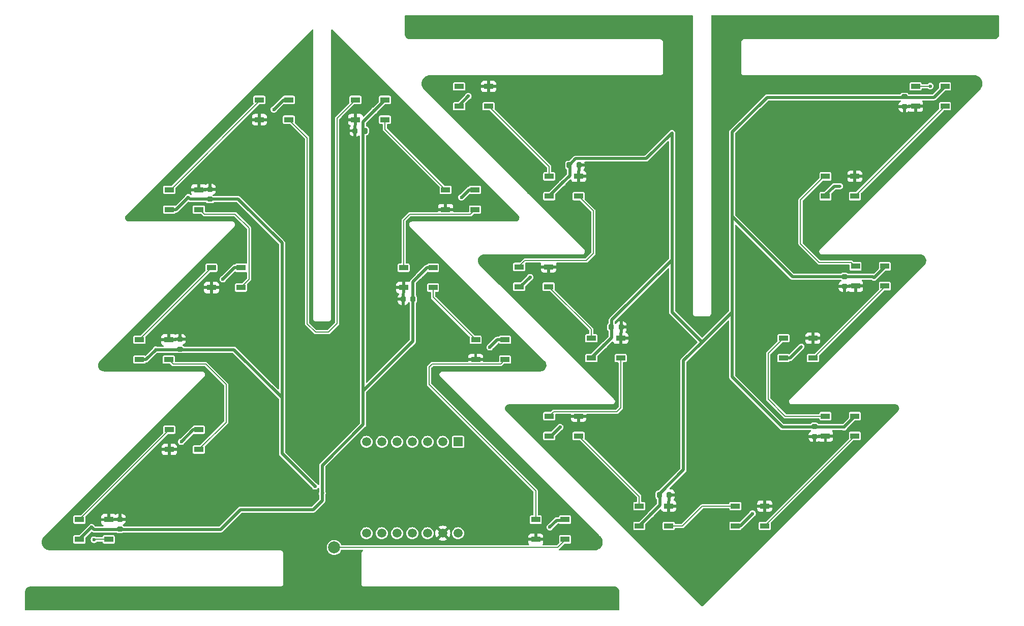
<source format=gbr>
%TF.GenerationSoftware,KiCad,Pcbnew,8.0.3*%
%TF.CreationDate,2024-12-20T11:05:53+01:00*%
%TF.ProjectId,christmas-tree,63687269-7374-46d6-9173-2d747265652e,rev?*%
%TF.SameCoordinates,Original*%
%TF.FileFunction,Copper,L2,Bot*%
%TF.FilePolarity,Positive*%
%FSLAX46Y46*%
G04 Gerber Fmt 4.6, Leading zero omitted, Abs format (unit mm)*
G04 Created by KiCad (PCBNEW 8.0.3) date 2024-12-20 11:05:53*
%MOMM*%
%LPD*%
G01*
G04 APERTURE LIST*
G04 Aperture macros list*
%AMRoundRect*
0 Rectangle with rounded corners*
0 $1 Rounding radius*
0 $2 $3 $4 $5 $6 $7 $8 $9 X,Y pos of 4 corners*
0 Add a 4 corners polygon primitive as box body*
4,1,4,$2,$3,$4,$5,$6,$7,$8,$9,$2,$3,0*
0 Add four circle primitives for the rounded corners*
1,1,$1+$1,$2,$3*
1,1,$1+$1,$4,$5*
1,1,$1+$1,$6,$7*
1,1,$1+$1,$8,$9*
0 Add four rect primitives between the rounded corners*
20,1,$1+$1,$2,$3,$4,$5,0*
20,1,$1+$1,$4,$5,$6,$7,0*
20,1,$1+$1,$6,$7,$8,$9,0*
20,1,$1+$1,$8,$9,$2,$3,0*%
G04 Aperture macros list end*
%TA.AperFunction,ComponentPad*%
%ADD10R,1.500000X1.500000*%
%TD*%
%TA.AperFunction,ComponentPad*%
%ADD11C,1.500000*%
%TD*%
%TA.AperFunction,SMDPad,CuDef*%
%ADD12R,1.500000X0.900000*%
%TD*%
%TA.AperFunction,SMDPad,CuDef*%
%ADD13RoundRect,0.200000X-0.275000X0.200000X-0.275000X-0.200000X0.275000X-0.200000X0.275000X0.200000X0*%
%TD*%
%TA.AperFunction,SMDPad,CuDef*%
%ADD14RoundRect,0.200000X-0.200000X-0.275000X0.200000X-0.275000X0.200000X0.275000X-0.200000X0.275000X0*%
%TD*%
%TA.AperFunction,SMDPad,CuDef*%
%ADD15C,2.000000*%
%TD*%
%TA.AperFunction,SMDPad,CuDef*%
%ADD16RoundRect,0.200000X0.200000X0.275000X-0.200000X0.275000X-0.200000X-0.275000X0.200000X-0.275000X0*%
%TD*%
%TA.AperFunction,SMDPad,CuDef*%
%ADD17RoundRect,0.200000X0.275000X-0.200000X0.275000X0.200000X-0.275000X0.200000X-0.275000X-0.200000X0*%
%TD*%
%TA.AperFunction,ViaPad*%
%ADD18C,0.600000*%
%TD*%
%TA.AperFunction,ViaPad*%
%ADD19C,0.500000*%
%TD*%
%TA.AperFunction,Conductor*%
%ADD20C,0.500000*%
%TD*%
%TA.AperFunction,Conductor*%
%ADD21C,0.200000*%
%TD*%
G04 APERTURE END LIST*
D10*
%TO.P,U101,1,D0*%
%TO.N,unconnected-(U101-D0-Pad1)*%
X123170000Y-131830000D03*
D11*
%TO.P,U101,2,D1*%
%TO.N,unconnected-(U101-D1-Pad2)*%
X120630000Y-131830000D03*
%TO.P,U101,3,D2*%
%TO.N,unconnected-(U101-D2-Pad3)*%
X118090000Y-131830000D03*
%TO.P,U101,4,D3*%
%TO.N,unconnected-(U101-D3-Pad4)*%
X115550000Y-131830000D03*
%TO.P,U101,5,D4*%
%TO.N,unconnected-(U101-D4-Pad5)*%
X113010000Y-131830000D03*
%TO.P,U101,6,D5*%
%TO.N,unconnected-(U101-D5-Pad6)*%
X110470000Y-131830000D03*
%TO.P,U101,7,D6*%
%TO.N,unconnected-(U101-D6-Pad7)*%
X107930000Y-131830000D03*
%TO.P,U101,8,D7*%
%TO.N,unconnected-(U101-D7-Pad8)*%
X107930000Y-147070000D03*
%TO.P,U101,9,D8*%
%TO.N,unconnected-(U101-D8-Pad9)*%
X110470000Y-147070000D03*
%TO.P,U101,10,D9*%
%TO.N,Net-(D101-DIN)*%
X113010000Y-147070000D03*
%TO.P,U101,11,D10*%
%TO.N,unconnected-(U101-D10-Pad11)*%
X115550000Y-147070000D03*
%TO.P,U101,12,3.3V*%
%TO.N,unconnected-(U101-3.3V-Pad12)*%
X118090000Y-147070000D03*
%TO.P,U101,13,GND*%
%TO.N,GND*%
X120630000Y-147070000D03*
%TO.P,U101,14,5V*%
%TO.N,5V*%
X123170000Y-147070000D03*
%TD*%
D12*
%TO.P,D135,1,VDD*%
%TO.N,5V*%
X204250000Y-72550000D03*
%TO.P,D135,2,DOUT*%
%TO.N,Net-(D135-DOUT)*%
X204250000Y-75850000D03*
%TO.P,D135,3,VSS*%
%TO.N,GND*%
X199350000Y-75850000D03*
%TO.P,D135,4,DIN*%
%TO.N,Net-(D134-DOUT)*%
X199350000Y-72550000D03*
%TD*%
%TO.P,D114,1,VDD*%
%TO.N,5V*%
X70100000Y-118100000D03*
%TO.P,D114,2,DOUT*%
%TO.N,Net-(D114-DOUT)*%
X70100000Y-114800000D03*
%TO.P,D114,3,VSS*%
%TO.N,GND*%
X75000000Y-114800000D03*
%TO.P,D114,4,DIN*%
%TO.N,Net-(D113-DOUT)*%
X75000000Y-118100000D03*
%TD*%
%TO.P,D115,1,VDD*%
%TO.N,5V*%
X87000000Y-102800000D03*
%TO.P,D115,2,DOUT*%
%TO.N,Net-(D115-DOUT)*%
X87000000Y-106100000D03*
%TO.P,D115,3,VSS*%
%TO.N,GND*%
X82100000Y-106100000D03*
%TO.P,D115,4,DIN*%
%TO.N,Net-(D114-DOUT)*%
X82100000Y-102800000D03*
%TD*%
D13*
%TO.P,C109,1*%
%TO.N,GND*%
X76850000Y-114725000D03*
%TO.P,C109,2*%
%TO.N,5V*%
X76850000Y-116375000D03*
%TD*%
D12*
%TO.P,D141,1,VDD*%
%TO.N,5V*%
X153350000Y-145850000D03*
%TO.P,D141,2,DOUT*%
%TO.N,Net-(D141-DOUT)*%
X153350000Y-142550000D03*
%TO.P,D141,3,VSS*%
%TO.N,GND*%
X158250000Y-142550000D03*
%TO.P,D141,4,DIN*%
%TO.N,Net-(D140-DOUT)*%
X158250000Y-145850000D03*
%TD*%
%TO.P,D119,1,VDD*%
%TO.N,5V*%
X126000000Y-89800000D03*
%TO.P,D119,2,DOUT*%
%TO.N,Net-(D119-DOUT)*%
X126000000Y-93100000D03*
%TO.P,D119,3,VSS*%
%TO.N,GND*%
X121100000Y-93100000D03*
%TO.P,D119,4,DIN*%
%TO.N,Net-(D118-DOUT)*%
X121100000Y-89800000D03*
%TD*%
%TO.P,D146,1,VDD*%
%TO.N,5V*%
X123350000Y-75850000D03*
%TO.P,D146,2,DOUT*%
%TO.N,unconnected-(D146-DOUT-Pad2)*%
X123350000Y-72550000D03*
%TO.P,D146,3,VSS*%
%TO.N,GND*%
X128250000Y-72550000D03*
%TO.P,D146,4,DIN*%
%TO.N,Net-(D145-DOUT)*%
X128250000Y-75850000D03*
%TD*%
%TO.P,D117,1,VDD*%
%TO.N,5V*%
X95000000Y-74800000D03*
%TO.P,D117,2,DOUT*%
%TO.N,Net-(D117-DOUT)*%
X95000000Y-78100000D03*
%TO.P,D117,3,VSS*%
%TO.N,GND*%
X90100000Y-78100000D03*
%TO.P,D117,4,DIN*%
%TO.N,Net-(D116-DOUT)*%
X90100000Y-74800000D03*
%TD*%
D13*
%TO.P,C107,1*%
%TO.N,GND*%
X81850000Y-89725000D03*
%TO.P,C107,2*%
%TO.N,5V*%
X81850000Y-91375000D03*
%TD*%
D12*
%TO.P,D144,1,VDD*%
%TO.N,5V*%
X133350000Y-105950000D03*
%TO.P,D144,2,DOUT*%
%TO.N,Net-(D144-DOUT)*%
X133350000Y-102650000D03*
%TO.P,D144,3,VSS*%
%TO.N,GND*%
X138250000Y-102650000D03*
%TO.P,D144,4,DIN*%
%TO.N,Net-(D143-DOUT)*%
X138250000Y-105950000D03*
%TD*%
%TO.P,D140,1,VDD*%
%TO.N,5V*%
X169350000Y-145850000D03*
%TO.P,D140,2,DOUT*%
%TO.N,Net-(D140-DOUT)*%
X169350000Y-142550000D03*
%TO.P,D140,3,VSS*%
%TO.N,GND*%
X174250000Y-142550000D03*
%TO.P,D140,4,DIN*%
%TO.N,Net-(D139-DOUT)*%
X174250000Y-145850000D03*
%TD*%
%TO.P,D145,1,VDD*%
%TO.N,5V*%
X138350000Y-90850000D03*
%TO.P,D145,2,DOUT*%
%TO.N,Net-(D145-DOUT)*%
X138350000Y-87550000D03*
%TO.P,D145,3,VSS*%
%TO.N,GND*%
X143250000Y-87550000D03*
%TO.P,D145,4,DIN*%
%TO.N,Net-(D144-DOUT)*%
X143250000Y-90850000D03*
%TD*%
D13*
%TO.P,C111,1*%
%TO.N,GND*%
X66850000Y-144725000D03*
%TO.P,C111,2*%
%TO.N,5V*%
X66850000Y-146375000D03*
%TD*%
D12*
%TO.P,D120,1,VDD*%
%TO.N,5V*%
X119000000Y-102800000D03*
%TO.P,D120,2,DOUT*%
%TO.N,Net-(D120-DOUT)*%
X119000000Y-106100000D03*
%TO.P,D120,3,VSS*%
%TO.N,GND*%
X114100000Y-106100000D03*
%TO.P,D120,4,DIN*%
%TO.N,Net-(D119-DOUT)*%
X114100000Y-102800000D03*
%TD*%
%TO.P,D137,1,VDD*%
%TO.N,5V*%
X194250000Y-102550000D03*
%TO.P,D137,2,DOUT*%
%TO.N,Net-(D137-DOUT)*%
X194250000Y-105850000D03*
%TO.P,D137,3,VSS*%
%TO.N,GND*%
X189350000Y-105850000D03*
%TO.P,D137,4,DIN*%
%TO.N,Net-(D136-DOUT)*%
X189350000Y-102550000D03*
%TD*%
D14*
%TO.P,C105,1*%
%TO.N,GND*%
X106025000Y-79950000D03*
%TO.P,C105,2*%
%TO.N,5V*%
X107675000Y-79950000D03*
%TD*%
D12*
%TO.P,D116,1,VDD*%
%TO.N,5V*%
X75100000Y-93100000D03*
%TO.P,D116,2,DOUT*%
%TO.N,Net-(D116-DOUT)*%
X75100000Y-89800000D03*
%TO.P,D116,3,VSS*%
%TO.N,GND*%
X80000000Y-89800000D03*
%TO.P,D116,4,DIN*%
%TO.N,Net-(D115-DOUT)*%
X80000000Y-93100000D03*
%TD*%
%TO.P,D118,1,VDD*%
%TO.N,5V*%
X111000000Y-74800000D03*
%TO.P,D118,2,DOUT*%
%TO.N,Net-(D118-DOUT)*%
X111000000Y-78100000D03*
%TO.P,D118,3,VSS*%
%TO.N,GND*%
X106100000Y-78100000D03*
%TO.P,D118,4,DIN*%
%TO.N,Net-(D117-DOUT)*%
X106100000Y-74800000D03*
%TD*%
%TO.P,D121,1,VDD*%
%TO.N,5V*%
X131000000Y-114800000D03*
%TO.P,D121,2,DOUT*%
%TO.N,Net-(D121-DOUT)*%
X131000000Y-118100000D03*
%TO.P,D121,3,VSS*%
%TO.N,GND*%
X126100000Y-118100000D03*
%TO.P,D121,4,DIN*%
%TO.N,Net-(D120-DOUT)*%
X126100000Y-114800000D03*
%TD*%
%TO.P,D138,1,VDD*%
%TO.N,5V*%
X177350000Y-117850000D03*
%TO.P,D138,2,DOUT*%
%TO.N,Net-(D138-DOUT)*%
X177350000Y-114550000D03*
%TO.P,D138,3,VSS*%
%TO.N,GND*%
X182250000Y-114550000D03*
%TO.P,D138,4,DIN*%
%TO.N,Net-(D137-DOUT)*%
X182250000Y-117850000D03*
%TD*%
%TO.P,D112,1,VDD*%
%TO.N,5V*%
X60100000Y-148100000D03*
%TO.P,D112,2,DOUT*%
%TO.N,Net-(D112-DOUT)*%
X60100000Y-144800000D03*
%TO.P,D112,3,VSS*%
%TO.N,GND*%
X65000000Y-144800000D03*
%TO.P,D112,4,DIN*%
%TO.N,Net-(D111-DOUT)*%
X65000000Y-148100000D03*
%TD*%
D15*
%TO.P,DOUT1,1,1*%
%TO.N,Net-(D122-DOUT)*%
X102550000Y-149450000D03*
%TD*%
D12*
%TO.P,D143,1,VDD*%
%TO.N,5V*%
X145350000Y-117850000D03*
%TO.P,D143,2,DOUT*%
%TO.N,Net-(D143-DOUT)*%
X145350000Y-114550000D03*
%TO.P,D143,3,VSS*%
%TO.N,GND*%
X150250000Y-114550000D03*
%TO.P,D143,4,DIN*%
%TO.N,Net-(D142-DOUT)*%
X150250000Y-117850000D03*
%TD*%
D16*
%TO.P,C115,1*%
%TO.N,GND*%
X150325000Y-112700000D03*
%TO.P,C115,2*%
%TO.N,5V*%
X148675000Y-112700000D03*
%TD*%
D12*
%TO.P,D142,1,VDD*%
%TO.N,5V*%
X138350000Y-130850000D03*
%TO.P,D142,2,DOUT*%
%TO.N,Net-(D142-DOUT)*%
X138350000Y-127550000D03*
%TO.P,D142,3,VSS*%
%TO.N,GND*%
X143250000Y-127550000D03*
%TO.P,D142,4,DIN*%
%TO.N,Net-(D141-DOUT)*%
X143250000Y-130850000D03*
%TD*%
%TO.P,D122,1,VDD*%
%TO.N,5V*%
X141000000Y-144800000D03*
%TO.P,D122,2,DOUT*%
%TO.N,Net-(D122-DOUT)*%
X141000000Y-148100000D03*
%TO.P,D122,3,VSS*%
%TO.N,GND*%
X136100000Y-148100000D03*
%TO.P,D122,4,DIN*%
%TO.N,Net-(D121-DOUT)*%
X136100000Y-144800000D03*
%TD*%
D14*
%TO.P,C103,1*%
%TO.N,GND*%
X114025000Y-108050000D03*
%TO.P,C103,2*%
%TO.N,5V*%
X115675000Y-108050000D03*
%TD*%
D17*
%TO.P,C121,1*%
%TO.N,GND*%
X187500000Y-105925000D03*
%TO.P,C121,2*%
%TO.N,5V*%
X187500000Y-104275000D03*
%TD*%
D12*
%TO.P,D136,1,VDD*%
%TO.N,5V*%
X184350000Y-90850000D03*
%TO.P,D136,2,DOUT*%
%TO.N,Net-(D136-DOUT)*%
X184350000Y-87550000D03*
%TO.P,D136,3,VSS*%
%TO.N,GND*%
X189250000Y-87550000D03*
%TO.P,D136,4,DIN*%
%TO.N,Net-(D135-DOUT)*%
X189250000Y-90850000D03*
%TD*%
D16*
%TO.P,C117,1*%
%TO.N,GND*%
X158325000Y-140700000D03*
%TO.P,C117,2*%
%TO.N,5V*%
X156675000Y-140700000D03*
%TD*%
%TO.P,C113,1*%
%TO.N,GND*%
X143325000Y-85700000D03*
%TO.P,C113,2*%
%TO.N,5V*%
X141675000Y-85700000D03*
%TD*%
D12*
%TO.P,D139,1,VDD*%
%TO.N,5V*%
X189250000Y-127550000D03*
%TO.P,D139,2,DOUT*%
%TO.N,Net-(D139-DOUT)*%
X189250000Y-130850000D03*
%TO.P,D139,3,VSS*%
%TO.N,GND*%
X184350000Y-130850000D03*
%TO.P,D139,4,DIN*%
%TO.N,Net-(D138-DOUT)*%
X184350000Y-127550000D03*
%TD*%
D17*
%TO.P,C123,1*%
%TO.N,GND*%
X197500000Y-75925000D03*
%TO.P,C123,2*%
%TO.N,5V*%
X197500000Y-74275000D03*
%TD*%
D12*
%TO.P,D113,1,VDD*%
%TO.N,5V*%
X80000000Y-129800000D03*
%TO.P,D113,2,DOUT*%
%TO.N,Net-(D113-DOUT)*%
X80000000Y-133100000D03*
%TO.P,D113,3,VSS*%
%TO.N,GND*%
X75100000Y-133100000D03*
%TO.P,D113,4,DIN*%
%TO.N,Net-(D112-DOUT)*%
X75100000Y-129800000D03*
%TD*%
D17*
%TO.P,C119,1*%
%TO.N,GND*%
X182500000Y-130925000D03*
%TO.P,C119,2*%
%TO.N,5V*%
X182500000Y-129275000D03*
%TD*%
D18*
%TO.N,GND*%
X95050000Y-119950000D03*
X155000000Y-142500000D03*
X200200000Y-101600000D03*
X95150000Y-81350000D03*
X94950000Y-131850000D03*
X146900000Y-114500000D03*
X149350000Y-159350000D03*
X102450000Y-64050000D03*
X182500000Y-128300000D03*
X113950000Y-109250000D03*
X54850000Y-148750000D03*
X181300000Y-131000000D03*
D19*
X180600000Y-114500000D03*
D18*
X51950000Y-159250000D03*
X159800000Y-81800000D03*
X106150000Y-139150000D03*
X146450000Y-148850000D03*
D19*
X187700000Y-102600000D03*
D18*
X144700000Y-85600000D03*
X163900000Y-111300000D03*
X129800000Y-73100000D03*
X157800000Y-82800000D03*
X68150000Y-144850000D03*
X167800000Y-81600000D03*
D19*
X183300000Y-85700000D03*
D18*
X141400000Y-106000000D03*
X81950000Y-93050000D03*
X114900000Y-61100000D03*
X108350000Y-120950000D03*
D19*
X197800000Y-72600000D03*
D18*
X159800000Y-95600000D03*
X68450000Y-94450000D03*
X195500000Y-126300000D03*
X134450000Y-148250000D03*
X169700000Y-96300000D03*
X102050000Y-111950000D03*
X119450000Y-93150000D03*
D19*
X176000000Y-112600000D03*
D18*
X64250000Y-119050000D03*
X209600000Y-71800000D03*
X118050000Y-89650000D03*
X81350000Y-135050000D03*
X105350000Y-141550000D03*
X88550000Y-108050000D03*
X132200000Y-126500000D03*
X117900000Y-71800000D03*
X166600000Y-114000000D03*
X157700000Y-98000000D03*
X136950000Y-119050000D03*
X66550000Y-148050000D03*
X117350000Y-106150000D03*
X51950000Y-156750000D03*
D19*
X186200000Y-106100000D03*
D18*
X106250000Y-81950000D03*
X165800000Y-61200000D03*
X92650000Y-141450000D03*
X146500000Y-131000000D03*
X161800000Y-61200000D03*
X76650000Y-118050000D03*
X124250000Y-117350000D03*
X159700000Y-75600000D03*
X78250000Y-114850000D03*
X98550000Y-63950000D03*
X172600000Y-142500000D03*
X76750000Y-133150000D03*
X94750000Y-139450000D03*
X161900000Y-99200000D03*
X168100000Y-79000000D03*
X161800000Y-81800000D03*
X212500000Y-63900000D03*
X145100000Y-128300000D03*
X127700000Y-101600000D03*
X163700000Y-158000000D03*
X83550000Y-89650000D03*
X140100000Y-103200000D03*
X159700000Y-140600000D03*
X109450000Y-78150000D03*
X163900000Y-113700000D03*
X167800000Y-98600000D03*
X83750000Y-106150000D03*
D19*
X187000000Y-85700000D03*
D18*
X132950000Y-144650000D03*
X157800000Y-100800000D03*
X212800000Y-61200000D03*
X99050000Y-111950000D03*
X150300000Y-128300000D03*
X140100000Y-87500000D03*
X131200000Y-75900000D03*
X106250000Y-128150000D03*
X122950000Y-114650000D03*
X149250000Y-156750000D03*
D19*
X196300000Y-76000000D03*
D18*
X92950000Y-122250000D03*
X132650000Y-94450000D03*
X115100000Y-63900000D03*
X157900000Y-103800000D03*
X160800000Y-114000000D03*
X165800000Y-82100000D03*
X91850000Y-78150000D03*
X159800000Y-99400000D03*
X167900000Y-140600000D03*
X150500000Y-111300000D03*
%TO.N,5V*%
X72850000Y-116450000D03*
X62150000Y-146050000D03*
X147450000Y-115750000D03*
X140550000Y-88650000D03*
X77100000Y-131800000D03*
X155300000Y-143900000D03*
X78250000Y-91050000D03*
D19*
X192425000Y-104475000D03*
X186800000Y-89200000D03*
D18*
X172200000Y-143800000D03*
X84000000Y-104700000D03*
D19*
X180350000Y-115950000D03*
D18*
X116700000Y-104100000D03*
X99350000Y-139250000D03*
X138450000Y-146050000D03*
X140175000Y-129375000D03*
X109200000Y-76600000D03*
D19*
X202425000Y-74375000D03*
D18*
X92500000Y-76400000D03*
X100550000Y-140450000D03*
X128450000Y-116050000D03*
D19*
X168800000Y-80197299D03*
D18*
X123750000Y-91050000D03*
X124875000Y-74175000D03*
X187425000Y-129375000D03*
X135175000Y-104375000D03*
%TO.N,Net-(D111-DOUT)*%
X62550000Y-148150000D03*
%TO.N,Net-(D134-DOUT)*%
X201800000Y-72500000D03*
%TD*%
D20*
%TO.N,5V*%
X192250000Y-104300000D02*
X178900000Y-104300000D01*
X107350000Y-78450000D02*
X109200000Y-76600000D01*
X169350000Y-145850000D02*
X170150000Y-145850000D01*
X182500000Y-129375000D02*
X187425000Y-129375000D01*
X168800000Y-80197299D02*
X168800000Y-94200000D01*
X192425000Y-104475000D02*
X192250000Y-104300000D01*
X194250000Y-102650000D02*
X192425000Y-104475000D01*
X168800000Y-121000000D02*
X177175000Y-129375000D01*
X129700000Y-114800000D02*
X128450000Y-116050000D01*
X186800000Y-89200000D02*
X185800000Y-89200000D01*
X109200000Y-76600000D02*
X111000000Y-74800000D01*
X116700000Y-104100000D02*
X115650000Y-105150000D01*
X140550000Y-88650000D02*
X138350000Y-90850000D01*
X70100000Y-118100000D02*
X71200000Y-118100000D01*
X202425000Y-74375000D02*
X204250000Y-72550000D01*
X131000000Y-114800000D02*
X129700000Y-114800000D01*
X160700000Y-136500000D02*
X160700000Y-118300000D01*
X168800000Y-94200000D02*
X168800000Y-110200000D01*
X99050000Y-143150000D02*
X100550000Y-141650000D01*
X174622299Y-74375000D02*
X197700000Y-74375000D01*
X148775000Y-114425000D02*
X148775000Y-112600000D01*
X115650000Y-105150000D02*
X115650000Y-115050000D01*
X177350000Y-117850000D02*
X178450000Y-117850000D01*
X133350000Y-105850000D02*
X133700000Y-105850000D01*
X86950000Y-143150000D02*
X99050000Y-143150000D01*
X119000000Y-102800000D02*
X118000000Y-102800000D01*
X156775000Y-140425000D02*
X160700000Y-136500000D01*
X62150000Y-146050000D02*
X62550000Y-146450000D01*
X62550000Y-146450000D02*
X83650000Y-146450000D01*
X163800000Y-115200000D02*
X158800000Y-110200000D01*
X141000000Y-144900000D02*
X139600000Y-144900000D01*
X107350000Y-128950000D02*
X107350000Y-123350000D01*
X178900000Y-104300000D02*
X168800000Y-94200000D01*
X99350000Y-139250000D02*
X98800000Y-138700000D01*
X72850000Y-116450000D02*
X76825000Y-116450000D01*
X168800000Y-80197299D02*
X174622299Y-74375000D01*
X138350000Y-130850000D02*
X138700000Y-130850000D01*
X158800000Y-110200000D02*
X158800000Y-101500000D01*
X177175000Y-129375000D02*
X182500000Y-129375000D01*
X94100000Y-74800000D02*
X92500000Y-76400000D01*
X85850000Y-116450000D02*
X93850000Y-124450000D01*
X125000000Y-89800000D02*
X123750000Y-91050000D01*
X158800000Y-101500000D02*
X158800000Y-80300000D01*
X78250000Y-91050000D02*
X78550000Y-91350000D01*
X123400000Y-75650000D02*
X124875000Y-74175000D01*
X94100000Y-74800000D02*
X95000000Y-74800000D01*
X83650000Y-146450000D02*
X86950000Y-143150000D01*
X178450000Y-117850000D02*
X180350000Y-115950000D01*
X148775000Y-112600000D02*
X148775000Y-111525000D01*
X153350000Y-145850000D02*
X155300000Y-143900000D01*
X85900000Y-102800000D02*
X84000000Y-104700000D01*
X86550000Y-91350000D02*
X93850000Y-98650000D01*
X141775000Y-87425000D02*
X140550000Y-88650000D01*
X187425000Y-129375000D02*
X189250000Y-127550000D01*
X75300000Y-93100000D02*
X76200000Y-93100000D01*
X113850000Y-116850000D02*
X107350000Y-123350000D01*
X76200000Y-93100000D02*
X78250000Y-91050000D01*
X115650000Y-115050000D02*
X113700000Y-117000000D01*
X100650000Y-140350000D02*
X100550000Y-140450000D01*
X126000000Y-89800000D02*
X125000000Y-89800000D01*
X87000000Y-102800000D02*
X85900000Y-102800000D01*
X148775000Y-111525000D02*
X158800000Y-101500000D01*
X76825000Y-116450000D02*
X76850000Y-116475000D01*
X118000000Y-102800000D02*
X116700000Y-104100000D01*
X155300000Y-143900000D02*
X156775000Y-142425000D01*
X154500000Y-84600000D02*
X142775000Y-84600000D01*
X197700000Y-74375000D02*
X202425000Y-74375000D01*
X76875000Y-116450000D02*
X85850000Y-116450000D01*
X160700000Y-118300000D02*
X163800000Y-115200000D01*
X141775000Y-85600000D02*
X141775000Y-87425000D01*
X93850000Y-133750000D02*
X93850000Y-124450000D01*
X163800000Y-115200000D02*
X168800000Y-110200000D01*
X78550000Y-91350000D02*
X86550000Y-91350000D01*
X158800000Y-80300000D02*
X154500000Y-84600000D01*
X76850000Y-116475000D02*
X76875000Y-116450000D01*
X100550000Y-141650000D02*
X100550000Y-140450000D01*
X107350000Y-123350000D02*
X107350000Y-78450000D01*
X133700000Y-105850000D02*
X135175000Y-104375000D01*
X147450000Y-115750000D02*
X148775000Y-114425000D01*
X93850000Y-98650000D02*
X93850000Y-124450000D01*
X98800000Y-138700000D02*
X93850000Y-133750000D01*
X100550000Y-140450000D02*
X100550000Y-135750000D01*
X138700000Y-130850000D02*
X140175000Y-129375000D01*
X156775000Y-142425000D02*
X156775000Y-140425000D01*
X123050000Y-75650000D02*
X123400000Y-75650000D01*
X139600000Y-144900000D02*
X138450000Y-146050000D01*
X71200000Y-118100000D02*
X72850000Y-116450000D01*
X185800000Y-89200000D02*
X184250000Y-90750000D01*
X80000000Y-129800000D02*
X79100000Y-129800000D01*
X100550000Y-135750000D02*
X107350000Y-128950000D01*
X79100000Y-129800000D02*
X77100000Y-131800000D01*
X170150000Y-145850000D02*
X172200000Y-143800000D01*
X142775000Y-84600000D02*
X141775000Y-85600000D01*
X60100000Y-148100000D02*
X62150000Y-146050000D01*
X168800000Y-110200000D02*
X168800000Y-121000000D01*
X145350000Y-117850000D02*
X147450000Y-115750000D01*
D21*
%TO.N,Net-(D111-DOUT)*%
X65000000Y-148100000D02*
X62600000Y-148100000D01*
X62600000Y-148100000D02*
X62550000Y-148150000D01*
%TO.N,Net-(D112-DOUT)*%
X60100000Y-144800000D02*
X75100000Y-129800000D01*
%TO.N,Net-(D113-DOUT)*%
X80000000Y-133100000D02*
X84550000Y-128550000D01*
X81150000Y-118850000D02*
X75750000Y-118850000D01*
X84550000Y-122250000D02*
X81150000Y-118850000D01*
X75750000Y-118850000D02*
X75000000Y-118100000D01*
X84550000Y-128550000D02*
X84550000Y-122250000D01*
%TO.N,Net-(D114-DOUT)*%
X70100000Y-114800000D02*
X82100000Y-102800000D01*
%TO.N,Net-(D115-DOUT)*%
X88350000Y-104750000D02*
X87000000Y-106100000D01*
X88350000Y-96150000D02*
X88350000Y-104750000D01*
X80950000Y-93850000D02*
X86050000Y-93850000D01*
X86050000Y-93850000D02*
X88350000Y-96150000D01*
X80200000Y-93100000D02*
X80950000Y-93850000D01*
%TO.N,Net-(D116-DOUT)*%
X75300000Y-89800000D02*
X90100000Y-75000000D01*
X90100000Y-75000000D02*
X90100000Y-74800000D01*
%TO.N,Net-(D117-DOUT)*%
X101550000Y-113550000D02*
X103050000Y-112050000D01*
X99450000Y-113550000D02*
X101550000Y-113550000D01*
X98050000Y-81150000D02*
X98050000Y-112150000D01*
X103050000Y-112050000D02*
X103050000Y-77850000D01*
X98050000Y-112150000D02*
X99450000Y-113550000D01*
X95000000Y-78100000D02*
X98050000Y-81150000D01*
X103050000Y-77850000D02*
X106100000Y-74800000D01*
%TO.N,Net-(D118-DOUT)*%
X111000000Y-79700000D02*
X121100000Y-89800000D01*
X111000000Y-78100000D02*
X111000000Y-79700000D01*
%TO.N,Net-(D119-DOUT)*%
X125250000Y-93850000D02*
X115150000Y-93850000D01*
X114100000Y-94900000D02*
X114100000Y-102800000D01*
X126000000Y-93100000D02*
X125250000Y-93850000D01*
X115150000Y-93850000D02*
X114100000Y-94900000D01*
%TO.N,Net-(D120-DOUT)*%
X119000000Y-107700000D02*
X126100000Y-114800000D01*
X119000000Y-106100000D02*
X119000000Y-107700000D01*
%TO.N,Net-(D121-DOUT)*%
X136100000Y-140000000D02*
X136100000Y-144900000D01*
X130250000Y-118850000D02*
X118850000Y-118850000D01*
X118350000Y-119350000D02*
X118350000Y-122250000D01*
X118850000Y-118850000D02*
X118350000Y-119350000D01*
X131000000Y-118100000D02*
X130250000Y-118850000D01*
X118350000Y-122250000D02*
X136100000Y-140000000D01*
%TO.N,Net-(D122-DOUT)*%
X141000000Y-148200000D02*
X139750000Y-149450000D01*
X139750000Y-149450000D02*
X102550000Y-149450000D01*
%TO.N,Net-(D135-DOUT)*%
X204250000Y-75850000D02*
X189350000Y-90750000D01*
X189350000Y-90750000D02*
X189150000Y-90750000D01*
%TO.N,Net-(D137-DOUT)*%
X182350000Y-117850000D02*
X182250000Y-117850000D01*
X194250000Y-105950000D02*
X182350000Y-117850000D01*
%TO.N,Net-(D139-DOUT)*%
X189250000Y-130850000D02*
X174250000Y-145850000D01*
%TO.N,Net-(D141-DOUT)*%
X153350000Y-140950000D02*
X143250000Y-130850000D01*
X153350000Y-142550000D02*
X153350000Y-140950000D01*
%TO.N,Net-(D143-DOUT)*%
X138250000Y-105950000D02*
X138250000Y-105850000D01*
X145350000Y-113050000D02*
X138250000Y-105950000D01*
X145350000Y-114550000D02*
X145350000Y-113050000D01*
%TO.N,Net-(D145-DOUT)*%
X138350000Y-85950000D02*
X128050000Y-75650000D01*
X128050000Y-75650000D02*
X127950000Y-75650000D01*
X138350000Y-87550000D02*
X138350000Y-85950000D01*
%TO.N,Net-(D134-DOUT)*%
X201800000Y-72500000D02*
X201750000Y-72550000D01*
X201750000Y-72550000D02*
X199350000Y-72550000D01*
%TO.N,Net-(D136-DOUT)*%
X180200000Y-91500000D02*
X180200000Y-98800000D01*
X188600000Y-101900000D02*
X189350000Y-102650000D01*
X184250000Y-87450000D02*
X180200000Y-91500000D01*
X180200000Y-98800000D02*
X183300000Y-101900000D01*
X183300000Y-101900000D02*
X188600000Y-101900000D01*
%TO.N,Net-(D138-DOUT)*%
X177350000Y-114550000D02*
X174800000Y-117100000D01*
X174800000Y-117100000D02*
X174800000Y-124700000D01*
X177650000Y-127550000D02*
X184350000Y-127550000D01*
X174800000Y-124700000D02*
X177650000Y-127550000D01*
%TO.N,Net-(D140-DOUT)*%
X163850000Y-142550000D02*
X160550000Y-145850000D01*
X169350000Y-142550000D02*
X163850000Y-142550000D01*
X160550000Y-145850000D02*
X158250000Y-145850000D01*
%TO.N,Net-(D142-DOUT)*%
X138350000Y-127550000D02*
X139100000Y-126800000D01*
X150250000Y-126150000D02*
X150250000Y-117850000D01*
X139100000Y-126800000D02*
X149600000Y-126800000D01*
X149600000Y-126800000D02*
X150250000Y-126150000D01*
%TO.N,Net-(D144-DOUT)*%
X145700000Y-100400000D02*
X145700000Y-93300000D01*
X134300000Y-101600000D02*
X144500000Y-101600000D01*
X133350000Y-102550000D02*
X134300000Y-101600000D01*
X145700000Y-93300000D02*
X143250000Y-90850000D01*
X144500000Y-101600000D02*
X145700000Y-100400000D01*
%TD*%
%TA.AperFunction,Conductor*%
%TO.N,GND*%
G36*
X102255703Y-63063962D02*
G01*
X102262181Y-63069994D01*
X133143753Y-93951566D01*
X133153171Y-93962304D01*
X133153858Y-93962991D01*
X133153860Y-93962994D01*
X133195282Y-94004419D01*
X133204976Y-94015330D01*
X133283034Y-94114355D01*
X133298262Y-94139207D01*
X133347965Y-94247028D01*
X133356971Y-94274751D01*
X133361245Y-94296242D01*
X133380130Y-94391197D01*
X133382416Y-94420254D01*
X133377753Y-94538887D01*
X133373193Y-94567676D01*
X133340966Y-94681942D01*
X133329811Y-94708873D01*
X133271799Y-94812459D01*
X133254666Y-94836040D01*
X133174072Y-94923227D01*
X133151908Y-94942157D01*
X133053196Y-95008116D01*
X133027225Y-95021350D01*
X132915839Y-95062445D01*
X132887497Y-95069250D01*
X132821371Y-95077078D01*
X132799398Y-95079680D01*
X132784821Y-95080540D01*
X115489144Y-95080540D01*
X115361848Y-95114648D01*
X115247722Y-95180540D01*
X115247719Y-95180542D01*
X115154538Y-95273723D01*
X115154536Y-95273726D01*
X115088644Y-95387852D01*
X115054536Y-95515148D01*
X115054536Y-95646932D01*
X115070812Y-95707676D01*
X115088644Y-95774227D01*
X115091552Y-95779263D01*
X115154536Y-95888354D01*
X115154537Y-95888355D01*
X115154538Y-95888356D01*
X137572627Y-118306444D01*
X137572631Y-118306448D01*
X137584139Y-118317957D01*
X137591707Y-118326244D01*
X137701034Y-118457435D01*
X137713776Y-118475896D01*
X137794885Y-118619717D01*
X137804095Y-118640182D01*
X137857950Y-118796256D01*
X137863321Y-118818048D01*
X137888161Y-118981283D01*
X137889515Y-119003684D01*
X137884527Y-119168711D01*
X137881822Y-119190992D01*
X137847166Y-119352426D01*
X137840489Y-119373852D01*
X137777305Y-119526391D01*
X137766875Y-119546264D01*
X137677229Y-119684916D01*
X137663388Y-119702582D01*
X137550215Y-119822809D01*
X137533416Y-119837692D01*
X137400434Y-119935544D01*
X137381227Y-119947155D01*
X137232780Y-120019436D01*
X137211795Y-120027395D01*
X137052751Y-120071734D01*
X137030677Y-120075780D01*
X136860215Y-120091275D01*
X136848990Y-120091784D01*
X120513398Y-120091784D01*
X120386102Y-120125892D01*
X120271976Y-120191784D01*
X120271973Y-120191786D01*
X120178792Y-120284967D01*
X120178790Y-120284970D01*
X120112898Y-120399096D01*
X120110917Y-120406491D01*
X120078790Y-120526392D01*
X120078790Y-120658176D01*
X120095844Y-120721823D01*
X120112898Y-120785471D01*
X120115806Y-120790507D01*
X120178790Y-120899598D01*
X120178792Y-120899600D01*
X146841167Y-147561975D01*
X146847774Y-147569121D01*
X146933193Y-147669139D01*
X146980902Y-147725001D01*
X146992339Y-147740744D01*
X147096878Y-147911345D01*
X147105711Y-147928682D01*
X147182277Y-148113539D01*
X147188289Y-148132044D01*
X147234994Y-148326598D01*
X147238038Y-148345816D01*
X147253734Y-148545286D01*
X147253734Y-148564743D01*
X147238033Y-148764213D01*
X147234989Y-148783431D01*
X147188278Y-148977989D01*
X147182265Y-148996494D01*
X147105695Y-149181348D01*
X147096861Y-149198685D01*
X146992317Y-149369286D01*
X146980880Y-149385027D01*
X146903708Y-149475386D01*
X146850941Y-149537168D01*
X146837182Y-149550927D01*
X146685032Y-149680877D01*
X146669290Y-149692314D01*
X146498690Y-149796859D01*
X146481354Y-149805692D01*
X146296502Y-149882263D01*
X146278005Y-149888274D01*
X146083440Y-149934987D01*
X146064229Y-149938031D01*
X145945589Y-149947370D01*
X145859418Y-149954154D01*
X145849694Y-149954536D01*
X140038496Y-149954536D01*
X139971457Y-149934851D01*
X139925702Y-149882047D01*
X139915758Y-149812889D01*
X139944783Y-149749333D01*
X139963005Y-149732164D01*
X139965210Y-149730471D01*
X139965209Y-149730471D01*
X139965212Y-149730470D01*
X140858863Y-148836819D01*
X140920186Y-148803334D01*
X140946544Y-148800500D01*
X141774676Y-148800500D01*
X141774677Y-148800499D01*
X141847740Y-148785966D01*
X141930601Y-148730601D01*
X141985966Y-148647740D01*
X142000500Y-148574674D01*
X142000500Y-147625326D01*
X142000500Y-147625323D01*
X142000499Y-147625321D01*
X141985967Y-147552264D01*
X141985966Y-147552260D01*
X141930601Y-147469399D01*
X141871770Y-147430090D01*
X141847739Y-147414033D01*
X141847735Y-147414032D01*
X141774677Y-147399500D01*
X141774674Y-147399500D01*
X140225326Y-147399500D01*
X140225323Y-147399500D01*
X140152264Y-147414032D01*
X140152260Y-147414033D01*
X140069399Y-147469399D01*
X140014033Y-147552260D01*
X140014032Y-147552264D01*
X139999500Y-147625321D01*
X139999500Y-148574678D01*
X140008161Y-148618219D01*
X140001934Y-148687810D01*
X139974225Y-148730091D01*
X139641135Y-149063182D01*
X139579814Y-149096666D01*
X139553456Y-149099500D01*
X137310947Y-149099500D01*
X137243908Y-149079815D01*
X137198153Y-149027011D01*
X137188209Y-148957853D01*
X137211681Y-148901189D01*
X137293350Y-148792093D01*
X137293354Y-148792086D01*
X137343596Y-148657379D01*
X137343598Y-148657372D01*
X137349999Y-148597844D01*
X137350000Y-148597827D01*
X137350000Y-148350000D01*
X134850000Y-148350000D01*
X134850000Y-148597844D01*
X134856401Y-148657372D01*
X134856403Y-148657379D01*
X134906645Y-148792086D01*
X134906649Y-148792093D01*
X134988319Y-148901189D01*
X135012737Y-148966653D01*
X134997886Y-149034926D01*
X134948481Y-149084332D01*
X134889053Y-149099500D01*
X103845092Y-149099500D01*
X103778053Y-149079815D01*
X103732298Y-149027011D01*
X103730612Y-149022894D01*
X103714097Y-148987477D01*
X103637102Y-148822362D01*
X103637100Y-148822359D01*
X103637099Y-148822357D01*
X103511599Y-148643124D01*
X103437089Y-148568614D01*
X103356877Y-148488402D01*
X103177639Y-148362898D01*
X103177640Y-148362898D01*
X103177638Y-148362897D01*
X103054999Y-148305710D01*
X102979330Y-148270425D01*
X102979326Y-148270424D01*
X102979322Y-148270422D01*
X102767977Y-148213793D01*
X102550002Y-148194723D01*
X102549998Y-148194723D01*
X102404682Y-148207436D01*
X102332023Y-148213793D01*
X102332020Y-148213793D01*
X102120677Y-148270422D01*
X102120668Y-148270426D01*
X101922361Y-148362898D01*
X101922357Y-148362900D01*
X101743121Y-148488402D01*
X101588402Y-148643121D01*
X101462900Y-148822357D01*
X101462898Y-148822361D01*
X101370426Y-149020668D01*
X101370422Y-149020677D01*
X101313793Y-149232020D01*
X101313793Y-149232024D01*
X101294723Y-149449997D01*
X101294723Y-149450002D01*
X101313793Y-149667975D01*
X101313793Y-149667979D01*
X101370422Y-149879322D01*
X101370424Y-149879326D01*
X101370425Y-149879330D01*
X101397441Y-149937266D01*
X101462897Y-150077638D01*
X101462898Y-150077639D01*
X101588402Y-150256877D01*
X101743123Y-150411598D01*
X101922361Y-150537102D01*
X102120670Y-150629575D01*
X102332023Y-150686207D01*
X102514926Y-150702208D01*
X102549998Y-150705277D01*
X102550000Y-150705277D01*
X102550002Y-150705277D01*
X102578254Y-150702805D01*
X102767977Y-150686207D01*
X102979330Y-150629575D01*
X103177639Y-150537102D01*
X103356877Y-150411598D01*
X103511598Y-150256877D01*
X103637102Y-150077639D01*
X103729575Y-149879330D01*
X103729575Y-149879329D01*
X103731863Y-149874423D01*
X103733616Y-149875240D01*
X103769984Y-149825835D01*
X103835250Y-149800891D01*
X103845092Y-149800500D01*
X107224951Y-149800500D01*
X107291990Y-149820185D01*
X107337745Y-149872989D01*
X107347689Y-149942147D01*
X107318664Y-150005703D01*
X107286951Y-150031887D01*
X107247725Y-150054534D01*
X107247719Y-150054538D01*
X107154538Y-150147719D01*
X107154536Y-150147722D01*
X107088644Y-150261848D01*
X107054536Y-150389144D01*
X107054536Y-155520927D01*
X107088644Y-155648223D01*
X107121590Y-155705286D01*
X107154536Y-155762350D01*
X107247722Y-155855536D01*
X107361850Y-155921428D01*
X107489144Y-155955536D01*
X107620928Y-155955536D01*
X149148851Y-155955536D01*
X149161023Y-155956135D01*
X149202225Y-155960199D01*
X149318285Y-155971647D01*
X149342105Y-155976388D01*
X149487493Y-156020509D01*
X149509926Y-156029804D01*
X149643906Y-156101431D01*
X149664111Y-156114934D01*
X149781536Y-156211311D01*
X149798721Y-156228497D01*
X149895091Y-156345926D01*
X149908593Y-156366133D01*
X149971309Y-156483459D01*
X149980210Y-156500109D01*
X149989511Y-156522562D01*
X150033616Y-156667924D01*
X150038360Y-156691760D01*
X150053938Y-156849756D01*
X150054536Y-156861923D01*
X150054536Y-159745245D01*
X150053008Y-159764651D01*
X150047839Y-159797273D01*
X150035852Y-159834162D01*
X150025343Y-159854787D01*
X150002539Y-159886173D01*
X149986173Y-159902539D01*
X149954787Y-159925343D01*
X149934162Y-159935852D01*
X149897273Y-159947839D01*
X149864651Y-159953008D01*
X149845245Y-159954536D01*
X51328978Y-159954536D01*
X51328747Y-159954521D01*
X51264697Y-159954534D01*
X51245294Y-159953010D01*
X51212699Y-159947852D01*
X51175794Y-159935867D01*
X51164817Y-159930276D01*
X51155187Y-159925370D01*
X51123795Y-159902565D01*
X51107444Y-159886216D01*
X51084640Y-159854829D01*
X51074142Y-159834226D01*
X51062152Y-159797323D01*
X51057062Y-159765177D01*
X51055536Y-159745781D01*
X51055542Y-159689190D01*
X51055541Y-159689187D01*
X51055542Y-159681332D01*
X51055536Y-159681222D01*
X51055536Y-156861148D01*
X51056134Y-156848989D01*
X51071629Y-156691732D01*
X51076371Y-156667893D01*
X51088985Y-156626310D01*
X51120476Y-156522510D01*
X51129773Y-156500067D01*
X51201393Y-156366082D01*
X51214886Y-156345888D01*
X51311268Y-156228447D01*
X51328447Y-156211268D01*
X51445888Y-156114886D01*
X51466082Y-156101393D01*
X51600067Y-156029773D01*
X51622510Y-156020476D01*
X51726310Y-155988985D01*
X51767893Y-155976371D01*
X51791732Y-155971629D01*
X51948990Y-155956134D01*
X51961149Y-155955536D01*
X93620926Y-155955536D01*
X93620928Y-155955536D01*
X93748222Y-155921428D01*
X93862350Y-155855536D01*
X93955536Y-155762350D01*
X94021428Y-155648222D01*
X94055536Y-155520928D01*
X94055536Y-150389144D01*
X94055536Y-150384108D01*
X94021428Y-150256814D01*
X93955536Y-150142686D01*
X93862350Y-150049500D01*
X93756945Y-149988644D01*
X93748223Y-149983608D01*
X93684575Y-149966554D01*
X93620928Y-149949500D01*
X93620927Y-149949500D01*
X55329677Y-149949500D01*
X55329648Y-149949498D01*
X55321025Y-149949498D01*
X55313283Y-149949498D01*
X55260003Y-149949499D01*
X55250275Y-149949117D01*
X55045926Y-149933040D01*
X55026707Y-149929996D01*
X54832149Y-149883290D01*
X54813643Y-149877278D01*
X54628780Y-149800709D01*
X54611443Y-149791876D01*
X54440833Y-149687331D01*
X54425091Y-149675894D01*
X54272937Y-149545946D01*
X54259178Y-149532187D01*
X54129230Y-149380042D01*
X54117792Y-149364300D01*
X54013242Y-149193694D01*
X54004408Y-149176357D01*
X53957527Y-149063181D01*
X53927833Y-148991494D01*
X53921821Y-148972991D01*
X53920299Y-148966653D01*
X53875109Y-148778427D01*
X53872066Y-148759211D01*
X53866446Y-148687810D01*
X53856365Y-148559727D01*
X53856365Y-148540286D01*
X53872063Y-148340797D01*
X53875105Y-148321590D01*
X53921819Y-148127012D01*
X53927825Y-148108527D01*
X54004403Y-147923652D01*
X54013236Y-147906318D01*
X54117788Y-147735704D01*
X54129209Y-147719984D01*
X54210059Y-147625321D01*
X59099500Y-147625321D01*
X59099500Y-148574678D01*
X59114032Y-148647735D01*
X59114033Y-148647739D01*
X59114034Y-148647740D01*
X59169399Y-148730601D01*
X59234265Y-148773942D01*
X59252260Y-148785966D01*
X59252264Y-148785967D01*
X59325321Y-148800499D01*
X59325324Y-148800500D01*
X59325326Y-148800500D01*
X60874676Y-148800500D01*
X60874677Y-148800499D01*
X60947740Y-148785966D01*
X61030601Y-148730601D01*
X61085966Y-148647740D01*
X61100500Y-148574674D01*
X61100500Y-148149999D01*
X61994750Y-148149999D01*
X61994750Y-148150000D01*
X62013670Y-148293708D01*
X62013671Y-148293712D01*
X62069137Y-148427622D01*
X62069138Y-148427624D01*
X62069139Y-148427625D01*
X62157379Y-148542621D01*
X62272375Y-148630861D01*
X62272376Y-148630861D01*
X62272377Y-148630862D01*
X62301981Y-148643124D01*
X62406291Y-148686330D01*
X62533280Y-148703048D01*
X62549999Y-148705250D01*
X62550000Y-148705250D01*
X62550001Y-148705250D01*
X62564977Y-148703278D01*
X62693709Y-148686330D01*
X62827625Y-148630861D01*
X62942621Y-148542621D01*
X62976083Y-148499013D01*
X63032511Y-148457811D01*
X63074458Y-148450500D01*
X63875500Y-148450500D01*
X63942539Y-148470185D01*
X63988294Y-148522989D01*
X63998233Y-148568679D01*
X63998903Y-148568614D01*
X63999468Y-148574354D01*
X63999500Y-148574500D01*
X63999500Y-148574678D01*
X64014032Y-148647735D01*
X64014033Y-148647739D01*
X64014034Y-148647740D01*
X64069399Y-148730601D01*
X64134265Y-148773942D01*
X64152260Y-148785966D01*
X64152264Y-148785967D01*
X64225321Y-148800499D01*
X64225324Y-148800500D01*
X64225326Y-148800500D01*
X65774676Y-148800500D01*
X65774677Y-148800499D01*
X65847740Y-148785966D01*
X65930601Y-148730601D01*
X65985966Y-148647740D01*
X66000500Y-148574674D01*
X66000500Y-147625326D01*
X66000500Y-147625323D01*
X66000499Y-147625321D01*
X65985967Y-147552264D01*
X65985966Y-147552260D01*
X65930601Y-147469399D01*
X65871770Y-147430090D01*
X65847739Y-147414033D01*
X65847735Y-147414032D01*
X65774677Y-147399500D01*
X65774674Y-147399500D01*
X64225326Y-147399500D01*
X64225323Y-147399500D01*
X64152264Y-147414032D01*
X64152260Y-147414033D01*
X64069399Y-147469399D01*
X64014033Y-147552260D01*
X64014032Y-147552264D01*
X63999500Y-147625321D01*
X63999500Y-147625500D01*
X63999473Y-147625589D01*
X63998903Y-147631386D01*
X63997803Y-147631277D01*
X63979815Y-147692539D01*
X63927011Y-147738294D01*
X63875500Y-147749500D01*
X62974446Y-147749500D01*
X62907407Y-147729815D01*
X62898960Y-147723876D01*
X62827625Y-147669139D01*
X62827623Y-147669138D01*
X62693712Y-147613671D01*
X62693710Y-147613670D01*
X62693709Y-147613670D01*
X62606246Y-147602155D01*
X62550001Y-147594750D01*
X62549999Y-147594750D01*
X62406291Y-147613670D01*
X62406287Y-147613671D01*
X62272377Y-147669137D01*
X62157379Y-147757379D01*
X62069137Y-147872377D01*
X62013671Y-148006287D01*
X62013670Y-148006291D01*
X61994750Y-148149999D01*
X61100500Y-148149999D01*
X61100500Y-147858676D01*
X61120185Y-147791637D01*
X61136819Y-147770995D01*
X61837814Y-147070000D01*
X106924659Y-147070000D01*
X106943975Y-147266129D01*
X106943976Y-147266132D01*
X106993712Y-147430090D01*
X107001188Y-147454733D01*
X107094086Y-147628532D01*
X107094090Y-147628539D01*
X107219116Y-147780883D01*
X107371460Y-147905909D01*
X107371467Y-147905913D01*
X107545266Y-147998811D01*
X107545269Y-147998811D01*
X107545273Y-147998814D01*
X107733868Y-148056024D01*
X107930000Y-148075341D01*
X108126132Y-148056024D01*
X108314727Y-147998814D01*
X108488538Y-147905910D01*
X108640883Y-147780883D01*
X108765910Y-147628538D01*
X108827232Y-147513813D01*
X108858811Y-147454733D01*
X108858811Y-147454732D01*
X108858814Y-147454727D01*
X108916024Y-147266132D01*
X108935341Y-147070000D01*
X109464659Y-147070000D01*
X109483975Y-147266129D01*
X109483976Y-147266132D01*
X109533712Y-147430090D01*
X109541188Y-147454733D01*
X109634086Y-147628532D01*
X109634090Y-147628539D01*
X109759116Y-147780883D01*
X109911460Y-147905909D01*
X109911467Y-147905913D01*
X110085266Y-147998811D01*
X110085269Y-147998811D01*
X110085273Y-147998814D01*
X110273868Y-148056024D01*
X110470000Y-148075341D01*
X110666132Y-148056024D01*
X110854727Y-147998814D01*
X111028538Y-147905910D01*
X111180883Y-147780883D01*
X111305910Y-147628538D01*
X111367232Y-147513813D01*
X111398811Y-147454733D01*
X111398811Y-147454732D01*
X111398814Y-147454727D01*
X111456024Y-147266132D01*
X111475341Y-147070000D01*
X112004659Y-147070000D01*
X112023975Y-147266129D01*
X112023976Y-147266132D01*
X112073712Y-147430090D01*
X112081188Y-147454733D01*
X112174086Y-147628532D01*
X112174090Y-147628539D01*
X112299116Y-147780883D01*
X112451460Y-147905909D01*
X112451467Y-147905913D01*
X112625266Y-147998811D01*
X112625269Y-147998811D01*
X112625273Y-147998814D01*
X112813868Y-148056024D01*
X113010000Y-148075341D01*
X113206132Y-148056024D01*
X113394727Y-147998814D01*
X113568538Y-147905910D01*
X113720883Y-147780883D01*
X113845910Y-147628538D01*
X113907232Y-147513813D01*
X113938811Y-147454733D01*
X113938811Y-147454732D01*
X113938814Y-147454727D01*
X113996024Y-147266132D01*
X114015341Y-147070000D01*
X114544659Y-147070000D01*
X114563975Y-147266129D01*
X114563976Y-147266132D01*
X114613712Y-147430090D01*
X114621188Y-147454733D01*
X114714086Y-147628532D01*
X114714090Y-147628539D01*
X114839116Y-147780883D01*
X114991460Y-147905909D01*
X114991467Y-147905913D01*
X115165266Y-147998811D01*
X115165269Y-147998811D01*
X115165273Y-147998814D01*
X115353868Y-148056024D01*
X115550000Y-148075341D01*
X115746132Y-148056024D01*
X115934727Y-147998814D01*
X116108538Y-147905910D01*
X116260883Y-147780883D01*
X116385910Y-147628538D01*
X116447232Y-147513813D01*
X116478811Y-147454733D01*
X116478811Y-147454732D01*
X116478814Y-147454727D01*
X116536024Y-147266132D01*
X116555341Y-147070000D01*
X117084659Y-147070000D01*
X117103975Y-147266129D01*
X117103976Y-147266132D01*
X117153712Y-147430090D01*
X117161188Y-147454733D01*
X117254086Y-147628532D01*
X117254090Y-147628539D01*
X117379116Y-147780883D01*
X117531460Y-147905909D01*
X117531467Y-147905913D01*
X117705266Y-147998811D01*
X117705269Y-147998811D01*
X117705273Y-147998814D01*
X117893868Y-148056024D01*
X118090000Y-148075341D01*
X118286132Y-148056024D01*
X118474727Y-147998814D01*
X118648538Y-147905910D01*
X118800883Y-147780883D01*
X118925910Y-147628538D01*
X118987232Y-147513813D01*
X119018811Y-147454733D01*
X119018811Y-147454732D01*
X119018814Y-147454727D01*
X119076024Y-147266132D01*
X119095341Y-147070000D01*
X119095341Y-147069999D01*
X119375225Y-147069999D01*
X119375225Y-147070000D01*
X119394287Y-147287884D01*
X119394289Y-147287894D01*
X119450894Y-147499150D01*
X119450898Y-147499159D01*
X119543333Y-147697387D01*
X119586874Y-147759571D01*
X120187861Y-147158584D01*
X120210667Y-147243694D01*
X120269910Y-147346306D01*
X120353694Y-147430090D01*
X120456306Y-147489333D01*
X120541414Y-147512137D01*
X119940427Y-148113124D01*
X120002612Y-148156666D01*
X120200840Y-148249101D01*
X120200849Y-148249105D01*
X120412105Y-148305710D01*
X120412115Y-148305712D01*
X120629999Y-148324775D01*
X120630001Y-148324775D01*
X120847884Y-148305712D01*
X120847894Y-148305710D01*
X121059150Y-148249105D01*
X121059164Y-148249100D01*
X121257383Y-148156669D01*
X121257385Y-148156668D01*
X121319571Y-148113124D01*
X120718585Y-147512137D01*
X120803694Y-147489333D01*
X120906306Y-147430090D01*
X120990090Y-147346306D01*
X121049333Y-147243694D01*
X121072138Y-147158584D01*
X121673124Y-147759570D01*
X121716668Y-147697385D01*
X121716669Y-147697383D01*
X121809100Y-147499164D01*
X121809105Y-147499150D01*
X121865710Y-147287894D01*
X121865712Y-147287884D01*
X121884775Y-147070000D01*
X122164659Y-147070000D01*
X122183975Y-147266129D01*
X122183976Y-147266132D01*
X122233712Y-147430090D01*
X122241188Y-147454733D01*
X122334086Y-147628532D01*
X122334090Y-147628539D01*
X122459116Y-147780883D01*
X122611460Y-147905909D01*
X122611467Y-147905913D01*
X122785266Y-147998811D01*
X122785269Y-147998811D01*
X122785273Y-147998814D01*
X122973868Y-148056024D01*
X123170000Y-148075341D01*
X123366132Y-148056024D01*
X123554727Y-147998814D01*
X123728538Y-147905910D01*
X123880883Y-147780883D01*
X124005910Y-147628538D01*
X124020012Y-147602155D01*
X134850000Y-147602155D01*
X134850000Y-147850000D01*
X135850000Y-147850000D01*
X136350000Y-147850000D01*
X137350000Y-147850000D01*
X137350000Y-147602172D01*
X137349999Y-147602155D01*
X137343598Y-147542627D01*
X137343596Y-147542620D01*
X137293354Y-147407913D01*
X137293350Y-147407906D01*
X137207190Y-147292812D01*
X137207187Y-147292809D01*
X137092093Y-147206649D01*
X137092086Y-147206645D01*
X136957379Y-147156403D01*
X136957372Y-147156401D01*
X136897844Y-147150000D01*
X136350000Y-147150000D01*
X136350000Y-147850000D01*
X135850000Y-147850000D01*
X135850000Y-147150000D01*
X135302155Y-147150000D01*
X135242627Y-147156401D01*
X135242620Y-147156403D01*
X135107913Y-147206645D01*
X135107906Y-147206649D01*
X134992812Y-147292809D01*
X134992809Y-147292812D01*
X134906649Y-147407906D01*
X134906645Y-147407913D01*
X134856403Y-147542620D01*
X134856401Y-147542627D01*
X134850000Y-147602155D01*
X124020012Y-147602155D01*
X124067232Y-147513813D01*
X124098811Y-147454733D01*
X124098811Y-147454732D01*
X124098814Y-147454727D01*
X124156024Y-147266132D01*
X124175341Y-147070000D01*
X124156024Y-146873868D01*
X124098814Y-146685273D01*
X124098811Y-146685269D01*
X124098811Y-146685266D01*
X124005913Y-146511467D01*
X124005909Y-146511460D01*
X123880883Y-146359116D01*
X123728539Y-146234090D01*
X123728532Y-146234086D01*
X123554733Y-146141188D01*
X123554727Y-146141186D01*
X123366132Y-146083976D01*
X123366129Y-146083975D01*
X123170000Y-146064659D01*
X122973870Y-146083975D01*
X122785266Y-146141188D01*
X122611467Y-146234086D01*
X122611460Y-146234090D01*
X122459116Y-146359116D01*
X122334090Y-146511460D01*
X122334086Y-146511467D01*
X122241188Y-146685266D01*
X122183975Y-146873870D01*
X122164659Y-147070000D01*
X121884775Y-147070000D01*
X121884775Y-147069999D01*
X121865712Y-146852115D01*
X121865710Y-146852105D01*
X121809105Y-146640849D01*
X121809101Y-146640840D01*
X121716667Y-146442614D01*
X121716666Y-146442612D01*
X121673124Y-146380428D01*
X121673124Y-146380427D01*
X121072137Y-146981414D01*
X121049333Y-146896306D01*
X120990090Y-146793694D01*
X120906306Y-146709910D01*
X120803694Y-146650667D01*
X120718584Y-146627861D01*
X121296446Y-146049999D01*
X137894750Y-146049999D01*
X137894750Y-146050000D01*
X137913670Y-146193708D01*
X137913671Y-146193712D01*
X137969137Y-146327622D01*
X137969138Y-146327624D01*
X137969139Y-146327625D01*
X138057379Y-146442621D01*
X138172375Y-146530861D01*
X138172376Y-146530861D01*
X138172377Y-146530862D01*
X138184702Y-146535967D01*
X138306291Y-146586330D01*
X138433280Y-146603048D01*
X138449999Y-146605250D01*
X138450000Y-146605250D01*
X138450001Y-146605250D01*
X138464977Y-146603278D01*
X138593709Y-146586330D01*
X138727625Y-146530861D01*
X138842621Y-146442621D01*
X138930861Y-146327625D01*
X138957252Y-146263907D01*
X138984129Y-146223683D01*
X139770995Y-145436819D01*
X139832318Y-145403334D01*
X139858676Y-145400500D01*
X139987935Y-145400500D01*
X140054974Y-145420185D01*
X140060624Y-145424738D01*
X140069399Y-145430601D01*
X140152260Y-145485966D01*
X140152263Y-145485966D01*
X140152264Y-145485967D01*
X140225321Y-145500499D01*
X140225324Y-145500500D01*
X140225326Y-145500500D01*
X141774676Y-145500500D01*
X141774677Y-145500499D01*
X141847740Y-145485966D01*
X141930601Y-145430601D01*
X141985966Y-145347740D01*
X142000500Y-145274674D01*
X142000500Y-144325326D01*
X142000500Y-144325323D01*
X142000499Y-144325321D01*
X141985967Y-144252264D01*
X141985966Y-144252260D01*
X141930601Y-144169399D01*
X141847740Y-144114034D01*
X141847739Y-144114033D01*
X141847735Y-144114032D01*
X141774677Y-144099500D01*
X141774674Y-144099500D01*
X140225326Y-144099500D01*
X140225323Y-144099500D01*
X140152264Y-144114032D01*
X140152260Y-144114033D01*
X140069399Y-144169399D01*
X140014033Y-144252260D01*
X140014032Y-144252263D01*
X140004598Y-144299692D01*
X139972212Y-144361603D01*
X139911496Y-144396177D01*
X139882981Y-144399500D01*
X139534108Y-144399500D01*
X139406812Y-144433608D01*
X139292686Y-144499500D01*
X139292683Y-144499502D01*
X138276317Y-145515867D01*
X138236089Y-145542747D01*
X138172378Y-145569137D01*
X138172375Y-145569138D01*
X138172375Y-145569139D01*
X138057379Y-145657379D01*
X137969137Y-145772377D01*
X137913671Y-145906287D01*
X137913670Y-145906291D01*
X137894750Y-146049999D01*
X121296446Y-146049999D01*
X121319571Y-146026874D01*
X121257387Y-145983333D01*
X121059159Y-145890898D01*
X121059150Y-145890894D01*
X120847894Y-145834289D01*
X120847884Y-145834287D01*
X120630001Y-145815225D01*
X120629999Y-145815225D01*
X120412115Y-145834287D01*
X120412105Y-145834289D01*
X120200849Y-145890894D01*
X120200840Y-145890898D01*
X120002613Y-145983333D01*
X119940428Y-146026874D01*
X120541415Y-146627861D01*
X120456306Y-146650667D01*
X120353694Y-146709910D01*
X120269910Y-146793694D01*
X120210667Y-146896306D01*
X120187861Y-146981415D01*
X119586874Y-146380428D01*
X119543333Y-146442613D01*
X119450898Y-146640840D01*
X119450894Y-146640849D01*
X119394289Y-146852105D01*
X119394287Y-146852115D01*
X119375225Y-147069999D01*
X119095341Y-147069999D01*
X119076024Y-146873868D01*
X119018814Y-146685273D01*
X119018811Y-146685269D01*
X119018811Y-146685266D01*
X118925913Y-146511467D01*
X118925909Y-146511460D01*
X118800883Y-146359116D01*
X118648539Y-146234090D01*
X118648532Y-146234086D01*
X118474733Y-146141188D01*
X118474727Y-146141186D01*
X118286132Y-146083976D01*
X118286129Y-146083975D01*
X118090000Y-146064659D01*
X117893870Y-146083975D01*
X117705266Y-146141188D01*
X117531467Y-146234086D01*
X117531460Y-146234090D01*
X117379116Y-146359116D01*
X117254090Y-146511460D01*
X117254086Y-146511467D01*
X117161188Y-146685266D01*
X117103975Y-146873870D01*
X117084659Y-147070000D01*
X116555341Y-147070000D01*
X116536024Y-146873868D01*
X116478814Y-146685273D01*
X116478811Y-146685269D01*
X116478811Y-146685266D01*
X116385913Y-146511467D01*
X116385909Y-146511460D01*
X116260883Y-146359116D01*
X116108539Y-146234090D01*
X116108532Y-146234086D01*
X115934733Y-146141188D01*
X115934727Y-146141186D01*
X115746132Y-146083976D01*
X115746129Y-146083975D01*
X115550000Y-146064659D01*
X115353870Y-146083975D01*
X115165266Y-146141188D01*
X114991467Y-146234086D01*
X114991460Y-146234090D01*
X114839116Y-146359116D01*
X114714090Y-146511460D01*
X114714086Y-146511467D01*
X114621188Y-146685266D01*
X114563975Y-146873870D01*
X114544659Y-147070000D01*
X114015341Y-147070000D01*
X113996024Y-146873868D01*
X113938814Y-146685273D01*
X113938811Y-146685269D01*
X113938811Y-146685266D01*
X113845913Y-146511467D01*
X113845909Y-146511460D01*
X113720883Y-146359116D01*
X113568539Y-146234090D01*
X113568532Y-146234086D01*
X113394733Y-146141188D01*
X113394727Y-146141186D01*
X113206132Y-146083976D01*
X113206129Y-146083975D01*
X113010000Y-146064659D01*
X112813870Y-146083975D01*
X112625266Y-146141188D01*
X112451467Y-146234086D01*
X112451460Y-146234090D01*
X112299116Y-146359116D01*
X112174090Y-146511460D01*
X112174086Y-146511467D01*
X112081188Y-146685266D01*
X112023975Y-146873870D01*
X112004659Y-147070000D01*
X111475341Y-147070000D01*
X111456024Y-146873868D01*
X111398814Y-146685273D01*
X111398811Y-146685269D01*
X111398811Y-146685266D01*
X111305913Y-146511467D01*
X111305909Y-146511460D01*
X111180883Y-146359116D01*
X111028539Y-146234090D01*
X111028532Y-146234086D01*
X110854733Y-146141188D01*
X110854727Y-146141186D01*
X110666132Y-146083976D01*
X110666129Y-146083975D01*
X110470000Y-146064659D01*
X110273870Y-146083975D01*
X110085266Y-146141188D01*
X109911467Y-146234086D01*
X109911460Y-146234090D01*
X109759116Y-146359116D01*
X109634090Y-146511460D01*
X109634086Y-146511467D01*
X109541188Y-146685266D01*
X109483975Y-146873870D01*
X109464659Y-147070000D01*
X108935341Y-147070000D01*
X108916024Y-146873868D01*
X108858814Y-146685273D01*
X108858811Y-146685269D01*
X108858811Y-146685266D01*
X108765913Y-146511467D01*
X108765909Y-146511460D01*
X108640883Y-146359116D01*
X108488539Y-146234090D01*
X108488532Y-146234086D01*
X108314733Y-146141188D01*
X108314727Y-146141186D01*
X108126132Y-146083976D01*
X108126129Y-146083975D01*
X107930000Y-146064659D01*
X107733870Y-146083975D01*
X107545266Y-146141188D01*
X107371467Y-146234086D01*
X107371460Y-146234090D01*
X107219116Y-146359116D01*
X107094090Y-146511460D01*
X107094086Y-146511467D01*
X107001188Y-146685266D01*
X106943975Y-146873870D01*
X106924659Y-147070000D01*
X61837814Y-147070000D01*
X62062319Y-146845495D01*
X62123642Y-146812010D01*
X62193334Y-146816994D01*
X62237681Y-146845495D01*
X62242686Y-146850500D01*
X62322024Y-146896306D01*
X62323486Y-146897150D01*
X62323487Y-146897151D01*
X62356808Y-146916389D01*
X62356809Y-146916389D01*
X62356814Y-146916392D01*
X62484107Y-146950500D01*
X62484108Y-146950500D01*
X66284334Y-146950500D01*
X66351373Y-146970185D01*
X66357957Y-146974722D01*
X66362118Y-146977793D01*
X66404845Y-146992744D01*
X66490299Y-147022646D01*
X66520730Y-147025500D01*
X66520734Y-147025500D01*
X67179270Y-147025500D01*
X67209699Y-147022646D01*
X67209701Y-147022646D01*
X67273790Y-147000219D01*
X67337882Y-146977793D01*
X67342034Y-146974728D01*
X67407662Y-146950759D01*
X67415666Y-146950500D01*
X83715890Y-146950500D01*
X83715892Y-146950500D01*
X83843186Y-146916392D01*
X83957314Y-146850500D01*
X87120995Y-143686819D01*
X87182318Y-143653334D01*
X87208676Y-143650500D01*
X99115890Y-143650500D01*
X99115892Y-143650500D01*
X99243186Y-143616392D01*
X99357314Y-143550500D01*
X100950499Y-141957315D01*
X101016392Y-141843186D01*
X101050500Y-141715893D01*
X101050500Y-141584108D01*
X101050500Y-140704875D01*
X101059938Y-140657425D01*
X101080956Y-140606681D01*
X101088127Y-140592139D01*
X101116392Y-140543186D01*
X101150500Y-140415893D01*
X101150500Y-140284108D01*
X101116392Y-140156814D01*
X101116390Y-140156810D01*
X101067113Y-140071460D01*
X101050500Y-140009460D01*
X101050500Y-136008674D01*
X101070185Y-135941635D01*
X101086814Y-135920998D01*
X105177811Y-131830000D01*
X106924659Y-131830000D01*
X106943975Y-132026129D01*
X106943976Y-132026132D01*
X106998734Y-132206645D01*
X107001188Y-132214733D01*
X107094086Y-132388532D01*
X107094090Y-132388539D01*
X107219116Y-132540883D01*
X107371460Y-132665909D01*
X107371467Y-132665913D01*
X107545266Y-132758811D01*
X107545269Y-132758811D01*
X107545273Y-132758814D01*
X107733868Y-132816024D01*
X107930000Y-132835341D01*
X108126132Y-132816024D01*
X108314727Y-132758814D01*
X108488538Y-132665910D01*
X108640883Y-132540883D01*
X108765910Y-132388538D01*
X108858814Y-132214727D01*
X108916024Y-132026132D01*
X108935341Y-131830000D01*
X109464659Y-131830000D01*
X109483975Y-132026129D01*
X109483976Y-132026132D01*
X109538734Y-132206645D01*
X109541188Y-132214733D01*
X109634086Y-132388532D01*
X109634090Y-132388539D01*
X109759116Y-132540883D01*
X109911460Y-132665909D01*
X109911467Y-132665913D01*
X110085266Y-132758811D01*
X110085269Y-132758811D01*
X110085273Y-132758814D01*
X110273868Y-132816024D01*
X110470000Y-132835341D01*
X110666132Y-132816024D01*
X110854727Y-132758814D01*
X111028538Y-132665910D01*
X111180883Y-132540883D01*
X111305910Y-132388538D01*
X111398814Y-132214727D01*
X111456024Y-132026132D01*
X111475341Y-131830000D01*
X112004659Y-131830000D01*
X112023975Y-132026129D01*
X112023976Y-132026132D01*
X112078734Y-132206645D01*
X112081188Y-132214733D01*
X112174086Y-132388532D01*
X112174090Y-132388539D01*
X112299116Y-132540883D01*
X112451460Y-132665909D01*
X112451467Y-132665913D01*
X112625266Y-132758811D01*
X112625269Y-132758811D01*
X112625273Y-132758814D01*
X112813868Y-132816024D01*
X113010000Y-132835341D01*
X113206132Y-132816024D01*
X113394727Y-132758814D01*
X113568538Y-132665910D01*
X113720883Y-132540883D01*
X113845910Y-132388538D01*
X113938814Y-132214727D01*
X113996024Y-132026132D01*
X114015341Y-131830000D01*
X114544659Y-131830000D01*
X114563975Y-132026129D01*
X114563976Y-132026132D01*
X114618734Y-132206645D01*
X114621188Y-132214733D01*
X114714086Y-132388532D01*
X114714090Y-132388539D01*
X114839116Y-132540883D01*
X114991460Y-132665909D01*
X114991467Y-132665913D01*
X115165266Y-132758811D01*
X115165269Y-132758811D01*
X115165273Y-132758814D01*
X115353868Y-132816024D01*
X115550000Y-132835341D01*
X115746132Y-132816024D01*
X115934727Y-132758814D01*
X116108538Y-132665910D01*
X116260883Y-132540883D01*
X116385910Y-132388538D01*
X116478814Y-132214727D01*
X116536024Y-132026132D01*
X116555341Y-131830000D01*
X117084659Y-131830000D01*
X117103975Y-132026129D01*
X117103976Y-132026132D01*
X117158734Y-132206645D01*
X117161188Y-132214733D01*
X117254086Y-132388532D01*
X117254090Y-132388539D01*
X117379116Y-132540883D01*
X117531460Y-132665909D01*
X117531467Y-132665913D01*
X117705266Y-132758811D01*
X117705269Y-132758811D01*
X117705273Y-132758814D01*
X117893868Y-132816024D01*
X118090000Y-132835341D01*
X118286132Y-132816024D01*
X118474727Y-132758814D01*
X118648538Y-132665910D01*
X118800883Y-132540883D01*
X118925910Y-132388538D01*
X119018814Y-132214727D01*
X119076024Y-132026132D01*
X119095341Y-131830000D01*
X119624659Y-131830000D01*
X119643975Y-132026129D01*
X119643976Y-132026132D01*
X119698734Y-132206645D01*
X119701188Y-132214733D01*
X119794086Y-132388532D01*
X119794090Y-132388539D01*
X119919116Y-132540883D01*
X120071460Y-132665909D01*
X120071467Y-132665913D01*
X120245266Y-132758811D01*
X120245269Y-132758811D01*
X120245273Y-132758814D01*
X120433868Y-132816024D01*
X120630000Y-132835341D01*
X120826132Y-132816024D01*
X121014727Y-132758814D01*
X121188538Y-132665910D01*
X121340883Y-132540883D01*
X121465910Y-132388538D01*
X121558814Y-132214727D01*
X121616024Y-132026132D01*
X121635341Y-131830000D01*
X121616024Y-131633868D01*
X121558814Y-131445273D01*
X121558811Y-131445269D01*
X121558811Y-131445266D01*
X121465913Y-131271467D01*
X121465909Y-131271460D01*
X121340883Y-131119116D01*
X121263149Y-131055321D01*
X122169500Y-131055321D01*
X122169500Y-132604678D01*
X122184032Y-132677735D01*
X122184033Y-132677739D01*
X122184034Y-132677740D01*
X122239399Y-132760601D01*
X122322260Y-132815966D01*
X122322264Y-132815967D01*
X122395321Y-132830499D01*
X122395324Y-132830500D01*
X122395326Y-132830500D01*
X123944676Y-132830500D01*
X123944677Y-132830499D01*
X124017740Y-132815966D01*
X124100601Y-132760601D01*
X124155966Y-132677740D01*
X124170500Y-132604674D01*
X124170500Y-131055326D01*
X124170500Y-131055323D01*
X124170499Y-131055321D01*
X124155967Y-130982264D01*
X124155966Y-130982260D01*
X124140207Y-130958675D01*
X124100601Y-130899399D01*
X124017740Y-130844034D01*
X124017739Y-130844033D01*
X124017735Y-130844032D01*
X123944677Y-130829500D01*
X123944674Y-130829500D01*
X122395326Y-130829500D01*
X122395323Y-130829500D01*
X122322264Y-130844032D01*
X122322260Y-130844033D01*
X122239399Y-130899399D01*
X122184033Y-130982260D01*
X122184032Y-130982264D01*
X122169500Y-131055321D01*
X121263149Y-131055321D01*
X121188539Y-130994090D01*
X121188532Y-130994086D01*
X121014733Y-130901188D01*
X121014727Y-130901186D01*
X120826132Y-130843976D01*
X120826129Y-130843975D01*
X120630000Y-130824659D01*
X120433870Y-130843975D01*
X120245266Y-130901188D01*
X120071467Y-130994086D01*
X120071460Y-130994090D01*
X119919116Y-131119116D01*
X119794090Y-131271460D01*
X119794086Y-131271467D01*
X119701188Y-131445266D01*
X119643975Y-131633870D01*
X119624659Y-131830000D01*
X119095341Y-131830000D01*
X119076024Y-131633868D01*
X119018814Y-131445273D01*
X119018811Y-131445269D01*
X119018811Y-131445266D01*
X118925913Y-131271467D01*
X118925909Y-131271460D01*
X118800883Y-131119116D01*
X118648539Y-130994090D01*
X118648532Y-130994086D01*
X118474733Y-130901188D01*
X118474727Y-130901186D01*
X118286132Y-130843976D01*
X118286129Y-130843975D01*
X118090000Y-130824659D01*
X117893870Y-130843975D01*
X117705266Y-130901188D01*
X117531467Y-130994086D01*
X117531460Y-130994090D01*
X117379116Y-131119116D01*
X117254090Y-131271460D01*
X117254086Y-131271467D01*
X117161188Y-131445266D01*
X117103975Y-131633870D01*
X117084659Y-131830000D01*
X116555341Y-131830000D01*
X116536024Y-131633868D01*
X116478814Y-131445273D01*
X116478811Y-131445269D01*
X116478811Y-131445266D01*
X116385913Y-131271467D01*
X116385909Y-131271460D01*
X116260883Y-131119116D01*
X116108539Y-130994090D01*
X116108532Y-130994086D01*
X115934733Y-130901188D01*
X115934727Y-130901186D01*
X115746132Y-130843976D01*
X115746129Y-130843975D01*
X115550000Y-130824659D01*
X115353870Y-130843975D01*
X115165266Y-130901188D01*
X114991467Y-130994086D01*
X114991460Y-130994090D01*
X114839116Y-131119116D01*
X114714090Y-131271460D01*
X114714086Y-131271467D01*
X114621188Y-131445266D01*
X114563975Y-131633870D01*
X114544659Y-131830000D01*
X114015341Y-131830000D01*
X113996024Y-131633868D01*
X113938814Y-131445273D01*
X113938811Y-131445269D01*
X113938811Y-131445266D01*
X113845913Y-131271467D01*
X113845909Y-131271460D01*
X113720883Y-131119116D01*
X113568539Y-130994090D01*
X113568532Y-130994086D01*
X113394733Y-130901188D01*
X113394727Y-130901186D01*
X113206132Y-130843976D01*
X113206129Y-130843975D01*
X113010000Y-130824659D01*
X112813870Y-130843975D01*
X112625266Y-130901188D01*
X112451467Y-130994086D01*
X112451460Y-130994090D01*
X112299116Y-131119116D01*
X112174090Y-131271460D01*
X112174086Y-131271467D01*
X112081188Y-131445266D01*
X112023975Y-131633870D01*
X112004659Y-131830000D01*
X111475341Y-131830000D01*
X111456024Y-131633868D01*
X111398814Y-131445273D01*
X111398811Y-131445269D01*
X111398811Y-131445266D01*
X111305913Y-131271467D01*
X111305909Y-131271460D01*
X111180883Y-131119116D01*
X111028539Y-130994090D01*
X111028532Y-130994086D01*
X110854733Y-130901188D01*
X110854727Y-130901186D01*
X110666132Y-130843976D01*
X110666129Y-130843975D01*
X110470000Y-130824659D01*
X110273870Y-130843975D01*
X110085266Y-130901188D01*
X109911467Y-130994086D01*
X109911460Y-130994090D01*
X109759116Y-131119116D01*
X109634090Y-131271460D01*
X109634086Y-131271467D01*
X109541188Y-131445266D01*
X109483975Y-131633870D01*
X109464659Y-131830000D01*
X108935341Y-131830000D01*
X108916024Y-131633868D01*
X108858814Y-131445273D01*
X108858811Y-131445269D01*
X108858811Y-131445266D01*
X108765913Y-131271467D01*
X108765909Y-131271460D01*
X108640883Y-131119116D01*
X108488539Y-130994090D01*
X108488532Y-130994086D01*
X108314733Y-130901188D01*
X108314727Y-130901186D01*
X108126132Y-130843976D01*
X108126129Y-130843975D01*
X107930000Y-130824659D01*
X107733870Y-130843975D01*
X107545266Y-130901188D01*
X107371467Y-130994086D01*
X107371460Y-130994090D01*
X107219116Y-131119116D01*
X107094090Y-131271460D01*
X107094086Y-131271467D01*
X107001188Y-131445266D01*
X106943975Y-131633870D01*
X106924659Y-131830000D01*
X105177811Y-131830000D01*
X107647104Y-129360707D01*
X107647109Y-129360704D01*
X107657312Y-129350500D01*
X107657314Y-129350500D01*
X107750500Y-129257314D01*
X107816392Y-129143186D01*
X107850500Y-129015892D01*
X107850500Y-123608676D01*
X107870185Y-123541637D01*
X107886819Y-123520995D01*
X112103958Y-119303856D01*
X117999500Y-119303856D01*
X117999500Y-122296144D01*
X118016306Y-122358863D01*
X118023386Y-122385287D01*
X118023387Y-122385290D01*
X118069527Y-122465208D01*
X118069531Y-122465213D01*
X135713181Y-140108863D01*
X135746666Y-140170186D01*
X135749500Y-140196544D01*
X135749500Y-143975500D01*
X135729815Y-144042539D01*
X135677011Y-144088294D01*
X135625500Y-144099500D01*
X135325323Y-144099500D01*
X135252264Y-144114032D01*
X135252260Y-144114033D01*
X135169399Y-144169399D01*
X135114033Y-144252260D01*
X135114032Y-144252264D01*
X135099500Y-144325321D01*
X135099500Y-145274678D01*
X135114032Y-145347735D01*
X135114033Y-145347739D01*
X135132405Y-145375235D01*
X135169399Y-145430601D01*
X135243054Y-145479815D01*
X135252260Y-145485966D01*
X135252264Y-145485967D01*
X135325321Y-145500499D01*
X135325324Y-145500500D01*
X135325326Y-145500500D01*
X136874676Y-145500500D01*
X136874677Y-145500499D01*
X136947740Y-145485966D01*
X137030601Y-145430601D01*
X137085966Y-145347740D01*
X137100500Y-145274674D01*
X137100500Y-144325326D01*
X137100500Y-144325323D01*
X137100499Y-144325321D01*
X137085967Y-144252264D01*
X137085966Y-144252260D01*
X137030601Y-144169399D01*
X136947740Y-144114034D01*
X136947739Y-144114033D01*
X136947735Y-144114032D01*
X136874677Y-144099500D01*
X136874674Y-144099500D01*
X136574500Y-144099500D01*
X136507461Y-144079815D01*
X136461706Y-144027011D01*
X136450500Y-143975500D01*
X136450500Y-139953858D01*
X136450500Y-139953856D01*
X136426614Y-139864712D01*
X136423829Y-139859888D01*
X136417831Y-139849499D01*
X136417829Y-139849497D01*
X136380470Y-139784788D01*
X118736819Y-122141137D01*
X118703334Y-122079814D01*
X118700500Y-122053456D01*
X118700500Y-119546544D01*
X118720185Y-119479505D01*
X118736819Y-119458863D01*
X118958863Y-119236819D01*
X119020186Y-119203334D01*
X119046544Y-119200500D01*
X130296142Y-119200500D01*
X130296144Y-119200500D01*
X130385288Y-119176614D01*
X130465212Y-119130470D01*
X130758863Y-118836819D01*
X130820186Y-118803334D01*
X130846544Y-118800500D01*
X131774676Y-118800500D01*
X131774677Y-118800499D01*
X131847740Y-118785966D01*
X131930601Y-118730601D01*
X131985966Y-118647740D01*
X132000500Y-118574674D01*
X132000500Y-117625326D01*
X132000500Y-117625323D01*
X132000499Y-117625321D01*
X131985967Y-117552264D01*
X131985966Y-117552260D01*
X131930601Y-117469399D01*
X131847740Y-117414034D01*
X131847739Y-117414033D01*
X131847735Y-117414032D01*
X131774677Y-117399500D01*
X131774674Y-117399500D01*
X130225326Y-117399500D01*
X130225323Y-117399500D01*
X130152264Y-117414032D01*
X130152260Y-117414033D01*
X130069399Y-117469399D01*
X130014033Y-117552260D01*
X130014032Y-117552264D01*
X129999500Y-117625321D01*
X129999500Y-118375500D01*
X129979815Y-118442539D01*
X129927011Y-118488294D01*
X129875500Y-118499500D01*
X127474000Y-118499500D01*
X127406961Y-118479815D01*
X127361206Y-118427011D01*
X127350000Y-118375500D01*
X127350000Y-118350000D01*
X124850000Y-118350000D01*
X124850000Y-118375500D01*
X124830315Y-118442539D01*
X124777511Y-118488294D01*
X124726000Y-118499500D01*
X118803856Y-118499500D01*
X118714712Y-118523386D01*
X118714709Y-118523387D01*
X118634791Y-118569527D01*
X118634786Y-118569531D01*
X118069531Y-119134786D01*
X118069530Y-119134788D01*
X118038470Y-119188587D01*
X118035564Y-119193620D01*
X118035562Y-119193623D01*
X118023386Y-119214710D01*
X118017462Y-119236819D01*
X117999500Y-119303856D01*
X112103958Y-119303856D01*
X113805659Y-117602155D01*
X124850000Y-117602155D01*
X124850000Y-117850000D01*
X125850000Y-117850000D01*
X126350000Y-117850000D01*
X127350000Y-117850000D01*
X127350000Y-117602172D01*
X127349999Y-117602155D01*
X127343598Y-117542627D01*
X127343596Y-117542620D01*
X127293354Y-117407913D01*
X127293350Y-117407906D01*
X127207190Y-117292812D01*
X127207187Y-117292809D01*
X127092093Y-117206649D01*
X127092086Y-117206645D01*
X126957379Y-117156403D01*
X126957372Y-117156401D01*
X126897844Y-117150000D01*
X126350000Y-117150000D01*
X126350000Y-117850000D01*
X125850000Y-117850000D01*
X125850000Y-117150000D01*
X125302155Y-117150000D01*
X125242627Y-117156401D01*
X125242620Y-117156403D01*
X125107913Y-117206645D01*
X125107906Y-117206649D01*
X124992812Y-117292809D01*
X124992809Y-117292812D01*
X124906649Y-117407906D01*
X124906645Y-117407913D01*
X124856403Y-117542620D01*
X124856401Y-117542627D01*
X124850000Y-117602155D01*
X113805659Y-117602155D01*
X115357815Y-116049999D01*
X127894750Y-116049999D01*
X127894750Y-116050000D01*
X127913670Y-116193708D01*
X127913671Y-116193712D01*
X127969137Y-116327622D01*
X127969138Y-116327624D01*
X127969139Y-116327625D01*
X128057379Y-116442621D01*
X128172375Y-116530861D01*
X128306291Y-116586330D01*
X128433280Y-116603048D01*
X128449999Y-116605250D01*
X128450000Y-116605250D01*
X128450001Y-116605250D01*
X128464977Y-116603278D01*
X128593709Y-116586330D01*
X128727625Y-116530861D01*
X128842621Y-116442621D01*
X128930861Y-116327625D01*
X128957252Y-116263907D01*
X128984129Y-116223683D01*
X129845528Y-115362285D01*
X129906849Y-115328802D01*
X129976541Y-115333786D01*
X130032474Y-115375658D01*
X130036298Y-115381061D01*
X130069399Y-115430601D01*
X130148731Y-115483608D01*
X130152260Y-115485966D01*
X130152264Y-115485967D01*
X130225321Y-115500499D01*
X130225324Y-115500500D01*
X130225326Y-115500500D01*
X131774676Y-115500500D01*
X131774677Y-115500499D01*
X131847740Y-115485966D01*
X131930601Y-115430601D01*
X131985966Y-115347740D01*
X132000500Y-115274674D01*
X132000500Y-114325326D01*
X132000500Y-114325323D01*
X132000499Y-114325321D01*
X131985967Y-114252264D01*
X131985966Y-114252260D01*
X131980708Y-114244391D01*
X131930601Y-114169399D01*
X131847740Y-114114034D01*
X131847739Y-114114033D01*
X131847735Y-114114032D01*
X131774677Y-114099500D01*
X131774674Y-114099500D01*
X130225326Y-114099500D01*
X130225323Y-114099500D01*
X130152264Y-114114032D01*
X130152260Y-114114033D01*
X130069398Y-114169399D01*
X130019291Y-114244391D01*
X129965679Y-114289196D01*
X129916189Y-114299500D01*
X129634108Y-114299500D01*
X129506812Y-114333608D01*
X129392686Y-114399500D01*
X129392683Y-114399502D01*
X128276317Y-115515867D01*
X128236089Y-115542747D01*
X128172378Y-115569137D01*
X128172375Y-115569138D01*
X128172375Y-115569139D01*
X128076527Y-115642686D01*
X128057379Y-115657379D01*
X127969137Y-115772377D01*
X127913671Y-115906287D01*
X127913670Y-115906291D01*
X127894750Y-116049999D01*
X115357815Y-116049999D01*
X116050495Y-115357319D01*
X116050499Y-115357315D01*
X116055011Y-115349501D01*
X116116392Y-115243186D01*
X116129370Y-115194750D01*
X116150500Y-115115893D01*
X116150500Y-114984108D01*
X116150500Y-108744176D01*
X116170185Y-108677137D01*
X116191383Y-108654525D01*
X116190579Y-108653721D01*
X116197146Y-108647152D01*
X116197150Y-108647150D01*
X116277793Y-108537882D01*
X116307809Y-108452102D01*
X116322646Y-108409701D01*
X116322646Y-108409699D01*
X116325500Y-108379269D01*
X116325500Y-107720730D01*
X116322646Y-107690300D01*
X116322646Y-107690298D01*
X116277793Y-107562119D01*
X116277792Y-107562117D01*
X116259259Y-107537005D01*
X116197150Y-107452850D01*
X116197148Y-107452849D01*
X116197148Y-107452848D01*
X116190580Y-107446280D01*
X116192407Y-107444452D01*
X116158614Y-107399940D01*
X116150500Y-107355823D01*
X116150500Y-105625321D01*
X117999500Y-105625321D01*
X117999500Y-106574678D01*
X118014032Y-106647735D01*
X118014033Y-106647739D01*
X118014034Y-106647740D01*
X118069399Y-106730601D01*
X118125400Y-106768019D01*
X118152260Y-106785966D01*
X118152264Y-106785967D01*
X118225321Y-106800499D01*
X118225324Y-106800500D01*
X118225326Y-106800500D01*
X118525500Y-106800500D01*
X118592539Y-106820185D01*
X118638294Y-106872989D01*
X118649500Y-106924500D01*
X118649500Y-107746143D01*
X118673386Y-107835287D01*
X118673387Y-107835290D01*
X118719527Y-107915208D01*
X118719531Y-107915213D01*
X125063181Y-114258862D01*
X125096666Y-114320185D01*
X125099500Y-114346543D01*
X125099500Y-115274678D01*
X125114032Y-115347735D01*
X125114033Y-115347739D01*
X125123754Y-115362287D01*
X125169399Y-115430601D01*
X125248731Y-115483608D01*
X125252260Y-115485966D01*
X125252264Y-115485967D01*
X125325321Y-115500499D01*
X125325324Y-115500500D01*
X125325326Y-115500500D01*
X126874676Y-115500500D01*
X126874677Y-115500499D01*
X126947740Y-115485966D01*
X127030601Y-115430601D01*
X127085966Y-115347740D01*
X127100500Y-115274674D01*
X127100500Y-114325326D01*
X127100500Y-114325323D01*
X127100499Y-114325321D01*
X127085967Y-114252264D01*
X127085966Y-114252260D01*
X127080708Y-114244391D01*
X127030601Y-114169399D01*
X126947740Y-114114034D01*
X126947739Y-114114033D01*
X126947735Y-114114032D01*
X126874677Y-114099500D01*
X126874674Y-114099500D01*
X125946543Y-114099500D01*
X125879504Y-114079815D01*
X125858862Y-114063181D01*
X119386819Y-107591137D01*
X119353334Y-107529814D01*
X119350500Y-107503456D01*
X119350500Y-106924500D01*
X119370185Y-106857461D01*
X119422989Y-106811706D01*
X119474500Y-106800500D01*
X119774676Y-106800500D01*
X119774677Y-106800499D01*
X119847740Y-106785966D01*
X119930601Y-106730601D01*
X119985966Y-106647740D01*
X120000500Y-106574674D01*
X120000500Y-105625326D01*
X120000500Y-105625323D01*
X120000499Y-105625321D01*
X119985967Y-105552264D01*
X119985966Y-105552260D01*
X119930601Y-105469399D01*
X119847740Y-105414034D01*
X119847739Y-105414033D01*
X119847735Y-105414032D01*
X119774677Y-105399500D01*
X119774674Y-105399500D01*
X118225326Y-105399500D01*
X118225323Y-105399500D01*
X118152264Y-105414032D01*
X118152260Y-105414033D01*
X118069399Y-105469399D01*
X118014033Y-105552260D01*
X118014032Y-105552264D01*
X117999500Y-105625321D01*
X116150500Y-105625321D01*
X116150500Y-105408674D01*
X116170185Y-105341635D01*
X116186815Y-105320997D01*
X116873681Y-104634130D01*
X116913905Y-104607253D01*
X116977625Y-104580861D01*
X117092621Y-104492621D01*
X117180861Y-104377625D01*
X117207252Y-104313907D01*
X117234129Y-104273683D01*
X118002127Y-103505685D01*
X118063448Y-103472202D01*
X118133140Y-103477186D01*
X118141940Y-103481690D01*
X118152257Y-103485964D01*
X118152260Y-103485966D01*
X118152263Y-103485966D01*
X118152264Y-103485967D01*
X118225321Y-103500499D01*
X118225324Y-103500500D01*
X118225326Y-103500500D01*
X119774676Y-103500500D01*
X119774677Y-103500499D01*
X119847740Y-103485966D01*
X119930601Y-103430601D01*
X119985966Y-103347740D01*
X120000500Y-103274674D01*
X120000500Y-102325326D01*
X120000500Y-102325323D01*
X120000499Y-102325321D01*
X119985967Y-102252264D01*
X119985966Y-102252260D01*
X119968830Y-102226614D01*
X119930601Y-102169399D01*
X119850479Y-102115864D01*
X119847739Y-102114033D01*
X119847735Y-102114032D01*
X119774677Y-102099500D01*
X119774674Y-102099500D01*
X118225326Y-102099500D01*
X118225323Y-102099500D01*
X118152264Y-102114032D01*
X118152260Y-102114033D01*
X118069399Y-102169399D01*
X118018346Y-102245805D01*
X117964733Y-102290609D01*
X117941842Y-102296964D01*
X117941958Y-102297397D01*
X117934109Y-102299500D01*
X117934108Y-102299500D01*
X117885787Y-102312447D01*
X117806812Y-102333608D01*
X117692686Y-102399500D01*
X117692683Y-102399502D01*
X116526317Y-103565867D01*
X116486089Y-103592747D01*
X116422378Y-103619137D01*
X116422375Y-103619138D01*
X116422375Y-103619139D01*
X116307379Y-103707379D01*
X116219139Y-103822375D01*
X116219138Y-103822376D01*
X116219138Y-103822377D01*
X116192746Y-103886092D01*
X116165866Y-103926319D01*
X115325244Y-104766940D01*
X115325245Y-104766941D01*
X115249500Y-104842686D01*
X115217484Y-104898140D01*
X115183608Y-104956814D01*
X115150070Y-105081980D01*
X115149737Y-105083224D01*
X115113372Y-105142884D01*
X115050525Y-105173413D01*
X114986630Y-105167312D01*
X114957383Y-105156404D01*
X114957372Y-105156401D01*
X114897844Y-105150000D01*
X114350000Y-105150000D01*
X114350000Y-106969000D01*
X114330315Y-107036039D01*
X114309078Y-107054440D01*
X114311319Y-107056681D01*
X114275000Y-107093000D01*
X114275000Y-109024999D01*
X114281581Y-109024999D01*
X114352102Y-109018591D01*
X114352107Y-109018590D01*
X114514396Y-108968018D01*
X114659877Y-108880072D01*
X114780072Y-108759877D01*
X114868018Y-108614396D01*
X114872585Y-108599742D01*
X114911321Y-108541593D01*
X114975345Y-108513618D01*
X115044331Y-108524697D01*
X115090740Y-108562994D01*
X115125269Y-108609778D01*
X115149241Y-108675407D01*
X115149500Y-108683413D01*
X115149500Y-114791324D01*
X115129815Y-114858363D01*
X115113181Y-114879005D01*
X108062181Y-121930005D01*
X108000858Y-121963490D01*
X107931166Y-121958506D01*
X107875233Y-121916634D01*
X107850816Y-121851170D01*
X107850500Y-121842324D01*
X107850500Y-108381582D01*
X113125001Y-108381582D01*
X113131408Y-108452102D01*
X113131409Y-108452107D01*
X113181981Y-108614396D01*
X113269927Y-108759877D01*
X113390122Y-108880072D01*
X113535604Y-108968019D01*
X113535603Y-108968019D01*
X113697894Y-109018590D01*
X113697893Y-109018590D01*
X113768408Y-109024998D01*
X113768426Y-109024999D01*
X113774999Y-109024998D01*
X113775000Y-109024998D01*
X113775000Y-108300000D01*
X113125001Y-108300000D01*
X113125001Y-108381582D01*
X107850500Y-108381582D01*
X107850500Y-106597844D01*
X112850000Y-106597844D01*
X112856401Y-106657372D01*
X112856403Y-106657379D01*
X112906645Y-106792086D01*
X112906649Y-106792093D01*
X112992809Y-106907187D01*
X112992812Y-106907190D01*
X113107906Y-106993350D01*
X113107913Y-106993354D01*
X113242620Y-107043596D01*
X113242626Y-107043598D01*
X113277325Y-107047329D01*
X113341876Y-107074067D01*
X113381724Y-107131460D01*
X113384217Y-107201285D01*
X113351751Y-107258299D01*
X113269926Y-107340124D01*
X113181980Y-107485604D01*
X113131409Y-107647893D01*
X113125000Y-107718427D01*
X113125000Y-107800000D01*
X113775000Y-107800000D01*
X113775000Y-107156000D01*
X113794685Y-107088961D01*
X113815921Y-107070559D01*
X113813681Y-107068319D01*
X113850000Y-107032000D01*
X113850000Y-106350000D01*
X112850000Y-106350000D01*
X112850000Y-106597844D01*
X107850500Y-106597844D01*
X107850500Y-105602155D01*
X112850000Y-105602155D01*
X112850000Y-105850000D01*
X113850000Y-105850000D01*
X113850000Y-105150000D01*
X113302155Y-105150000D01*
X113242627Y-105156401D01*
X113242620Y-105156403D01*
X113107913Y-105206645D01*
X113107906Y-105206649D01*
X112992812Y-105292809D01*
X112992809Y-105292812D01*
X112906649Y-105407906D01*
X112906645Y-105407913D01*
X112856403Y-105542620D01*
X112856401Y-105542627D01*
X112850000Y-105602155D01*
X107850500Y-105602155D01*
X107850500Y-102325321D01*
X113099500Y-102325321D01*
X113099500Y-103274678D01*
X113114032Y-103347735D01*
X113114033Y-103347739D01*
X113114034Y-103347740D01*
X113169399Y-103430601D01*
X113251197Y-103485256D01*
X113252260Y-103485966D01*
X113252264Y-103485967D01*
X113325321Y-103500499D01*
X113325324Y-103500500D01*
X113325326Y-103500500D01*
X114874676Y-103500500D01*
X114874677Y-103500499D01*
X114947740Y-103485966D01*
X115030601Y-103430601D01*
X115085966Y-103347740D01*
X115100500Y-103274674D01*
X115100500Y-102325326D01*
X115100500Y-102325323D01*
X115100499Y-102325321D01*
X115085967Y-102252264D01*
X115085966Y-102252260D01*
X115068830Y-102226614D01*
X115030601Y-102169399D01*
X114950479Y-102115864D01*
X114947739Y-102114033D01*
X114947735Y-102114032D01*
X114874677Y-102099500D01*
X114874674Y-102099500D01*
X114574500Y-102099500D01*
X114507461Y-102079815D01*
X114461706Y-102027011D01*
X114450500Y-101975500D01*
X114450500Y-95096543D01*
X114470185Y-95029504D01*
X114486819Y-95008862D01*
X115258862Y-94236819D01*
X115320185Y-94203334D01*
X115346543Y-94200500D01*
X125296142Y-94200500D01*
X125296144Y-94200500D01*
X125385288Y-94176614D01*
X125465212Y-94130470D01*
X125758863Y-93836819D01*
X125820186Y-93803334D01*
X125846544Y-93800500D01*
X126774676Y-93800500D01*
X126774677Y-93800499D01*
X126847740Y-93785966D01*
X126930601Y-93730601D01*
X126985966Y-93647740D01*
X127000500Y-93574674D01*
X127000500Y-92625326D01*
X127000500Y-92625323D01*
X127000499Y-92625321D01*
X126985967Y-92552264D01*
X126985966Y-92552260D01*
X126930601Y-92469399D01*
X126847740Y-92414034D01*
X126847739Y-92414033D01*
X126847735Y-92414032D01*
X126774677Y-92399500D01*
X126774674Y-92399500D01*
X125225326Y-92399500D01*
X125225323Y-92399500D01*
X125152264Y-92414032D01*
X125152260Y-92414033D01*
X125069399Y-92469399D01*
X125014033Y-92552260D01*
X125014032Y-92552264D01*
X124999500Y-92625321D01*
X124999500Y-93375500D01*
X124979815Y-93442539D01*
X124927011Y-93488294D01*
X124875500Y-93499500D01*
X122474000Y-93499500D01*
X122406961Y-93479815D01*
X122361206Y-93427011D01*
X122350000Y-93375500D01*
X122350000Y-93350000D01*
X119850000Y-93350000D01*
X119850000Y-93375500D01*
X119830315Y-93442539D01*
X119777511Y-93488294D01*
X119726000Y-93499500D01*
X115103856Y-93499500D01*
X115014712Y-93523386D01*
X115014711Y-93523386D01*
X115014709Y-93523387D01*
X115014706Y-93523388D01*
X114934794Y-93569526D01*
X114934785Y-93569533D01*
X113819531Y-94684786D01*
X113819527Y-94684791D01*
X113773387Y-94764709D01*
X113773386Y-94764712D01*
X113749500Y-94853856D01*
X113749500Y-101975500D01*
X113729815Y-102042539D01*
X113677011Y-102088294D01*
X113625500Y-102099500D01*
X113325323Y-102099500D01*
X113252264Y-102114032D01*
X113252260Y-102114033D01*
X113169399Y-102169399D01*
X113114033Y-102252260D01*
X113114032Y-102252264D01*
X113099500Y-102325321D01*
X107850500Y-102325321D01*
X107850500Y-92602155D01*
X119850000Y-92602155D01*
X119850000Y-92850000D01*
X120850000Y-92850000D01*
X121350000Y-92850000D01*
X122350000Y-92850000D01*
X122350000Y-92602172D01*
X122349999Y-92602155D01*
X122343598Y-92542627D01*
X122343596Y-92542620D01*
X122293354Y-92407913D01*
X122293350Y-92407906D01*
X122207190Y-92292812D01*
X122207187Y-92292809D01*
X122092093Y-92206649D01*
X122092086Y-92206645D01*
X121957379Y-92156403D01*
X121957372Y-92156401D01*
X121897844Y-92150000D01*
X121350000Y-92150000D01*
X121350000Y-92850000D01*
X120850000Y-92850000D01*
X120850000Y-92150000D01*
X120302155Y-92150000D01*
X120242627Y-92156401D01*
X120242620Y-92156403D01*
X120107913Y-92206645D01*
X120107906Y-92206649D01*
X119992812Y-92292809D01*
X119992809Y-92292812D01*
X119906649Y-92407906D01*
X119906645Y-92407913D01*
X119856403Y-92542620D01*
X119856401Y-92542627D01*
X119850000Y-92602155D01*
X107850500Y-92602155D01*
X107850500Y-91049999D01*
X123194750Y-91049999D01*
X123194750Y-91050000D01*
X123213670Y-91193708D01*
X123213671Y-91193712D01*
X123269137Y-91327622D01*
X123269138Y-91327624D01*
X123269139Y-91327625D01*
X123357379Y-91442621D01*
X123472375Y-91530861D01*
X123472376Y-91530861D01*
X123472377Y-91530862D01*
X123484702Y-91535967D01*
X123606291Y-91586330D01*
X123733280Y-91603048D01*
X123749999Y-91605250D01*
X123750000Y-91605250D01*
X123750001Y-91605250D01*
X123764977Y-91603278D01*
X123893709Y-91586330D01*
X124027625Y-91530861D01*
X124142621Y-91442621D01*
X124230861Y-91327625D01*
X124257252Y-91263907D01*
X124284129Y-91223683D01*
X125002127Y-90505685D01*
X125063448Y-90472202D01*
X125133140Y-90477186D01*
X125141940Y-90481690D01*
X125152257Y-90485964D01*
X125152260Y-90485966D01*
X125152263Y-90485966D01*
X125152264Y-90485967D01*
X125225321Y-90500499D01*
X125225324Y-90500500D01*
X125225326Y-90500500D01*
X126774676Y-90500500D01*
X126774677Y-90500499D01*
X126847740Y-90485966D01*
X126930601Y-90430601D01*
X126985966Y-90347740D01*
X127000500Y-90274674D01*
X127000500Y-89325326D01*
X127000500Y-89325323D01*
X127000499Y-89325321D01*
X126985967Y-89252264D01*
X126985966Y-89252260D01*
X126980893Y-89244667D01*
X126930601Y-89169399D01*
X126847740Y-89114034D01*
X126847739Y-89114033D01*
X126847735Y-89114032D01*
X126774677Y-89099500D01*
X126774674Y-89099500D01*
X125225326Y-89099500D01*
X125225323Y-89099500D01*
X125152264Y-89114032D01*
X125152260Y-89114033D01*
X125069399Y-89169399D01*
X125018346Y-89245805D01*
X124964733Y-89290609D01*
X124941842Y-89296964D01*
X124941958Y-89297397D01*
X124934109Y-89299500D01*
X124934108Y-89299500D01*
X124902184Y-89308054D01*
X124806812Y-89333608D01*
X124692686Y-89399500D01*
X124692683Y-89399502D01*
X123576317Y-90515867D01*
X123536089Y-90542747D01*
X123472378Y-90569137D01*
X123472375Y-90569138D01*
X123472375Y-90569139D01*
X123383784Y-90637118D01*
X123357379Y-90657379D01*
X123269137Y-90772377D01*
X123213671Y-90906287D01*
X123213670Y-90906291D01*
X123194750Y-91049999D01*
X107850500Y-91049999D01*
X107850500Y-80795802D01*
X107870185Y-80728763D01*
X107922989Y-80683008D01*
X107952519Y-80675122D01*
X107952330Y-80674256D01*
X107959701Y-80672646D01*
X108023790Y-80650219D01*
X108087882Y-80627793D01*
X108197150Y-80547150D01*
X108277793Y-80437882D01*
X108307809Y-80352102D01*
X108322646Y-80309701D01*
X108322646Y-80309699D01*
X108325500Y-80279269D01*
X108325500Y-79620730D01*
X108322646Y-79590300D01*
X108322646Y-79590298D01*
X108277793Y-79462119D01*
X108277792Y-79462117D01*
X108221323Y-79385604D01*
X108197150Y-79352850D01*
X108087882Y-79272207D01*
X108087880Y-79272206D01*
X107959701Y-79227353D01*
X107952330Y-79225744D01*
X107952792Y-79223624D01*
X107897996Y-79201783D01*
X107857381Y-79144931D01*
X107850500Y-79104197D01*
X107850500Y-78708675D01*
X107870185Y-78641636D01*
X107886814Y-78620999D01*
X108882491Y-77625321D01*
X109999500Y-77625321D01*
X109999500Y-78574678D01*
X110014032Y-78647735D01*
X110014033Y-78647739D01*
X110014034Y-78647740D01*
X110069399Y-78730601D01*
X110152260Y-78785966D01*
X110152264Y-78785967D01*
X110225321Y-78800499D01*
X110225324Y-78800500D01*
X110225326Y-78800500D01*
X110525500Y-78800500D01*
X110592539Y-78820185D01*
X110638294Y-78872989D01*
X110649500Y-78924500D01*
X110649500Y-79746145D01*
X110663072Y-79796798D01*
X110673384Y-79835283D01*
X110673387Y-79835290D01*
X110719527Y-79915208D01*
X110719531Y-79915213D01*
X120063181Y-89258863D01*
X120096666Y-89320186D01*
X120099500Y-89346544D01*
X120099500Y-90274678D01*
X120114032Y-90347735D01*
X120114033Y-90347739D01*
X120132405Y-90375235D01*
X120169399Y-90430601D01*
X120252260Y-90485966D01*
X120252264Y-90485967D01*
X120325321Y-90500499D01*
X120325324Y-90500500D01*
X120325326Y-90500500D01*
X121874676Y-90500500D01*
X121874677Y-90500499D01*
X121947740Y-90485966D01*
X122030601Y-90430601D01*
X122085966Y-90347740D01*
X122100500Y-90274674D01*
X122100500Y-89325326D01*
X122100500Y-89325323D01*
X122100499Y-89325321D01*
X122085967Y-89252264D01*
X122085966Y-89252260D01*
X122080893Y-89244667D01*
X122030601Y-89169399D01*
X121947740Y-89114034D01*
X121947739Y-89114033D01*
X121947735Y-89114032D01*
X121874677Y-89099500D01*
X121874674Y-89099500D01*
X120946544Y-89099500D01*
X120879505Y-89079815D01*
X120858863Y-89063181D01*
X111386819Y-79591137D01*
X111353334Y-79529814D01*
X111350500Y-79503456D01*
X111350500Y-78924500D01*
X111370185Y-78857461D01*
X111422989Y-78811706D01*
X111474500Y-78800500D01*
X111774676Y-78800500D01*
X111774677Y-78800499D01*
X111847740Y-78785966D01*
X111930601Y-78730601D01*
X111985966Y-78647740D01*
X112000500Y-78574674D01*
X112000500Y-77625326D01*
X112000500Y-77625323D01*
X112000499Y-77625321D01*
X111985967Y-77552264D01*
X111985966Y-77552260D01*
X111930601Y-77469399D01*
X111847740Y-77414034D01*
X111847739Y-77414033D01*
X111847735Y-77414032D01*
X111774677Y-77399500D01*
X111774674Y-77399500D01*
X110225326Y-77399500D01*
X110225323Y-77399500D01*
X110152264Y-77414032D01*
X110152260Y-77414033D01*
X110069399Y-77469399D01*
X110014033Y-77552260D01*
X110014032Y-77552264D01*
X109999500Y-77625321D01*
X108882491Y-77625321D01*
X109373683Y-77134129D01*
X109413907Y-77107252D01*
X109477625Y-77080861D01*
X109592621Y-76992621D01*
X109680861Y-76877625D01*
X109707252Y-76813907D01*
X109734129Y-76773683D01*
X110970995Y-75536819D01*
X111032318Y-75503334D01*
X111058676Y-75500500D01*
X111774676Y-75500500D01*
X111774677Y-75500499D01*
X111847740Y-75485966D01*
X111930601Y-75430601D01*
X111985966Y-75347740D01*
X112000500Y-75274674D01*
X112000500Y-74325326D01*
X112000500Y-74325323D01*
X112000499Y-74325321D01*
X111985967Y-74252264D01*
X111985966Y-74252260D01*
X111930601Y-74169399D01*
X111847740Y-74114034D01*
X111847739Y-74114033D01*
X111847735Y-74114032D01*
X111774677Y-74099500D01*
X111774674Y-74099500D01*
X110225326Y-74099500D01*
X110225323Y-74099500D01*
X110152264Y-74114032D01*
X110152260Y-74114033D01*
X110069399Y-74169399D01*
X110014033Y-74252260D01*
X110014032Y-74252264D01*
X109999500Y-74325321D01*
X109999500Y-75041323D01*
X109979815Y-75108362D01*
X109963181Y-75129004D01*
X109026317Y-76065867D01*
X108986089Y-76092747D01*
X108922378Y-76119137D01*
X108922375Y-76119138D01*
X108922375Y-76119139D01*
X108807379Y-76207379D01*
X108769851Y-76256287D01*
X108719137Y-76322378D01*
X108692747Y-76386089D01*
X108665867Y-76426317D01*
X107535984Y-77556200D01*
X107474661Y-77589685D01*
X107404969Y-77584701D01*
X107349036Y-77542829D01*
X107332121Y-77511852D01*
X107293354Y-77407913D01*
X107293350Y-77407906D01*
X107207190Y-77292812D01*
X107207187Y-77292809D01*
X107092093Y-77206649D01*
X107092086Y-77206645D01*
X106957379Y-77156403D01*
X106957372Y-77156401D01*
X106897844Y-77150000D01*
X106350000Y-77150000D01*
X106350000Y-78969000D01*
X106330315Y-79036039D01*
X106309078Y-79054440D01*
X106311319Y-79056681D01*
X106275000Y-79093000D01*
X106275000Y-80924999D01*
X106281581Y-80924999D01*
X106352102Y-80918591D01*
X106352107Y-80918590D01*
X106514396Y-80868018D01*
X106661350Y-80779182D01*
X106728904Y-80761346D01*
X106795378Y-80782863D01*
X106839666Y-80836904D01*
X106849500Y-80885299D01*
X106849500Y-128691323D01*
X106829815Y-128758362D01*
X106813181Y-128779004D01*
X100225244Y-135366940D01*
X100225245Y-135366941D01*
X100149500Y-135442686D01*
X100083608Y-135556812D01*
X100049500Y-135684108D01*
X100049500Y-138892018D01*
X100029815Y-138959057D01*
X99977011Y-139004812D01*
X99907853Y-139014756D01*
X99844297Y-138985731D01*
X99827125Y-138967505D01*
X99774066Y-138898359D01*
X99742621Y-138857379D01*
X99627625Y-138769139D01*
X99563909Y-138742747D01*
X99523681Y-138715867D01*
X94386819Y-133579005D01*
X94353334Y-133517682D01*
X94350500Y-133491324D01*
X94350500Y-98584110D01*
X94350500Y-98584108D01*
X94316392Y-98456814D01*
X94250500Y-98342686D01*
X94157314Y-98249500D01*
X86857314Y-90949500D01*
X86782467Y-90906287D01*
X86743187Y-90883608D01*
X86650884Y-90858876D01*
X86615892Y-90849500D01*
X86615891Y-90849500D01*
X82483413Y-90849500D01*
X82416374Y-90829815D01*
X82409792Y-90825278D01*
X82379403Y-90802851D01*
X82362994Y-90790740D01*
X82320744Y-90735092D01*
X82315287Y-90665436D01*
X82348355Y-90603887D01*
X82399742Y-90572585D01*
X82414396Y-90568018D01*
X82559877Y-90480072D01*
X82680072Y-90359877D01*
X82768019Y-90214395D01*
X82818590Y-90052106D01*
X82825000Y-89981572D01*
X82825000Y-89975000D01*
X81293000Y-89975000D01*
X81256681Y-90011319D01*
X81254609Y-90009247D01*
X81220511Y-90038794D01*
X81169000Y-90050000D01*
X78750000Y-90050000D01*
X78750000Y-90297844D01*
X78756401Y-90357372D01*
X78756403Y-90357379D01*
X78807885Y-90495409D01*
X78812869Y-90565100D01*
X78779384Y-90626423D01*
X78718061Y-90659908D01*
X78648369Y-90654924D01*
X78616217Y-90637118D01*
X78527625Y-90569139D01*
X78527623Y-90569138D01*
X78393712Y-90513671D01*
X78393710Y-90513670D01*
X78393709Y-90513670D01*
X78293675Y-90500500D01*
X78250001Y-90494750D01*
X78249999Y-90494750D01*
X78106291Y-90513670D01*
X78106287Y-90513671D01*
X77972377Y-90569137D01*
X77860578Y-90654924D01*
X77857379Y-90657379D01*
X77797748Y-90735092D01*
X77769137Y-90772378D01*
X77742747Y-90836089D01*
X77715867Y-90876317D01*
X76157820Y-92434364D01*
X76096497Y-92467849D01*
X76026805Y-92462865D01*
X76001250Y-92449787D01*
X75966453Y-92426537D01*
X75947740Y-92414034D01*
X75947739Y-92414033D01*
X75947738Y-92414033D01*
X75947735Y-92414032D01*
X75874677Y-92399500D01*
X75874674Y-92399500D01*
X74325326Y-92399500D01*
X74325323Y-92399500D01*
X74252264Y-92414032D01*
X74252260Y-92414033D01*
X74169399Y-92469399D01*
X74114033Y-92552260D01*
X74114032Y-92552264D01*
X74099500Y-92625321D01*
X74099500Y-93574678D01*
X74114032Y-93647735D01*
X74114033Y-93647739D01*
X74114034Y-93647740D01*
X74169399Y-93730601D01*
X74252260Y-93785966D01*
X74252264Y-93785967D01*
X74325321Y-93800499D01*
X74325324Y-93800500D01*
X74325326Y-93800500D01*
X75874676Y-93800500D01*
X75874677Y-93800499D01*
X75947740Y-93785966D01*
X76030601Y-93730601D01*
X76053289Y-93696644D01*
X76080709Y-93655609D01*
X76134321Y-93610804D01*
X76183811Y-93600500D01*
X76265890Y-93600500D01*
X76265892Y-93600500D01*
X76393186Y-93566392D01*
X76507314Y-93500500D01*
X77382492Y-92625321D01*
X78999500Y-92625321D01*
X78999500Y-93574678D01*
X79014032Y-93647735D01*
X79014033Y-93647739D01*
X79014034Y-93647740D01*
X79069399Y-93730601D01*
X79152260Y-93785966D01*
X79152264Y-93785967D01*
X79225321Y-93800499D01*
X79225324Y-93800500D01*
X79225326Y-93800500D01*
X80353456Y-93800500D01*
X80420495Y-93820185D01*
X80441137Y-93836819D01*
X80734788Y-94130470D01*
X80734789Y-94130471D01*
X80734791Y-94130472D01*
X80741089Y-94134108D01*
X80814712Y-94176614D01*
X80903856Y-94200500D01*
X85853456Y-94200500D01*
X85920495Y-94220185D01*
X85941137Y-94236819D01*
X87963181Y-96258863D01*
X87996666Y-96320186D01*
X87999500Y-96346544D01*
X87999500Y-101993126D01*
X87979815Y-102060165D01*
X87927011Y-102105920D01*
X87857853Y-102115864D01*
X87851309Y-102114743D01*
X87774677Y-102099500D01*
X87774674Y-102099500D01*
X86225326Y-102099500D01*
X86225323Y-102099500D01*
X86152264Y-102114032D01*
X86152260Y-102114033D01*
X86069398Y-102169399D01*
X86019291Y-102244391D01*
X85965679Y-102289196D01*
X85916189Y-102299500D01*
X85834108Y-102299500D01*
X85706812Y-102333608D01*
X85592686Y-102399500D01*
X85592683Y-102399502D01*
X83826317Y-104165867D01*
X83786089Y-104192747D01*
X83722378Y-104219137D01*
X83722375Y-104219138D01*
X83722375Y-104219139D01*
X83651296Y-104273680D01*
X83607379Y-104307379D01*
X83519137Y-104422377D01*
X83463671Y-104556287D01*
X83463670Y-104556291D01*
X83444750Y-104699999D01*
X83444750Y-104700000D01*
X83463670Y-104843708D01*
X83463671Y-104843712D01*
X83519137Y-104977622D01*
X83519138Y-104977624D01*
X83519139Y-104977625D01*
X83607379Y-105092621D01*
X83722375Y-105180861D01*
X83856291Y-105236330D01*
X83983280Y-105253048D01*
X83999999Y-105255250D01*
X84000000Y-105255250D01*
X84000001Y-105255250D01*
X84014977Y-105253278D01*
X84143709Y-105236330D01*
X84277625Y-105180861D01*
X84392621Y-105092621D01*
X84480861Y-104977625D01*
X84507252Y-104913907D01*
X84534129Y-104873683D01*
X85942180Y-103465632D01*
X86003501Y-103432149D01*
X86073193Y-103437133D01*
X86098748Y-103450212D01*
X86145860Y-103481690D01*
X86152260Y-103485966D01*
X86152263Y-103485966D01*
X86152264Y-103485967D01*
X86225321Y-103500499D01*
X86225324Y-103500500D01*
X86225326Y-103500500D01*
X87774675Y-103500500D01*
X87797584Y-103495942D01*
X87847740Y-103485966D01*
X87847740Y-103485965D01*
X87851307Y-103485256D01*
X87920899Y-103491483D01*
X87976077Y-103534345D01*
X87999322Y-103600234D01*
X87999500Y-103606873D01*
X87999500Y-104553456D01*
X87979815Y-104620495D01*
X87963181Y-104641137D01*
X87241137Y-105363181D01*
X87179814Y-105396666D01*
X87153456Y-105399500D01*
X86225323Y-105399500D01*
X86152264Y-105414032D01*
X86152260Y-105414033D01*
X86069399Y-105469399D01*
X86014033Y-105552260D01*
X86014032Y-105552264D01*
X85999500Y-105625321D01*
X85999500Y-106574678D01*
X86014032Y-106647735D01*
X86014033Y-106647739D01*
X86014034Y-106647740D01*
X86069399Y-106730601D01*
X86125400Y-106768019D01*
X86152260Y-106785966D01*
X86152264Y-106785967D01*
X86225321Y-106800499D01*
X86225324Y-106800500D01*
X86225326Y-106800500D01*
X87774676Y-106800500D01*
X87774677Y-106800499D01*
X87847740Y-106785966D01*
X87930601Y-106730601D01*
X87985966Y-106647740D01*
X88000500Y-106574674D01*
X88000500Y-105646542D01*
X88020185Y-105579503D01*
X88036819Y-105558861D01*
X88331647Y-105264034D01*
X88630469Y-104965212D01*
X88676614Y-104885288D01*
X88688029Y-104842686D01*
X88700500Y-104796144D01*
X88700500Y-96103856D01*
X88676614Y-96014712D01*
X88630470Y-95934788D01*
X86265212Y-93569530D01*
X86265211Y-93569529D01*
X86265208Y-93569527D01*
X86185290Y-93523387D01*
X86185289Y-93523386D01*
X86185288Y-93523386D01*
X86096144Y-93499500D01*
X86096143Y-93499500D01*
X81146544Y-93499500D01*
X81079505Y-93479815D01*
X81058863Y-93463181D01*
X81036819Y-93441137D01*
X81003334Y-93379814D01*
X81000500Y-93353456D01*
X81000500Y-92625323D01*
X81000499Y-92625321D01*
X80985967Y-92552264D01*
X80985966Y-92552260D01*
X80930601Y-92469399D01*
X80847740Y-92414034D01*
X80847739Y-92414033D01*
X80847735Y-92414032D01*
X80774677Y-92399500D01*
X80774674Y-92399500D01*
X79225326Y-92399500D01*
X79225323Y-92399500D01*
X79152264Y-92414032D01*
X79152260Y-92414033D01*
X79069399Y-92469399D01*
X79014033Y-92552260D01*
X79014032Y-92552264D01*
X78999500Y-92625321D01*
X77382492Y-92625321D01*
X78184680Y-91823132D01*
X78246001Y-91789649D01*
X78315692Y-91794633D01*
X78334357Y-91803426D01*
X78356814Y-91816392D01*
X78484107Y-91850500D01*
X78484108Y-91850500D01*
X81155823Y-91850500D01*
X81222862Y-91870185D01*
X81245475Y-91891382D01*
X81246279Y-91890579D01*
X81252848Y-91897148D01*
X81252849Y-91897148D01*
X81252850Y-91897150D01*
X81362118Y-91977793D01*
X81404845Y-91992744D01*
X81490299Y-92022646D01*
X81520730Y-92025500D01*
X81520734Y-92025500D01*
X82179270Y-92025500D01*
X82209699Y-92022646D01*
X82209701Y-92022646D01*
X82273790Y-92000219D01*
X82337882Y-91977793D01*
X82447150Y-91897150D01*
X82447152Y-91897146D01*
X82453721Y-91890579D01*
X82455548Y-91892406D01*
X82500054Y-91858616D01*
X82544177Y-91850500D01*
X86291324Y-91850500D01*
X86358363Y-91870185D01*
X86379005Y-91886819D01*
X93313181Y-98820995D01*
X93346666Y-98882318D01*
X93349500Y-98908676D01*
X93349500Y-122942324D01*
X93329815Y-123009363D01*
X93277011Y-123055118D01*
X93207853Y-123065062D01*
X93144297Y-123036037D01*
X93137819Y-123030005D01*
X86157316Y-116049502D01*
X86157314Y-116049500D01*
X86062341Y-115994667D01*
X86043187Y-115983608D01*
X85969671Y-115963910D01*
X85915892Y-115949500D01*
X85915891Y-115949500D01*
X77581079Y-115949500D01*
X77514040Y-115929815D01*
X77481308Y-115899133D01*
X77478073Y-115894750D01*
X77447150Y-115852850D01*
X77362995Y-115790741D01*
X77320745Y-115735093D01*
X77315286Y-115665437D01*
X77348354Y-115603888D01*
X77399742Y-115572585D01*
X77414396Y-115568018D01*
X77559877Y-115480072D01*
X77680072Y-115359877D01*
X77768019Y-115214395D01*
X77818590Y-115052106D01*
X77825000Y-114981572D01*
X77825000Y-114975000D01*
X76293000Y-114975000D01*
X76256681Y-115011319D01*
X76254609Y-115009247D01*
X76220511Y-115038794D01*
X76169000Y-115050000D01*
X73750000Y-115050000D01*
X73750000Y-115297844D01*
X73756401Y-115357372D01*
X73756403Y-115357379D01*
X73806645Y-115492086D01*
X73806649Y-115492093D01*
X73892809Y-115607187D01*
X73892812Y-115607190D01*
X74007906Y-115693350D01*
X74007913Y-115693354D01*
X74050714Y-115709318D01*
X74106648Y-115751189D01*
X74131065Y-115816654D01*
X74116213Y-115884927D01*
X74066808Y-115934332D01*
X74007381Y-115949500D01*
X73104876Y-115949500D01*
X73057427Y-115940062D01*
X72993709Y-115913670D01*
X72993708Y-115913669D01*
X72993706Y-115913669D01*
X72850001Y-115894750D01*
X72849999Y-115894750D01*
X72706291Y-115913670D01*
X72706287Y-115913671D01*
X72572377Y-115969137D01*
X72496155Y-116027625D01*
X72457379Y-116057379D01*
X72401729Y-116129904D01*
X72369137Y-116172378D01*
X72342747Y-116236089D01*
X72315867Y-116276317D01*
X71157820Y-117434364D01*
X71096497Y-117467849D01*
X71026805Y-117462865D01*
X71001250Y-117449787D01*
X70966453Y-117426537D01*
X70947740Y-117414034D01*
X70947739Y-117414033D01*
X70947738Y-117414033D01*
X70947735Y-117414032D01*
X70874677Y-117399500D01*
X70874674Y-117399500D01*
X69325326Y-117399500D01*
X69325323Y-117399500D01*
X69252264Y-117414032D01*
X69252260Y-117414033D01*
X69169399Y-117469399D01*
X69114033Y-117552260D01*
X69114032Y-117552264D01*
X69099500Y-117625321D01*
X69099500Y-118574678D01*
X69114032Y-118647735D01*
X69114033Y-118647739D01*
X69123344Y-118661674D01*
X69169399Y-118730601D01*
X69252260Y-118785966D01*
X69252264Y-118785967D01*
X69325321Y-118800499D01*
X69325324Y-118800500D01*
X69325326Y-118800500D01*
X70874676Y-118800500D01*
X70874677Y-118800499D01*
X70947740Y-118785966D01*
X71030601Y-118730601D01*
X71076656Y-118661674D01*
X71080709Y-118655609D01*
X71134321Y-118610804D01*
X71183811Y-118600500D01*
X71265890Y-118600500D01*
X71265892Y-118600500D01*
X71393186Y-118566392D01*
X71507314Y-118500500D01*
X72382492Y-117625321D01*
X73999500Y-117625321D01*
X73999500Y-118574678D01*
X74014032Y-118647735D01*
X74014033Y-118647739D01*
X74023344Y-118661674D01*
X74069399Y-118730601D01*
X74152260Y-118785966D01*
X74152264Y-118785967D01*
X74225321Y-118800499D01*
X74225324Y-118800500D01*
X74225326Y-118800500D01*
X75153456Y-118800500D01*
X75220495Y-118820185D01*
X75241137Y-118836819D01*
X75534788Y-119130470D01*
X75534789Y-119130471D01*
X75534791Y-119130472D01*
X75574750Y-119153542D01*
X75614712Y-119176614D01*
X75703856Y-119200500D01*
X80953456Y-119200500D01*
X81020495Y-119220185D01*
X81041137Y-119236819D01*
X84163181Y-122358863D01*
X84196666Y-122420186D01*
X84199500Y-122446544D01*
X84199500Y-128353456D01*
X84179815Y-128420495D01*
X84163181Y-128441137D01*
X80241137Y-132363181D01*
X80179814Y-132396666D01*
X80153456Y-132399500D01*
X79225323Y-132399500D01*
X79152264Y-132414032D01*
X79152260Y-132414033D01*
X79069399Y-132469399D01*
X79014033Y-132552260D01*
X79014032Y-132552264D01*
X78999500Y-132625321D01*
X78999500Y-133574678D01*
X79014032Y-133647735D01*
X79014033Y-133647739D01*
X79014034Y-133647740D01*
X79069399Y-133730601D01*
X79152260Y-133785966D01*
X79152264Y-133785967D01*
X79225321Y-133800499D01*
X79225324Y-133800500D01*
X79225326Y-133800500D01*
X80774676Y-133800500D01*
X80774677Y-133800499D01*
X80847740Y-133785966D01*
X80930601Y-133730601D01*
X80985966Y-133647740D01*
X81000500Y-133574674D01*
X81000500Y-132646543D01*
X81020185Y-132579504D01*
X81036819Y-132558862D01*
X82771022Y-130824659D01*
X84830470Y-128765212D01*
X84876614Y-128685288D01*
X84900500Y-128596143D01*
X84900500Y-128503856D01*
X84900500Y-122203856D01*
X84876614Y-122114712D01*
X84830470Y-122034788D01*
X81365212Y-118569530D01*
X81365211Y-118569529D01*
X81365208Y-118569527D01*
X81285290Y-118523387D01*
X81285289Y-118523386D01*
X81285288Y-118523386D01*
X81196144Y-118499500D01*
X81196143Y-118499500D01*
X76124500Y-118499500D01*
X76057461Y-118479815D01*
X76011706Y-118427011D01*
X76000500Y-118375500D01*
X76000500Y-117625323D01*
X76000499Y-117625321D01*
X75985967Y-117552264D01*
X75985966Y-117552260D01*
X75930601Y-117469399D01*
X75847740Y-117414034D01*
X75847739Y-117414033D01*
X75847735Y-117414032D01*
X75774677Y-117399500D01*
X75774674Y-117399500D01*
X74225326Y-117399500D01*
X74225323Y-117399500D01*
X74152264Y-117414032D01*
X74152260Y-117414033D01*
X74069399Y-117469399D01*
X74014033Y-117552260D01*
X74014032Y-117552264D01*
X73999500Y-117625321D01*
X72382492Y-117625321D01*
X73020994Y-116986818D01*
X73082317Y-116953334D01*
X73108675Y-116950500D01*
X76284334Y-116950500D01*
X76351373Y-116970185D01*
X76357957Y-116974722D01*
X76362118Y-116977793D01*
X76387913Y-116986819D01*
X76490299Y-117022646D01*
X76520730Y-117025500D01*
X76520734Y-117025500D01*
X77179270Y-117025500D01*
X77209699Y-117022646D01*
X77209701Y-117022646D01*
X77273790Y-117000219D01*
X77337882Y-116977793D01*
X77342034Y-116974728D01*
X77407662Y-116950759D01*
X77415666Y-116950500D01*
X85591324Y-116950500D01*
X85658363Y-116970185D01*
X85679005Y-116986819D01*
X93313181Y-124620995D01*
X93346666Y-124682318D01*
X93349500Y-124708676D01*
X93349500Y-133815891D01*
X93383608Y-133943187D01*
X93412570Y-133993350D01*
X93449500Y-134057314D01*
X93449502Y-134057316D01*
X98815867Y-139423681D01*
X98842747Y-139463909D01*
X98866540Y-139521350D01*
X98869139Y-139527625D01*
X98957379Y-139642621D01*
X99072375Y-139730861D01*
X99206291Y-139786330D01*
X99333280Y-139803048D01*
X99349999Y-139805250D01*
X99350000Y-139805250D01*
X99350001Y-139805250D01*
X99364977Y-139803278D01*
X99493709Y-139786330D01*
X99627625Y-139730861D01*
X99742621Y-139642621D01*
X99827125Y-139532492D01*
X99883552Y-139491292D01*
X99953298Y-139487137D01*
X100014219Y-139521350D01*
X100046971Y-139583067D01*
X100049500Y-139607981D01*
X100049500Y-140195124D01*
X100040062Y-140242572D01*
X100020453Y-140289912D01*
X100013669Y-140306293D01*
X99994750Y-140449999D01*
X99994750Y-140450000D01*
X100013670Y-140593708D01*
X100013670Y-140593709D01*
X100040061Y-140657422D01*
X100049500Y-140704875D01*
X100049500Y-141391324D01*
X100029815Y-141458363D01*
X100013181Y-141479005D01*
X98879005Y-142613181D01*
X98817682Y-142646666D01*
X98791324Y-142649500D01*
X86884108Y-142649500D01*
X86756812Y-142683608D01*
X86642686Y-142749500D01*
X86642683Y-142749502D01*
X83479005Y-145913181D01*
X83417682Y-145946666D01*
X83391324Y-145949500D01*
X67581079Y-145949500D01*
X67514040Y-145929815D01*
X67481308Y-145899133D01*
X67475230Y-145890898D01*
X67460002Y-145870264D01*
X67447151Y-145852851D01*
X67447150Y-145852850D01*
X67362995Y-145790741D01*
X67320745Y-145735093D01*
X67315286Y-145665437D01*
X67348354Y-145603888D01*
X67399742Y-145572585D01*
X67414396Y-145568018D01*
X67559877Y-145480072D01*
X67680072Y-145359877D01*
X67768019Y-145214395D01*
X67818590Y-145052106D01*
X67825000Y-144981572D01*
X67825000Y-144975000D01*
X66293000Y-144975000D01*
X66256681Y-145011319D01*
X66254609Y-145009247D01*
X66220511Y-145038794D01*
X66169000Y-145050000D01*
X63750000Y-145050000D01*
X63750000Y-145297844D01*
X63756401Y-145357372D01*
X63756403Y-145357379D01*
X63806645Y-145492086D01*
X63806649Y-145492093D01*
X63892809Y-145607187D01*
X63892812Y-145607190D01*
X64007906Y-145693350D01*
X64007913Y-145693354D01*
X64050714Y-145709318D01*
X64106648Y-145751189D01*
X64131065Y-145816654D01*
X64116213Y-145884927D01*
X64066808Y-145934332D01*
X64007381Y-145949500D01*
X62808676Y-145949500D01*
X62741637Y-145929815D01*
X62720995Y-145913181D01*
X62684131Y-145876317D01*
X62657251Y-145836089D01*
X62630861Y-145772375D01*
X62542621Y-145657379D01*
X62427625Y-145569139D01*
X62427624Y-145569138D01*
X62427622Y-145569137D01*
X62293712Y-145513671D01*
X62293710Y-145513670D01*
X62293709Y-145513670D01*
X62193675Y-145500500D01*
X62150001Y-145494750D01*
X62149999Y-145494750D01*
X62006291Y-145513670D01*
X62006287Y-145513671D01*
X61872377Y-145569137D01*
X61757379Y-145657379D01*
X61669137Y-145772378D01*
X61642747Y-145836089D01*
X61615867Y-145876317D01*
X60129005Y-147363181D01*
X60067682Y-147396666D01*
X60041324Y-147399500D01*
X59325323Y-147399500D01*
X59252264Y-147414032D01*
X59252260Y-147414033D01*
X59169399Y-147469399D01*
X59114033Y-147552260D01*
X59114032Y-147552264D01*
X59099500Y-147625321D01*
X54210059Y-147625321D01*
X54262306Y-147564147D01*
X54268877Y-147557038D01*
X54312104Y-147513813D01*
X54312104Y-147513811D01*
X54322309Y-147503607D01*
X54322313Y-147503602D01*
X57500594Y-144325321D01*
X59099500Y-144325321D01*
X59099500Y-145274678D01*
X59114032Y-145347735D01*
X59114033Y-145347739D01*
X59132405Y-145375235D01*
X59169399Y-145430601D01*
X59243054Y-145479815D01*
X59252260Y-145485966D01*
X59252264Y-145485967D01*
X59325321Y-145500499D01*
X59325324Y-145500500D01*
X59325326Y-145500500D01*
X60874676Y-145500500D01*
X60874677Y-145500499D01*
X60947740Y-145485966D01*
X61030601Y-145430601D01*
X61085966Y-145347740D01*
X61100500Y-145274674D01*
X61100500Y-144346543D01*
X61113534Y-144302155D01*
X63750000Y-144302155D01*
X63750000Y-144550000D01*
X64750000Y-144550000D01*
X64750000Y-143850000D01*
X65250000Y-143850000D01*
X65250000Y-144550000D01*
X65832000Y-144550000D01*
X65868319Y-144513681D01*
X65870390Y-144515752D01*
X65904489Y-144486206D01*
X65956000Y-144475000D01*
X66600000Y-144475000D01*
X67100000Y-144475000D01*
X67824999Y-144475000D01*
X67824999Y-144468417D01*
X67818591Y-144397897D01*
X67818590Y-144397892D01*
X67768018Y-144235603D01*
X67680072Y-144090122D01*
X67559877Y-143969927D01*
X67414395Y-143881980D01*
X67414396Y-143881980D01*
X67252105Y-143831409D01*
X67252106Y-143831409D01*
X67181572Y-143825000D01*
X67100000Y-143825000D01*
X67100000Y-144475000D01*
X66600000Y-144475000D01*
X66600000Y-143825000D01*
X66599999Y-143824999D01*
X66518417Y-143825000D01*
X66447897Y-143831408D01*
X66447892Y-143831409D01*
X66285603Y-143881981D01*
X66176530Y-143947918D01*
X66108975Y-143965754D01*
X66042501Y-143944236D01*
X66038069Y-143941067D01*
X65992093Y-143906649D01*
X65992086Y-143906645D01*
X65857379Y-143856403D01*
X65857372Y-143856401D01*
X65797844Y-143850000D01*
X65250000Y-143850000D01*
X64750000Y-143850000D01*
X64202155Y-143850000D01*
X64142627Y-143856401D01*
X64142620Y-143856403D01*
X64007913Y-143906645D01*
X64007906Y-143906649D01*
X63892812Y-143992809D01*
X63892809Y-143992812D01*
X63806649Y-144107906D01*
X63806645Y-144107913D01*
X63756403Y-144242620D01*
X63756401Y-144242627D01*
X63750000Y-144302155D01*
X61113534Y-144302155D01*
X61120185Y-144279504D01*
X61136819Y-144258862D01*
X71797837Y-133597844D01*
X73850000Y-133597844D01*
X73856401Y-133657372D01*
X73856403Y-133657379D01*
X73906645Y-133792086D01*
X73906649Y-133792093D01*
X73992809Y-133907187D01*
X73992812Y-133907190D01*
X74107906Y-133993350D01*
X74107913Y-133993354D01*
X74242620Y-134043596D01*
X74242627Y-134043598D01*
X74302155Y-134049999D01*
X74302172Y-134050000D01*
X74850000Y-134050000D01*
X75350000Y-134050000D01*
X75897828Y-134050000D01*
X75897844Y-134049999D01*
X75957372Y-134043598D01*
X75957379Y-134043596D01*
X76092086Y-133993354D01*
X76092093Y-133993350D01*
X76207187Y-133907190D01*
X76207190Y-133907187D01*
X76293350Y-133792093D01*
X76293354Y-133792086D01*
X76343596Y-133657379D01*
X76343598Y-133657372D01*
X76349999Y-133597844D01*
X76350000Y-133597827D01*
X76350000Y-133350000D01*
X75350000Y-133350000D01*
X75350000Y-134050000D01*
X74850000Y-134050000D01*
X74850000Y-133350000D01*
X73850000Y-133350000D01*
X73850000Y-133597844D01*
X71797837Y-133597844D01*
X72793526Y-132602155D01*
X73850000Y-132602155D01*
X73850000Y-132850000D01*
X74850000Y-132850000D01*
X75350000Y-132850000D01*
X76350000Y-132850000D01*
X76350000Y-132602172D01*
X76349999Y-132602155D01*
X76343598Y-132542627D01*
X76343596Y-132542620D01*
X76293354Y-132407913D01*
X76293350Y-132407906D01*
X76207190Y-132292812D01*
X76207187Y-132292809D01*
X76092093Y-132206649D01*
X76092086Y-132206645D01*
X75957379Y-132156403D01*
X75957372Y-132156401D01*
X75897844Y-132150000D01*
X75350000Y-132150000D01*
X75350000Y-132850000D01*
X74850000Y-132850000D01*
X74850000Y-132150000D01*
X74302155Y-132150000D01*
X74242627Y-132156401D01*
X74242620Y-132156403D01*
X74107913Y-132206645D01*
X74107906Y-132206649D01*
X73992812Y-132292809D01*
X73992809Y-132292812D01*
X73906649Y-132407906D01*
X73906645Y-132407913D01*
X73856403Y-132542620D01*
X73856401Y-132542627D01*
X73850000Y-132602155D01*
X72793526Y-132602155D01*
X73595682Y-131799999D01*
X76544750Y-131799999D01*
X76544750Y-131800000D01*
X76563670Y-131943708D01*
X76563671Y-131943712D01*
X76619137Y-132077622D01*
X76619138Y-132077624D01*
X76619139Y-132077625D01*
X76707379Y-132192621D01*
X76822375Y-132280861D01*
X76956291Y-132336330D01*
X77083280Y-132353048D01*
X77099999Y-132355250D01*
X77100000Y-132355250D01*
X77100001Y-132355250D01*
X77114977Y-132353278D01*
X77243709Y-132336330D01*
X77377625Y-132280861D01*
X77492621Y-132192621D01*
X77580861Y-132077625D01*
X77607252Y-132013907D01*
X77634129Y-131973683D01*
X79080027Y-130527785D01*
X79141348Y-130494302D01*
X79191898Y-130493851D01*
X79225323Y-130500500D01*
X79225326Y-130500500D01*
X80774676Y-130500500D01*
X80774677Y-130500499D01*
X80847740Y-130485966D01*
X80930601Y-130430601D01*
X80985966Y-130347740D01*
X81000500Y-130274674D01*
X81000500Y-129325326D01*
X81000500Y-129325323D01*
X81000499Y-129325321D01*
X80985967Y-129252264D01*
X80985966Y-129252260D01*
X80971955Y-129231291D01*
X80930601Y-129169399D01*
X80847740Y-129114034D01*
X80847739Y-129114033D01*
X80847735Y-129114032D01*
X80774677Y-129099500D01*
X80774674Y-129099500D01*
X79225326Y-129099500D01*
X79225323Y-129099500D01*
X79152264Y-129114032D01*
X79152260Y-129114033D01*
X79069398Y-129169399D01*
X79014032Y-129252261D01*
X79012917Y-129254954D01*
X79008915Y-129259919D01*
X79007248Y-129262415D01*
X79007024Y-129262265D01*
X78969075Y-129309357D01*
X78930453Y-129327273D01*
X78906816Y-129333607D01*
X78906814Y-129333607D01*
X78792686Y-129399500D01*
X78792683Y-129399502D01*
X76926317Y-131265867D01*
X76886089Y-131292747D01*
X76822378Y-131319137D01*
X76822375Y-131319138D01*
X76822375Y-131319139D01*
X76784966Y-131347844D01*
X76707379Y-131407379D01*
X76619137Y-131522377D01*
X76563671Y-131656287D01*
X76563670Y-131656291D01*
X76544750Y-131799999D01*
X73595682Y-131799999D01*
X74858862Y-130536819D01*
X74920185Y-130503334D01*
X74946543Y-130500500D01*
X75874676Y-130500500D01*
X75874677Y-130500499D01*
X75947740Y-130485966D01*
X76030601Y-130430601D01*
X76085966Y-130347740D01*
X76100500Y-130274674D01*
X76100500Y-129325326D01*
X76100500Y-129325323D01*
X76100499Y-129325321D01*
X76085967Y-129252264D01*
X76085966Y-129252260D01*
X76071955Y-129231291D01*
X76030601Y-129169399D01*
X75947740Y-129114034D01*
X75947739Y-129114033D01*
X75947735Y-129114032D01*
X75874677Y-129099500D01*
X75874674Y-129099500D01*
X74325326Y-129099500D01*
X74325323Y-129099500D01*
X74252264Y-129114032D01*
X74252260Y-129114033D01*
X74169399Y-129169399D01*
X74114033Y-129252260D01*
X74114032Y-129252264D01*
X74099500Y-129325321D01*
X74099500Y-130253456D01*
X74079815Y-130320495D01*
X74063181Y-130341137D01*
X60341137Y-144063181D01*
X60279814Y-144096666D01*
X60253456Y-144099500D01*
X59325323Y-144099500D01*
X59252264Y-144114032D01*
X59252260Y-144114033D01*
X59169399Y-144169399D01*
X59114033Y-144252260D01*
X59114032Y-144252264D01*
X59099500Y-144325321D01*
X57500594Y-144325321D01*
X80809771Y-121016143D01*
X80826831Y-121003055D01*
X80826611Y-121002768D01*
X80833054Y-120997823D01*
X80833060Y-120997820D01*
X80926246Y-120904634D01*
X80992138Y-120790506D01*
X81026246Y-120663212D01*
X81026246Y-120531428D01*
X81026246Y-120526464D01*
X80992138Y-120399170D01*
X80992096Y-120399098D01*
X80983309Y-120383877D01*
X80926246Y-120285042D01*
X80833060Y-120191856D01*
X80775996Y-120158910D01*
X80718933Y-120125964D01*
X80655285Y-120108910D01*
X80591638Y-120091856D01*
X80459853Y-120091856D01*
X80459851Y-120091856D01*
X80457095Y-120092595D01*
X80425003Y-120096820D01*
X64255664Y-120096820D01*
X64244435Y-120096311D01*
X64074372Y-120080847D01*
X64052297Y-120076800D01*
X63893251Y-120032454D01*
X63872267Y-120024495D01*
X63723811Y-119952204D01*
X63704609Y-119940595D01*
X63571623Y-119842737D01*
X63554825Y-119827855D01*
X63441646Y-119707620D01*
X63427806Y-119689954D01*
X63424549Y-119684916D01*
X63338155Y-119551292D01*
X63327733Y-119531435D01*
X63264539Y-119378872D01*
X63257864Y-119357451D01*
X63256785Y-119352426D01*
X63224171Y-119200500D01*
X63223207Y-119196010D01*
X63220502Y-119173734D01*
X63219324Y-119134786D01*
X63215509Y-119008690D01*
X63216862Y-118986304D01*
X63241703Y-118823051D01*
X63247070Y-118801271D01*
X63300924Y-118645182D01*
X63310133Y-118624719D01*
X63380182Y-118500499D01*
X63391243Y-118480884D01*
X63403983Y-118462424D01*
X63512936Y-118331671D01*
X63520496Y-118323392D01*
X67518567Y-114325321D01*
X69099500Y-114325321D01*
X69099500Y-115274678D01*
X69114032Y-115347735D01*
X69114033Y-115347739D01*
X69123754Y-115362287D01*
X69169399Y-115430601D01*
X69248731Y-115483608D01*
X69252260Y-115485966D01*
X69252264Y-115485967D01*
X69325321Y-115500499D01*
X69325324Y-115500500D01*
X69325326Y-115500500D01*
X70874676Y-115500500D01*
X70874677Y-115500499D01*
X70947740Y-115485966D01*
X71030601Y-115430601D01*
X71085966Y-115347740D01*
X71100500Y-115274674D01*
X71100500Y-114346543D01*
X71113534Y-114302155D01*
X73750000Y-114302155D01*
X73750000Y-114550000D01*
X74750000Y-114550000D01*
X74750000Y-113850000D01*
X75250000Y-113850000D01*
X75250000Y-114550000D01*
X75832000Y-114550000D01*
X75868319Y-114513681D01*
X75870390Y-114515752D01*
X75904489Y-114486206D01*
X75956000Y-114475000D01*
X76600000Y-114475000D01*
X77100000Y-114475000D01*
X77824999Y-114475000D01*
X77824999Y-114468417D01*
X77818591Y-114397897D01*
X77818590Y-114397892D01*
X77768018Y-114235603D01*
X77680072Y-114090122D01*
X77559877Y-113969927D01*
X77414395Y-113881980D01*
X77414396Y-113881980D01*
X77252105Y-113831409D01*
X77252106Y-113831409D01*
X77181572Y-113825000D01*
X77100000Y-113825000D01*
X77100000Y-114475000D01*
X76600000Y-114475000D01*
X76600000Y-113825000D01*
X76599999Y-113824999D01*
X76518417Y-113825000D01*
X76447897Y-113831408D01*
X76447892Y-113831409D01*
X76285603Y-113881981D01*
X76176530Y-113947918D01*
X76108975Y-113965754D01*
X76042501Y-113944236D01*
X76038069Y-113941067D01*
X75992093Y-113906649D01*
X75992086Y-113906645D01*
X75857379Y-113856403D01*
X75857372Y-113856401D01*
X75797844Y-113850000D01*
X75250000Y-113850000D01*
X74750000Y-113850000D01*
X74202155Y-113850000D01*
X74142627Y-113856401D01*
X74142620Y-113856403D01*
X74007913Y-113906645D01*
X74007906Y-113906649D01*
X73892812Y-113992809D01*
X73892809Y-113992812D01*
X73806649Y-114107906D01*
X73806645Y-114107913D01*
X73756403Y-114242620D01*
X73756401Y-114242627D01*
X73750000Y-114302155D01*
X71113534Y-114302155D01*
X71120185Y-114279504D01*
X71136819Y-114258862D01*
X78797838Y-106597844D01*
X80850000Y-106597844D01*
X80856401Y-106657372D01*
X80856403Y-106657379D01*
X80906645Y-106792086D01*
X80906649Y-106792093D01*
X80992809Y-106907187D01*
X80992812Y-106907190D01*
X81107906Y-106993350D01*
X81107913Y-106993354D01*
X81242620Y-107043596D01*
X81242627Y-107043598D01*
X81302155Y-107049999D01*
X81302172Y-107050000D01*
X81850000Y-107050000D01*
X82350000Y-107050000D01*
X82897828Y-107050000D01*
X82897844Y-107049999D01*
X82957372Y-107043598D01*
X82957379Y-107043596D01*
X83092086Y-106993354D01*
X83092093Y-106993350D01*
X83207187Y-106907190D01*
X83207190Y-106907187D01*
X83293350Y-106792093D01*
X83293354Y-106792086D01*
X83343596Y-106657379D01*
X83343598Y-106657372D01*
X83349999Y-106597844D01*
X83350000Y-106597827D01*
X83350000Y-106350000D01*
X82350000Y-106350000D01*
X82350000Y-107050000D01*
X81850000Y-107050000D01*
X81850000Y-106350000D01*
X80850000Y-106350000D01*
X80850000Y-106597844D01*
X78797838Y-106597844D01*
X79793527Y-105602155D01*
X80850000Y-105602155D01*
X80850000Y-105850000D01*
X81850000Y-105850000D01*
X82350000Y-105850000D01*
X83350000Y-105850000D01*
X83350000Y-105602172D01*
X83349999Y-105602155D01*
X83343598Y-105542627D01*
X83343596Y-105542620D01*
X83293354Y-105407913D01*
X83293350Y-105407906D01*
X83207190Y-105292812D01*
X83207187Y-105292809D01*
X83092093Y-105206649D01*
X83092086Y-105206645D01*
X82957379Y-105156403D01*
X82957372Y-105156401D01*
X82897844Y-105150000D01*
X82350000Y-105150000D01*
X82350000Y-105850000D01*
X81850000Y-105850000D01*
X81850000Y-105150000D01*
X81302155Y-105150000D01*
X81242627Y-105156401D01*
X81242620Y-105156403D01*
X81107913Y-105206645D01*
X81107906Y-105206649D01*
X80992812Y-105292809D01*
X80992809Y-105292812D01*
X80906649Y-105407906D01*
X80906645Y-105407913D01*
X80856403Y-105542620D01*
X80856401Y-105542627D01*
X80850000Y-105602155D01*
X79793527Y-105602155D01*
X81858863Y-103536819D01*
X81920186Y-103503334D01*
X81946544Y-103500500D01*
X82874676Y-103500500D01*
X82874677Y-103500499D01*
X82947740Y-103485966D01*
X83030601Y-103430601D01*
X83085966Y-103347740D01*
X83100500Y-103274674D01*
X83100500Y-102325326D01*
X83100500Y-102325323D01*
X83100499Y-102325321D01*
X83085967Y-102252264D01*
X83085966Y-102252260D01*
X83068830Y-102226614D01*
X83030601Y-102169399D01*
X82950479Y-102115864D01*
X82947739Y-102114033D01*
X82947735Y-102114032D01*
X82874677Y-102099500D01*
X82874674Y-102099500D01*
X81325326Y-102099500D01*
X81325323Y-102099500D01*
X81252264Y-102114032D01*
X81252260Y-102114033D01*
X81169399Y-102169399D01*
X81114033Y-102252260D01*
X81114032Y-102252264D01*
X81099500Y-102325321D01*
X81099500Y-103253455D01*
X81079815Y-103320494D01*
X81063181Y-103341136D01*
X70341137Y-114063181D01*
X70279814Y-114096666D01*
X70253456Y-114099500D01*
X69325323Y-114099500D01*
X69252264Y-114114032D01*
X69252260Y-114114033D01*
X69169399Y-114169399D01*
X69114033Y-114252260D01*
X69114032Y-114252264D01*
X69099500Y-114325321D01*
X67518567Y-114325321D01*
X85847104Y-95996783D01*
X85847109Y-95996780D01*
X85857312Y-95986576D01*
X85857314Y-95986576D01*
X85950500Y-95893390D01*
X86016392Y-95779262D01*
X86050500Y-95651968D01*
X86050500Y-95520184D01*
X86016392Y-95392890D01*
X86013484Y-95387854D01*
X86007563Y-95377597D01*
X85950500Y-95278762D01*
X85857314Y-95185576D01*
X85800250Y-95152630D01*
X85743187Y-95119684D01*
X85679539Y-95102630D01*
X85615892Y-95085576D01*
X85615891Y-95085576D01*
X68319945Y-95085576D01*
X68305362Y-95084715D01*
X68251634Y-95078351D01*
X68217560Y-95074316D01*
X68189219Y-95067510D01*
X68077824Y-95026406D01*
X68051856Y-95013173D01*
X67953131Y-94947202D01*
X67930968Y-94928272D01*
X67850371Y-94841080D01*
X67833241Y-94817504D01*
X67775219Y-94713898D01*
X67764069Y-94686978D01*
X67731834Y-94572693D01*
X67727275Y-94543907D01*
X67725358Y-94495163D01*
X67722609Y-94425259D01*
X67724893Y-94396216D01*
X67748052Y-94279748D01*
X67757057Y-94252031D01*
X67806761Y-94144195D01*
X67821987Y-94119343D01*
X67899777Y-94020645D01*
X67909450Y-94009758D01*
X67951195Y-93968005D01*
X67951197Y-93968000D01*
X67951928Y-93967270D01*
X67961273Y-93956611D01*
X72592563Y-89325321D01*
X74099500Y-89325321D01*
X74099500Y-90274678D01*
X74114032Y-90347735D01*
X74114033Y-90347739D01*
X74132405Y-90375235D01*
X74169399Y-90430601D01*
X74252260Y-90485966D01*
X74252264Y-90485967D01*
X74325321Y-90500499D01*
X74325324Y-90500500D01*
X74325326Y-90500500D01*
X75874676Y-90500500D01*
X75874677Y-90500499D01*
X75947740Y-90485966D01*
X76030601Y-90430601D01*
X76085966Y-90347740D01*
X76100500Y-90274674D01*
X76100500Y-89546544D01*
X76120185Y-89479505D01*
X76136819Y-89458863D01*
X76293527Y-89302155D01*
X78750000Y-89302155D01*
X78750000Y-89550000D01*
X79750000Y-89550000D01*
X79750000Y-88850000D01*
X80250000Y-88850000D01*
X80250000Y-89550000D01*
X80832000Y-89550000D01*
X80868319Y-89513681D01*
X80870390Y-89515752D01*
X80904489Y-89486206D01*
X80956000Y-89475000D01*
X81600000Y-89475000D01*
X82100000Y-89475000D01*
X82824999Y-89475000D01*
X82824999Y-89468417D01*
X82818591Y-89397897D01*
X82818590Y-89397892D01*
X82768018Y-89235603D01*
X82680072Y-89090122D01*
X82559877Y-88969927D01*
X82414395Y-88881980D01*
X82414396Y-88881980D01*
X82252105Y-88831409D01*
X82252106Y-88831409D01*
X82181572Y-88825000D01*
X82100000Y-88825000D01*
X82100000Y-89475000D01*
X81600000Y-89475000D01*
X81600000Y-88825000D01*
X81599999Y-88824999D01*
X81518417Y-88825000D01*
X81447897Y-88831408D01*
X81447892Y-88831409D01*
X81285603Y-88881981D01*
X81176530Y-88947918D01*
X81108975Y-88965754D01*
X81042501Y-88944236D01*
X81038069Y-88941067D01*
X80992093Y-88906649D01*
X80992086Y-88906645D01*
X80857379Y-88856403D01*
X80857372Y-88856401D01*
X80797844Y-88850000D01*
X80250000Y-88850000D01*
X79750000Y-88850000D01*
X79202155Y-88850000D01*
X79142627Y-88856401D01*
X79142620Y-88856403D01*
X79007913Y-88906645D01*
X79007906Y-88906649D01*
X78892812Y-88992809D01*
X78892809Y-88992812D01*
X78806649Y-89107906D01*
X78806645Y-89107913D01*
X78756403Y-89242620D01*
X78756401Y-89242627D01*
X78750000Y-89302155D01*
X76293527Y-89302155D01*
X86997838Y-78597844D01*
X88850000Y-78597844D01*
X88856401Y-78657372D01*
X88856403Y-78657379D01*
X88906645Y-78792086D01*
X88906649Y-78792093D01*
X88992809Y-78907187D01*
X88992812Y-78907190D01*
X89107906Y-78993350D01*
X89107913Y-78993354D01*
X89242620Y-79043596D01*
X89242627Y-79043598D01*
X89302155Y-79049999D01*
X89302172Y-79050000D01*
X89850000Y-79050000D01*
X90350000Y-79050000D01*
X90897828Y-79050000D01*
X90897844Y-79049999D01*
X90957372Y-79043598D01*
X90957379Y-79043596D01*
X91092086Y-78993354D01*
X91092093Y-78993350D01*
X91207187Y-78907190D01*
X91207190Y-78907187D01*
X91293350Y-78792093D01*
X91293354Y-78792086D01*
X91343596Y-78657379D01*
X91343598Y-78657372D01*
X91349999Y-78597844D01*
X91350000Y-78597827D01*
X91350000Y-78350000D01*
X90350000Y-78350000D01*
X90350000Y-79050000D01*
X89850000Y-79050000D01*
X89850000Y-78350000D01*
X88850000Y-78350000D01*
X88850000Y-78597844D01*
X86997838Y-78597844D01*
X87993527Y-77602155D01*
X88850000Y-77602155D01*
X88850000Y-77850000D01*
X89850000Y-77850000D01*
X90350000Y-77850000D01*
X91350000Y-77850000D01*
X91350000Y-77625321D01*
X93999500Y-77625321D01*
X93999500Y-78574678D01*
X94014032Y-78647735D01*
X94014033Y-78647739D01*
X94014034Y-78647740D01*
X94069399Y-78730601D01*
X94152260Y-78785966D01*
X94152264Y-78785967D01*
X94225321Y-78800499D01*
X94225324Y-78800500D01*
X94225326Y-78800500D01*
X95153456Y-78800500D01*
X95220495Y-78820185D01*
X95241137Y-78836819D01*
X97663181Y-81258862D01*
X97696666Y-81320185D01*
X97699500Y-81346543D01*
X97699500Y-112196144D01*
X97718007Y-112265212D01*
X97718007Y-112265213D01*
X97718008Y-112265214D01*
X97723386Y-112285289D01*
X97769527Y-112365208D01*
X97769529Y-112365211D01*
X97769530Y-112365212D01*
X99234788Y-113830470D01*
X99292923Y-113864034D01*
X99314712Y-113876614D01*
X99403856Y-113900500D01*
X99403858Y-113900500D01*
X101596142Y-113900500D01*
X101596144Y-113900500D01*
X101685288Y-113876614D01*
X101707077Y-113864034D01*
X101765212Y-113830470D01*
X103330469Y-112265212D01*
X103376614Y-112185288D01*
X103400500Y-112096144D01*
X103400500Y-80281582D01*
X105125001Y-80281582D01*
X105131408Y-80352102D01*
X105131409Y-80352107D01*
X105181981Y-80514396D01*
X105269927Y-80659877D01*
X105390122Y-80780072D01*
X105535604Y-80868019D01*
X105535603Y-80868019D01*
X105697894Y-80918590D01*
X105697893Y-80918590D01*
X105768408Y-80924998D01*
X105768426Y-80924999D01*
X105774999Y-80924998D01*
X105775000Y-80924998D01*
X105775000Y-80200000D01*
X105125001Y-80200000D01*
X105125001Y-80281582D01*
X103400500Y-80281582D01*
X103400500Y-78597844D01*
X104850000Y-78597844D01*
X104856401Y-78657372D01*
X104856403Y-78657379D01*
X104906645Y-78792086D01*
X104906649Y-78792093D01*
X104992809Y-78907187D01*
X104992812Y-78907190D01*
X105107906Y-78993350D01*
X105107913Y-78993354D01*
X105224864Y-79036974D01*
X105280798Y-79078845D01*
X105305215Y-79144309D01*
X105290363Y-79212582D01*
X105274311Y-79234027D01*
X105274554Y-79234217D01*
X105269927Y-79240122D01*
X105181980Y-79385604D01*
X105131409Y-79547893D01*
X105125000Y-79618427D01*
X105125000Y-79700000D01*
X105775000Y-79700000D01*
X105775000Y-79056000D01*
X105794685Y-78988961D01*
X105815921Y-78970559D01*
X105813681Y-78968319D01*
X105850000Y-78932000D01*
X105850000Y-78350000D01*
X104850000Y-78350000D01*
X104850000Y-78597844D01*
X103400500Y-78597844D01*
X103400500Y-78046543D01*
X103420185Y-77979504D01*
X103436819Y-77958862D01*
X103793526Y-77602155D01*
X104850000Y-77602155D01*
X104850000Y-77850000D01*
X105850000Y-77850000D01*
X105850000Y-77150000D01*
X105302155Y-77150000D01*
X105242627Y-77156401D01*
X105242620Y-77156403D01*
X105107913Y-77206645D01*
X105107906Y-77206649D01*
X104992812Y-77292809D01*
X104992809Y-77292812D01*
X104906649Y-77407906D01*
X104906645Y-77407913D01*
X104856403Y-77542620D01*
X104856401Y-77542627D01*
X104850000Y-77602155D01*
X103793526Y-77602155D01*
X105858862Y-75536819D01*
X105920185Y-75503334D01*
X105946543Y-75500500D01*
X106874676Y-75500500D01*
X106874677Y-75500499D01*
X106947740Y-75485966D01*
X107030601Y-75430601D01*
X107085966Y-75347740D01*
X107100500Y-75274674D01*
X107100500Y-74325326D01*
X107100500Y-74325323D01*
X107100499Y-74325321D01*
X107085967Y-74252264D01*
X107085966Y-74252260D01*
X107030601Y-74169399D01*
X106947740Y-74114034D01*
X106947739Y-74114033D01*
X106947735Y-74114032D01*
X106874677Y-74099500D01*
X106874674Y-74099500D01*
X105325326Y-74099500D01*
X105325323Y-74099500D01*
X105252264Y-74114032D01*
X105252260Y-74114033D01*
X105169399Y-74169399D01*
X105114033Y-74252260D01*
X105114032Y-74252264D01*
X105099500Y-74325321D01*
X105099500Y-75253456D01*
X105079815Y-75320495D01*
X105063181Y-75341137D01*
X102769531Y-77634786D01*
X102769527Y-77634791D01*
X102723387Y-77714709D01*
X102723386Y-77714712D01*
X102699500Y-77803856D01*
X102699500Y-111853456D01*
X102679815Y-111920495D01*
X102663181Y-111941137D01*
X101441137Y-113163181D01*
X101379814Y-113196666D01*
X101353456Y-113199500D01*
X99646544Y-113199500D01*
X99579505Y-113179815D01*
X99558863Y-113163181D01*
X98436819Y-112041137D01*
X98403334Y-111979814D01*
X98400500Y-111953456D01*
X98400500Y-81103858D01*
X98400500Y-81103856D01*
X98376614Y-81014712D01*
X98376611Y-81014706D01*
X98330473Y-80934794D01*
X98330470Y-80934791D01*
X98330469Y-80934788D01*
X98265212Y-80869531D01*
X97191596Y-79795915D01*
X96036819Y-78641137D01*
X96003334Y-78579814D01*
X96000500Y-78553456D01*
X96000500Y-77625323D01*
X96000499Y-77625321D01*
X95985967Y-77552264D01*
X95985966Y-77552260D01*
X95930601Y-77469399D01*
X95847740Y-77414034D01*
X95847739Y-77414033D01*
X95847735Y-77414032D01*
X95774677Y-77399500D01*
X95774674Y-77399500D01*
X94225326Y-77399500D01*
X94225323Y-77399500D01*
X94152264Y-77414032D01*
X94152260Y-77414033D01*
X94069399Y-77469399D01*
X94014033Y-77552260D01*
X94014032Y-77552264D01*
X93999500Y-77625321D01*
X91350000Y-77625321D01*
X91350000Y-77602172D01*
X91349999Y-77602155D01*
X91343598Y-77542627D01*
X91343596Y-77542620D01*
X91293354Y-77407913D01*
X91293350Y-77407906D01*
X91207190Y-77292812D01*
X91207187Y-77292809D01*
X91092093Y-77206649D01*
X91092086Y-77206645D01*
X90957379Y-77156403D01*
X90957372Y-77156401D01*
X90897844Y-77150000D01*
X90350000Y-77150000D01*
X90350000Y-77850000D01*
X89850000Y-77850000D01*
X89850000Y-77150000D01*
X89302155Y-77150000D01*
X89242627Y-77156401D01*
X89242620Y-77156403D01*
X89107913Y-77206645D01*
X89107906Y-77206649D01*
X88992812Y-77292809D01*
X88992809Y-77292812D01*
X88906649Y-77407906D01*
X88906645Y-77407913D01*
X88856403Y-77542620D01*
X88856401Y-77542627D01*
X88850000Y-77602155D01*
X87993527Y-77602155D01*
X89195683Y-76399999D01*
X91944750Y-76399999D01*
X91944750Y-76400000D01*
X91963670Y-76543708D01*
X91963671Y-76543712D01*
X92019137Y-76677622D01*
X92019138Y-76677624D01*
X92019139Y-76677625D01*
X92107379Y-76792621D01*
X92222375Y-76880861D01*
X92356291Y-76936330D01*
X92483280Y-76953048D01*
X92499999Y-76955250D01*
X92500000Y-76955250D01*
X92500001Y-76955250D01*
X92514977Y-76953278D01*
X92643709Y-76936330D01*
X92777625Y-76880861D01*
X92892621Y-76792621D01*
X92980861Y-76677625D01*
X93007252Y-76613907D01*
X93034129Y-76573683D01*
X94080027Y-75527785D01*
X94141348Y-75494302D01*
X94191898Y-75493851D01*
X94225323Y-75500500D01*
X94225326Y-75500500D01*
X95774676Y-75500500D01*
X95774677Y-75500499D01*
X95847740Y-75485966D01*
X95930601Y-75430601D01*
X95985966Y-75347740D01*
X96000500Y-75274674D01*
X96000500Y-74325326D01*
X96000500Y-74325323D01*
X96000499Y-74325321D01*
X95985967Y-74252264D01*
X95985966Y-74252260D01*
X95930601Y-74169399D01*
X95847740Y-74114034D01*
X95847739Y-74114033D01*
X95847735Y-74114032D01*
X95774677Y-74099500D01*
X95774674Y-74099500D01*
X94225326Y-74099500D01*
X94225323Y-74099500D01*
X94152264Y-74114032D01*
X94152260Y-74114033D01*
X94069399Y-74169399D01*
X94014031Y-74252263D01*
X94012916Y-74254957D01*
X94008915Y-74259920D01*
X94007249Y-74262415D01*
X94007025Y-74262265D01*
X93969072Y-74309359D01*
X93930454Y-74327273D01*
X93906813Y-74333608D01*
X93792686Y-74399500D01*
X93792683Y-74399502D01*
X92326317Y-75865867D01*
X92286089Y-75892747D01*
X92222378Y-75919137D01*
X92107379Y-76007379D01*
X92019137Y-76122377D01*
X91963671Y-76256287D01*
X91963670Y-76256291D01*
X91944750Y-76399999D01*
X89195683Y-76399999D01*
X90058863Y-75536819D01*
X90120186Y-75503334D01*
X90146544Y-75500500D01*
X90874676Y-75500500D01*
X90874677Y-75500499D01*
X90947740Y-75485966D01*
X91030601Y-75430601D01*
X91085966Y-75347740D01*
X91100500Y-75274674D01*
X91100500Y-74325326D01*
X91100500Y-74325323D01*
X91100499Y-74325321D01*
X91085967Y-74252264D01*
X91085966Y-74252260D01*
X91030601Y-74169399D01*
X90947740Y-74114034D01*
X90947739Y-74114033D01*
X90947735Y-74114032D01*
X90874677Y-74099500D01*
X90874674Y-74099500D01*
X89325326Y-74099500D01*
X89325323Y-74099500D01*
X89252264Y-74114032D01*
X89252260Y-74114033D01*
X89169399Y-74169399D01*
X89114033Y-74252260D01*
X89114032Y-74252264D01*
X89099500Y-74325321D01*
X89099500Y-75274678D01*
X89114032Y-75347735D01*
X89114035Y-75347742D01*
X89114592Y-75348576D01*
X89115247Y-75350668D01*
X89118707Y-75359021D01*
X89117959Y-75359330D01*
X89135469Y-75415254D01*
X89116983Y-75482634D01*
X89099170Y-75505146D01*
X75541137Y-89063181D01*
X75479814Y-89096666D01*
X75453456Y-89099500D01*
X74325323Y-89099500D01*
X74252264Y-89114032D01*
X74252260Y-89114033D01*
X74169399Y-89169399D01*
X74114033Y-89252260D01*
X74114032Y-89252264D01*
X74099500Y-89325321D01*
X72592563Y-89325321D01*
X98837819Y-63080066D01*
X98899142Y-63046581D01*
X98968834Y-63051565D01*
X99024767Y-63093437D01*
X99049184Y-63158901D01*
X99049500Y-63167747D01*
X99049500Y-111315891D01*
X99083608Y-111443187D01*
X99116554Y-111500250D01*
X99149500Y-111557314D01*
X99242686Y-111650500D01*
X99356814Y-111716392D01*
X99484108Y-111750500D01*
X99484110Y-111750500D01*
X101615890Y-111750500D01*
X101615892Y-111750500D01*
X101743186Y-111716392D01*
X101857314Y-111650500D01*
X101950500Y-111557314D01*
X102016392Y-111443186D01*
X102050500Y-111315892D01*
X102050500Y-110384108D01*
X102050500Y-63157675D01*
X102070185Y-63090636D01*
X102122989Y-63044881D01*
X102192147Y-63034937D01*
X102255703Y-63063962D01*
G37*
%TD.AperFunction*%
%TA.AperFunction,Conductor*%
G36*
X162242539Y-60720185D02*
G01*
X162288294Y-60772989D01*
X162299500Y-60824500D01*
X162299500Y-110334108D01*
X162299500Y-110465892D01*
X162316554Y-110529539D01*
X162333608Y-110593187D01*
X162366554Y-110650250D01*
X162399500Y-110707314D01*
X162492686Y-110800500D01*
X162606814Y-110866392D01*
X162734108Y-110900500D01*
X162734110Y-110900500D01*
X164865890Y-110900500D01*
X164865892Y-110900500D01*
X164993186Y-110866392D01*
X165107314Y-110800500D01*
X165200500Y-110707314D01*
X165266392Y-110593186D01*
X165300500Y-110465892D01*
X165300500Y-72075321D01*
X198349500Y-72075321D01*
X198349500Y-73024678D01*
X198364032Y-73097735D01*
X198364033Y-73097739D01*
X198364034Y-73097740D01*
X198419399Y-73180601D01*
X198502260Y-73235966D01*
X198502264Y-73235967D01*
X198575321Y-73250499D01*
X198575324Y-73250500D01*
X198575326Y-73250500D01*
X200124676Y-73250500D01*
X200124677Y-73250499D01*
X200197740Y-73235966D01*
X200280601Y-73180601D01*
X200335966Y-73097740D01*
X200350500Y-73024674D01*
X200350500Y-73024500D01*
X200350526Y-73024410D01*
X200351097Y-73018614D01*
X200352196Y-73018722D01*
X200370185Y-72957461D01*
X200422989Y-72911706D01*
X200474500Y-72900500D01*
X201375554Y-72900500D01*
X201442593Y-72920185D01*
X201451040Y-72926124D01*
X201491880Y-72957461D01*
X201522375Y-72980861D01*
X201656291Y-73036330D01*
X201783280Y-73053048D01*
X201799999Y-73055250D01*
X201800000Y-73055250D01*
X201800001Y-73055250D01*
X201814977Y-73053278D01*
X201943709Y-73036330D01*
X202077625Y-72980861D01*
X202192621Y-72892621D01*
X202280861Y-72777625D01*
X202336330Y-72643709D01*
X202355250Y-72500000D01*
X202336330Y-72356291D01*
X202280861Y-72222375D01*
X202192621Y-72107379D01*
X202077625Y-72019139D01*
X202077624Y-72019138D01*
X202077622Y-72019137D01*
X201943712Y-71963671D01*
X201943710Y-71963670D01*
X201943709Y-71963670D01*
X201871854Y-71954210D01*
X201800001Y-71944750D01*
X201799999Y-71944750D01*
X201656291Y-71963670D01*
X201656287Y-71963671D01*
X201522377Y-72019137D01*
X201481772Y-72050295D01*
X201407379Y-72107379D01*
X201407378Y-72107380D01*
X201407377Y-72107381D01*
X201373917Y-72150987D01*
X201317489Y-72192189D01*
X201275542Y-72199500D01*
X200474500Y-72199500D01*
X200407461Y-72179815D01*
X200361706Y-72127011D01*
X200351766Y-72081320D01*
X200351097Y-72081386D01*
X200350531Y-72075645D01*
X200350500Y-72075500D01*
X200350500Y-72075323D01*
X200350499Y-72075321D01*
X200335967Y-72002264D01*
X200335966Y-72002260D01*
X200280601Y-71919399D01*
X200197740Y-71864034D01*
X200197739Y-71864033D01*
X200197735Y-71864032D01*
X200124677Y-71849500D01*
X200124674Y-71849500D01*
X198575326Y-71849500D01*
X198575323Y-71849500D01*
X198502264Y-71864032D01*
X198502260Y-71864033D01*
X198419399Y-71919399D01*
X198364033Y-72002260D01*
X198364032Y-72002264D01*
X198349500Y-72075321D01*
X165300500Y-72075321D01*
X165300500Y-60824500D01*
X165320185Y-60757461D01*
X165372989Y-60711706D01*
X165424500Y-60700500D01*
X213034108Y-60700500D01*
X213090244Y-60700500D01*
X213109630Y-60702025D01*
X213142253Y-60707192D01*
X213179146Y-60719179D01*
X213199765Y-60729685D01*
X213231151Y-60752489D01*
X213247510Y-60768848D01*
X213270314Y-60800234D01*
X213280820Y-60820853D01*
X213292808Y-60857748D01*
X213297973Y-60890359D01*
X213299500Y-60909755D01*
X213299500Y-63793869D01*
X213298902Y-63806031D01*
X213283402Y-63963298D01*
X213278659Y-63987136D01*
X213234555Y-64132505D01*
X213225253Y-64154961D01*
X213153640Y-64288930D01*
X213140136Y-64309139D01*
X213043760Y-64426572D01*
X213026572Y-64443760D01*
X212909139Y-64540136D01*
X212888930Y-64553640D01*
X212754961Y-64625253D01*
X212732505Y-64634555D01*
X212587136Y-64678659D01*
X212563298Y-64683402D01*
X212406032Y-64698902D01*
X212393870Y-64699500D01*
X170734108Y-64699500D01*
X170606812Y-64733608D01*
X170492686Y-64799500D01*
X170492683Y-64799502D01*
X170399502Y-64892683D01*
X170399500Y-64892686D01*
X170333608Y-65006812D01*
X170299500Y-65134108D01*
X170299500Y-70265891D01*
X170333608Y-70393187D01*
X170366554Y-70450250D01*
X170399500Y-70507314D01*
X170492686Y-70600500D01*
X170606814Y-70666392D01*
X170734108Y-70700500D01*
X170865892Y-70700500D01*
X209034108Y-70700500D01*
X209095125Y-70700500D01*
X209104853Y-70700881D01*
X209309206Y-70716964D01*
X209328415Y-70720007D01*
X209522986Y-70766719D01*
X209541478Y-70772728D01*
X209691347Y-70834805D01*
X209726345Y-70849302D01*
X209743682Y-70858136D01*
X209914287Y-70962683D01*
X209930023Y-70974117D01*
X210082174Y-71104066D01*
X210095933Y-71117825D01*
X210225882Y-71269976D01*
X210237319Y-71285717D01*
X210341863Y-71456317D01*
X210350697Y-71473654D01*
X210427269Y-71658514D01*
X210433282Y-71677020D01*
X210479991Y-71871579D01*
X210483035Y-71890797D01*
X210498734Y-72090271D01*
X210498734Y-72109729D01*
X210483035Y-72309202D01*
X210479991Y-72328420D01*
X210433282Y-72522979D01*
X210427269Y-72541485D01*
X210350697Y-72726345D01*
X210341863Y-72743682D01*
X210237319Y-72914282D01*
X210225882Y-72930023D01*
X210092755Y-73085895D01*
X210086146Y-73093045D01*
X183516940Y-99662252D01*
X183423756Y-99755435D01*
X183423754Y-99755438D01*
X183357862Y-99869564D01*
X183323754Y-99996860D01*
X183323754Y-100128643D01*
X183357862Y-100255939D01*
X183378184Y-100291137D01*
X183423754Y-100370066D01*
X183516940Y-100463252D01*
X183631068Y-100529144D01*
X183758362Y-100563252D01*
X200034108Y-100563252D01*
X200094379Y-100563252D01*
X200105600Y-100563761D01*
X200125935Y-100565608D01*
X200275662Y-100579214D01*
X200297719Y-100583256D01*
X200456791Y-100627600D01*
X200477762Y-100635554D01*
X200588671Y-100689556D01*
X200626217Y-100707837D01*
X200645424Y-100719448D01*
X200711920Y-100768376D01*
X200778417Y-100817306D01*
X200795213Y-100832186D01*
X200908387Y-100952413D01*
X200922227Y-100970078D01*
X201011877Y-101108738D01*
X201022307Y-101128610D01*
X201085493Y-101281154D01*
X201092170Y-101302582D01*
X201126824Y-101464018D01*
X201129529Y-101486298D01*
X201134516Y-101651333D01*
X201133161Y-101673736D01*
X201108317Y-101836970D01*
X201102946Y-101858761D01*
X201049085Y-102014843D01*
X201039874Y-102035310D01*
X200958761Y-102179127D01*
X200946012Y-102197597D01*
X200907014Y-102244391D01*
X200839568Y-102325321D01*
X200836699Y-102328763D01*
X200829124Y-102337057D01*
X200786499Y-102379683D01*
X200786496Y-102379686D01*
X178475245Y-124690936D01*
X178475244Y-124690936D01*
X178475245Y-124690937D01*
X178399500Y-124766682D01*
X178333608Y-124880808D01*
X178299500Y-125008104D01*
X178299500Y-125139887D01*
X178333608Y-125267183D01*
X178366554Y-125324246D01*
X178399500Y-125381310D01*
X178492686Y-125474496D01*
X178591521Y-125531559D01*
X178606810Y-125540386D01*
X178606814Y-125540388D01*
X178734108Y-125574496D01*
X196030129Y-125574496D01*
X196044688Y-125575354D01*
X196132488Y-125585745D01*
X196160818Y-125592547D01*
X196272218Y-125633645D01*
X196298185Y-125646876D01*
X196358290Y-125687037D01*
X196396905Y-125712839D01*
X196419069Y-125731769D01*
X196499664Y-125818955D01*
X196516799Y-125842539D01*
X196574812Y-125946130D01*
X196585966Y-125973059D01*
X196618195Y-126087333D01*
X196622755Y-126116124D01*
X196627416Y-126234759D01*
X196625129Y-126263818D01*
X196601967Y-126380263D01*
X196592960Y-126407986D01*
X196543251Y-126515812D01*
X196528020Y-126540666D01*
X196449956Y-126639690D01*
X196440258Y-126650603D01*
X196398838Y-126692022D01*
X196395042Y-126696969D01*
X196384355Y-126709153D01*
X163889004Y-159204504D01*
X163827681Y-159237989D01*
X163757989Y-159233005D01*
X163713642Y-159204504D01*
X134884459Y-130375321D01*
X137349500Y-130375321D01*
X137349500Y-131324678D01*
X137364032Y-131397735D01*
X137364033Y-131397739D01*
X137364034Y-131397740D01*
X137419399Y-131480601D01*
X137502260Y-131535966D01*
X137502264Y-131535967D01*
X137575321Y-131550499D01*
X137575324Y-131550500D01*
X137575326Y-131550500D01*
X139124676Y-131550500D01*
X139124677Y-131550499D01*
X139197740Y-131535966D01*
X139280601Y-131480601D01*
X139335966Y-131397740D01*
X139350500Y-131324674D01*
X139350500Y-130958675D01*
X139370185Y-130891636D01*
X139386814Y-130870998D01*
X139882491Y-130375321D01*
X142249500Y-130375321D01*
X142249500Y-131324678D01*
X142264032Y-131397735D01*
X142264033Y-131397739D01*
X142264034Y-131397740D01*
X142319399Y-131480601D01*
X142402260Y-131535966D01*
X142402264Y-131535967D01*
X142475321Y-131550499D01*
X142475324Y-131550500D01*
X142475326Y-131550500D01*
X143403456Y-131550500D01*
X143470495Y-131570185D01*
X143491137Y-131586819D01*
X152963181Y-141058863D01*
X152996666Y-141120186D01*
X152999500Y-141146544D01*
X152999500Y-141725500D01*
X152979815Y-141792539D01*
X152927011Y-141838294D01*
X152875500Y-141849500D01*
X152575323Y-141849500D01*
X152502264Y-141864032D01*
X152502260Y-141864033D01*
X152419399Y-141919399D01*
X152364033Y-142002260D01*
X152364032Y-142002264D01*
X152349500Y-142075321D01*
X152349500Y-143024678D01*
X152364032Y-143097735D01*
X152364033Y-143097739D01*
X152364034Y-143097740D01*
X152419399Y-143180601D01*
X152502260Y-143235966D01*
X152502264Y-143235967D01*
X152575321Y-143250499D01*
X152575324Y-143250500D01*
X152575326Y-143250500D01*
X154124676Y-143250500D01*
X154124677Y-143250499D01*
X154197740Y-143235966D01*
X154280601Y-143180601D01*
X154335966Y-143097740D01*
X154350500Y-143024674D01*
X154350500Y-142075326D01*
X154350500Y-142075323D01*
X154350499Y-142075321D01*
X154335967Y-142002264D01*
X154335966Y-142002260D01*
X154280601Y-141919399D01*
X154197740Y-141864034D01*
X154197739Y-141864033D01*
X154197735Y-141864032D01*
X154124677Y-141849500D01*
X154124674Y-141849500D01*
X153824500Y-141849500D01*
X153757461Y-141829815D01*
X153711706Y-141777011D01*
X153700500Y-141725500D01*
X153700500Y-140903858D01*
X153700500Y-140903856D01*
X153676614Y-140814712D01*
X153643475Y-140757314D01*
X153630470Y-140734788D01*
X144286819Y-131391137D01*
X144253334Y-131329814D01*
X144250500Y-131303456D01*
X144250500Y-130375323D01*
X144250499Y-130375321D01*
X144235967Y-130302264D01*
X144235966Y-130302260D01*
X144234334Y-130299817D01*
X144180601Y-130219399D01*
X144097740Y-130164034D01*
X144097739Y-130164033D01*
X144097735Y-130164032D01*
X144024677Y-130149500D01*
X144024674Y-130149500D01*
X142475326Y-130149500D01*
X142475323Y-130149500D01*
X142402264Y-130164032D01*
X142402260Y-130164033D01*
X142319399Y-130219399D01*
X142264033Y-130302260D01*
X142264032Y-130302264D01*
X142249500Y-130375321D01*
X139882491Y-130375321D01*
X140348683Y-129909129D01*
X140388907Y-129882252D01*
X140452625Y-129855861D01*
X140567621Y-129767621D01*
X140655861Y-129652625D01*
X140711330Y-129518709D01*
X140730250Y-129375000D01*
X140711330Y-129231291D01*
X140662761Y-129114033D01*
X140655862Y-129097377D01*
X140655861Y-129097376D01*
X140655861Y-129097375D01*
X140567621Y-128982379D01*
X140452625Y-128894139D01*
X140452624Y-128894138D01*
X140452622Y-128894137D01*
X140318712Y-128838671D01*
X140318710Y-128838670D01*
X140318709Y-128838670D01*
X140208292Y-128824133D01*
X140175001Y-128819750D01*
X140174999Y-128819750D01*
X140031291Y-128838670D01*
X140031287Y-128838671D01*
X139897377Y-128894137D01*
X139782379Y-128982379D01*
X139756664Y-129015892D01*
X139694137Y-129097378D01*
X139667747Y-129161089D01*
X139640867Y-129201317D01*
X138729005Y-130113181D01*
X138667682Y-130146666D01*
X138641324Y-130149500D01*
X137575323Y-130149500D01*
X137502264Y-130164032D01*
X137502260Y-130164033D01*
X137419399Y-130219399D01*
X137364033Y-130302260D01*
X137364032Y-130302264D01*
X137349500Y-130375321D01*
X134884459Y-130375321D01*
X131584459Y-127075321D01*
X137349500Y-127075321D01*
X137349500Y-128024678D01*
X137364032Y-128097735D01*
X137364033Y-128097739D01*
X137364034Y-128097740D01*
X137419399Y-128180601D01*
X137502260Y-128235966D01*
X137502264Y-128235967D01*
X137575321Y-128250499D01*
X137575324Y-128250500D01*
X137575326Y-128250500D01*
X139124676Y-128250500D01*
X139124677Y-128250499D01*
X139197740Y-128235966D01*
X139280601Y-128180601D01*
X139335966Y-128097740D01*
X139345891Y-128047844D01*
X142000000Y-128047844D01*
X142006401Y-128107372D01*
X142006403Y-128107379D01*
X142056645Y-128242086D01*
X142056649Y-128242093D01*
X142142809Y-128357187D01*
X142142812Y-128357190D01*
X142257906Y-128443350D01*
X142257913Y-128443354D01*
X142392620Y-128493596D01*
X142392627Y-128493598D01*
X142452155Y-128499999D01*
X142452172Y-128500000D01*
X143000000Y-128500000D01*
X143500000Y-128500000D01*
X144047828Y-128500000D01*
X144047844Y-128499999D01*
X144107372Y-128493598D01*
X144107379Y-128493596D01*
X144242086Y-128443354D01*
X144242093Y-128443350D01*
X144357187Y-128357190D01*
X144357190Y-128357187D01*
X144443350Y-128242093D01*
X144443354Y-128242086D01*
X144493596Y-128107379D01*
X144493598Y-128107372D01*
X144499999Y-128047844D01*
X144500000Y-128047827D01*
X144500000Y-127800000D01*
X143500000Y-127800000D01*
X143500000Y-128500000D01*
X143000000Y-128500000D01*
X143000000Y-127800000D01*
X142000000Y-127800000D01*
X142000000Y-128047844D01*
X139345891Y-128047844D01*
X139350500Y-128024674D01*
X139350500Y-127274500D01*
X139370185Y-127207461D01*
X139422989Y-127161706D01*
X139474500Y-127150500D01*
X141876000Y-127150500D01*
X141943039Y-127170185D01*
X141988794Y-127222989D01*
X142000000Y-127274500D01*
X142000000Y-127300000D01*
X144500000Y-127300000D01*
X144500000Y-127274500D01*
X144519685Y-127207461D01*
X144572489Y-127161706D01*
X144624000Y-127150500D01*
X149646142Y-127150500D01*
X149646144Y-127150500D01*
X149735288Y-127126614D01*
X149815212Y-127080470D01*
X150530470Y-126365212D01*
X150576614Y-126285288D01*
X150600500Y-126196144D01*
X150600500Y-126103856D01*
X150600500Y-118674500D01*
X150620185Y-118607461D01*
X150672989Y-118561706D01*
X150724500Y-118550500D01*
X151024676Y-118550500D01*
X151024677Y-118550499D01*
X151097740Y-118535966D01*
X151180601Y-118480601D01*
X151235966Y-118397740D01*
X151250500Y-118324674D01*
X151250500Y-117375326D01*
X151250500Y-117375323D01*
X151250499Y-117375321D01*
X151235967Y-117302264D01*
X151235966Y-117302260D01*
X151229651Y-117292809D01*
X151180601Y-117219399D01*
X151097740Y-117164034D01*
X151097739Y-117164033D01*
X151097735Y-117164032D01*
X151024677Y-117149500D01*
X151024674Y-117149500D01*
X149475326Y-117149500D01*
X149475323Y-117149500D01*
X149402264Y-117164032D01*
X149402260Y-117164033D01*
X149319399Y-117219399D01*
X149264033Y-117302260D01*
X149264032Y-117302264D01*
X149249500Y-117375321D01*
X149249500Y-118324678D01*
X149264032Y-118397735D01*
X149264033Y-118397739D01*
X149264034Y-118397740D01*
X149319399Y-118480601D01*
X149383434Y-118523387D01*
X149402260Y-118535966D01*
X149402264Y-118535967D01*
X149475321Y-118550499D01*
X149475324Y-118550500D01*
X149475326Y-118550500D01*
X149775500Y-118550500D01*
X149842539Y-118570185D01*
X149888294Y-118622989D01*
X149899500Y-118674500D01*
X149899500Y-125953456D01*
X149879815Y-126020495D01*
X149863181Y-126041137D01*
X149491137Y-126413181D01*
X149429814Y-126446666D01*
X149403456Y-126449500D01*
X139053856Y-126449500D01*
X138964712Y-126473386D01*
X138964709Y-126473387D01*
X138884791Y-126519527D01*
X138884786Y-126519531D01*
X138591137Y-126813181D01*
X138529814Y-126846666D01*
X138503456Y-126849500D01*
X137575323Y-126849500D01*
X137502264Y-126864032D01*
X137502260Y-126864033D01*
X137419399Y-126919399D01*
X137364033Y-127002260D01*
X137364032Y-127002264D01*
X137349500Y-127075321D01*
X131584459Y-127075321D01*
X131159738Y-126650600D01*
X131150043Y-126639690D01*
X131071976Y-126540662D01*
X131056750Y-126515815D01*
X131007040Y-126407985D01*
X130998033Y-126380262D01*
X130979142Y-126285288D01*
X130974870Y-126263816D01*
X130972584Y-126234759D01*
X130977245Y-126116119D01*
X130981805Y-126087334D01*
X131014034Y-125973060D01*
X131025188Y-125946131D01*
X131054195Y-125894334D01*
X131083203Y-125842535D01*
X131100332Y-125818959D01*
X131180932Y-125731766D01*
X131203087Y-125712844D01*
X131301821Y-125646873D01*
X131327771Y-125633650D01*
X131439185Y-125592547D01*
X131467511Y-125585746D01*
X131592751Y-125570923D01*
X131607323Y-125570065D01*
X131665892Y-125570065D01*
X148701246Y-125570065D01*
X148733337Y-125574290D01*
X148734102Y-125574495D01*
X148734104Y-125574495D01*
X148734107Y-125574496D01*
X148734109Y-125574496D01*
X148865890Y-125574496D01*
X148865892Y-125574496D01*
X148993186Y-125540388D01*
X149107314Y-125474495D01*
X149200499Y-125381310D01*
X149266392Y-125267182D01*
X149300500Y-125139888D01*
X149300500Y-125008103D01*
X149300500Y-125003673D01*
X149266392Y-124876379D01*
X149200500Y-124762251D01*
X149107314Y-124669065D01*
X149107313Y-124669064D01*
X149107311Y-124669062D01*
X149100871Y-124664121D01*
X149101205Y-124663685D01*
X149085284Y-124651467D01*
X129909139Y-105475321D01*
X132349500Y-105475321D01*
X132349500Y-106424678D01*
X132364032Y-106497735D01*
X132364033Y-106497739D01*
X132364034Y-106497740D01*
X132419399Y-106580601D01*
X132502260Y-106635966D01*
X132502264Y-106635967D01*
X132575321Y-106650499D01*
X132575324Y-106650500D01*
X132575326Y-106650500D01*
X134124676Y-106650500D01*
X134124677Y-106650499D01*
X134197740Y-106635966D01*
X134280601Y-106580601D01*
X134335966Y-106497740D01*
X134350500Y-106424674D01*
X134350500Y-105958675D01*
X134370185Y-105891636D01*
X134386814Y-105870998D01*
X134782491Y-105475321D01*
X137249500Y-105475321D01*
X137249500Y-106424678D01*
X137264032Y-106497735D01*
X137264033Y-106497739D01*
X137264034Y-106497740D01*
X137319399Y-106580601D01*
X137402260Y-106635966D01*
X137402264Y-106635967D01*
X137475321Y-106650499D01*
X137475324Y-106650500D01*
X137475326Y-106650500D01*
X138403456Y-106650500D01*
X138470495Y-106670185D01*
X138491137Y-106686819D01*
X144963181Y-113158862D01*
X144996666Y-113220185D01*
X144999500Y-113246543D01*
X144999500Y-113725500D01*
X144979815Y-113792539D01*
X144927011Y-113838294D01*
X144875500Y-113849500D01*
X144575323Y-113849500D01*
X144502264Y-113864032D01*
X144502260Y-113864033D01*
X144419399Y-113919399D01*
X144364033Y-114002260D01*
X144364032Y-114002264D01*
X144349500Y-114075321D01*
X144349500Y-115024678D01*
X144364032Y-115097735D01*
X144364033Y-115097739D01*
X144376163Y-115115893D01*
X144419399Y-115180601D01*
X144502260Y-115235966D01*
X144502264Y-115235967D01*
X144575321Y-115250499D01*
X144575324Y-115250500D01*
X144575326Y-115250500D01*
X146124676Y-115250500D01*
X146124677Y-115250499D01*
X146197740Y-115235966D01*
X146280601Y-115180601D01*
X146335966Y-115097740D01*
X146350500Y-115024674D01*
X146350500Y-114075326D01*
X146350500Y-114075323D01*
X146350499Y-114075321D01*
X146335967Y-114002264D01*
X146335966Y-114002260D01*
X146329651Y-113992809D01*
X146280601Y-113919399D01*
X146216566Y-113876613D01*
X146197739Y-113864033D01*
X146197735Y-113864032D01*
X146124677Y-113849500D01*
X146124674Y-113849500D01*
X145824500Y-113849500D01*
X145757461Y-113829815D01*
X145711706Y-113777011D01*
X145700500Y-113725500D01*
X145700500Y-113003858D01*
X145700500Y-113003856D01*
X145676614Y-112914712D01*
X145676611Y-112914706D01*
X145630473Y-112834794D01*
X145630470Y-112834791D01*
X145630469Y-112834788D01*
X145565212Y-112769531D01*
X139286819Y-106491137D01*
X139253334Y-106429814D01*
X139250500Y-106403456D01*
X139250500Y-105475323D01*
X139250499Y-105475321D01*
X139235967Y-105402264D01*
X139235966Y-105402260D01*
X139232228Y-105396666D01*
X139180601Y-105319399D01*
X139097740Y-105264034D01*
X139097739Y-105264033D01*
X139097735Y-105264032D01*
X139024677Y-105249500D01*
X139024674Y-105249500D01*
X137475326Y-105249500D01*
X137475323Y-105249500D01*
X137402264Y-105264032D01*
X137402260Y-105264033D01*
X137319399Y-105319399D01*
X137264033Y-105402260D01*
X137264032Y-105402264D01*
X137249500Y-105475321D01*
X134782491Y-105475321D01*
X135348683Y-104909129D01*
X135388907Y-104882252D01*
X135452625Y-104855861D01*
X135567621Y-104767621D01*
X135655861Y-104652625D01*
X135711330Y-104518709D01*
X135730250Y-104375000D01*
X135711330Y-104231291D01*
X135655861Y-104097375D01*
X135567621Y-103982379D01*
X135452625Y-103894139D01*
X135452624Y-103894138D01*
X135452622Y-103894137D01*
X135318712Y-103838671D01*
X135318710Y-103838670D01*
X135318709Y-103838670D01*
X135194954Y-103822377D01*
X135175001Y-103819750D01*
X135174999Y-103819750D01*
X135031291Y-103838670D01*
X135031287Y-103838671D01*
X134897377Y-103894137D01*
X134782379Y-103982379D01*
X134694137Y-104097378D01*
X134667747Y-104161089D01*
X134640867Y-104201317D01*
X133629005Y-105213181D01*
X133567682Y-105246666D01*
X133541324Y-105249500D01*
X132575323Y-105249500D01*
X132502264Y-105264032D01*
X132502260Y-105264033D01*
X132419399Y-105319399D01*
X132364033Y-105402260D01*
X132364032Y-105402264D01*
X132349500Y-105475321D01*
X129909139Y-105475321D01*
X126770888Y-102337070D01*
X126763312Y-102328775D01*
X126760435Y-102325323D01*
X126653985Y-102197591D01*
X126641237Y-102179122D01*
X126639093Y-102175321D01*
X132349500Y-102175321D01*
X132349500Y-103124678D01*
X132364032Y-103197735D01*
X132364033Y-103197739D01*
X132364034Y-103197740D01*
X132419399Y-103280601D01*
X132502260Y-103335966D01*
X132502264Y-103335967D01*
X132575321Y-103350499D01*
X132575324Y-103350500D01*
X132575326Y-103350500D01*
X134124676Y-103350500D01*
X134124677Y-103350499D01*
X134197740Y-103335966D01*
X134280601Y-103280601D01*
X134335966Y-103197740D01*
X134345891Y-103147844D01*
X137000000Y-103147844D01*
X137006401Y-103207372D01*
X137006403Y-103207379D01*
X137056645Y-103342086D01*
X137056649Y-103342093D01*
X137142809Y-103457187D01*
X137142812Y-103457190D01*
X137257906Y-103543350D01*
X137257913Y-103543354D01*
X137392620Y-103593596D01*
X137392627Y-103593598D01*
X137452155Y-103599999D01*
X137452172Y-103600000D01*
X138000000Y-103600000D01*
X138500000Y-103600000D01*
X139047828Y-103600000D01*
X139047844Y-103599999D01*
X139107372Y-103593598D01*
X139107379Y-103593596D01*
X139242086Y-103543354D01*
X139242093Y-103543350D01*
X139357187Y-103457190D01*
X139357190Y-103457187D01*
X139443350Y-103342093D01*
X139443354Y-103342086D01*
X139493596Y-103207379D01*
X139493598Y-103207372D01*
X139499999Y-103147844D01*
X139500000Y-103147827D01*
X139500000Y-102900000D01*
X138500000Y-102900000D01*
X138500000Y-103600000D01*
X138000000Y-103600000D01*
X138000000Y-102900000D01*
X137000000Y-102900000D01*
X137000000Y-103147844D01*
X134345891Y-103147844D01*
X134350500Y-103124674D01*
X134350500Y-102175326D01*
X134341838Y-102131780D01*
X134348065Y-102062189D01*
X134375773Y-102019908D01*
X134408866Y-101986816D01*
X134470191Y-101953333D01*
X134496545Y-101950500D01*
X136883636Y-101950500D01*
X136950675Y-101970185D01*
X136996430Y-102022989D01*
X137006925Y-102087756D01*
X137000000Y-102152155D01*
X137000000Y-102400000D01*
X139500000Y-102400000D01*
X139500000Y-102152172D01*
X139499999Y-102152155D01*
X139493075Y-102087756D01*
X139505480Y-102018996D01*
X139553090Y-101967859D01*
X139616364Y-101950500D01*
X144546142Y-101950500D01*
X144546144Y-101950500D01*
X144635288Y-101926614D01*
X144647785Y-101919399D01*
X144715212Y-101880470D01*
X145980469Y-100615212D01*
X146026614Y-100535288D01*
X146028255Y-100529159D01*
X146028264Y-100529146D01*
X146028260Y-100529145D01*
X146032139Y-100514664D01*
X146050500Y-100446144D01*
X146050500Y-93253856D01*
X146026614Y-93164712D01*
X146015894Y-93146144D01*
X145980470Y-93084788D01*
X144286819Y-91391137D01*
X144253334Y-91329814D01*
X144250500Y-91303456D01*
X144250500Y-90375323D01*
X144250499Y-90375321D01*
X144235967Y-90302264D01*
X144235966Y-90302260D01*
X144233015Y-90297844D01*
X144180601Y-90219399D01*
X144097740Y-90164034D01*
X144097739Y-90164033D01*
X144097735Y-90164032D01*
X144024677Y-90149500D01*
X144024674Y-90149500D01*
X142475326Y-90149500D01*
X142475323Y-90149500D01*
X142402264Y-90164032D01*
X142402260Y-90164033D01*
X142319399Y-90219399D01*
X142264033Y-90302260D01*
X142264032Y-90302264D01*
X142249500Y-90375321D01*
X142249500Y-91324678D01*
X142264032Y-91397735D01*
X142264033Y-91397739D01*
X142264034Y-91397740D01*
X142319399Y-91480601D01*
X142394620Y-91530861D01*
X142402260Y-91535966D01*
X142402264Y-91535967D01*
X142475321Y-91550499D01*
X142475324Y-91550500D01*
X142475326Y-91550500D01*
X143403456Y-91550500D01*
X143470495Y-91570185D01*
X143491137Y-91586819D01*
X145313181Y-93408863D01*
X145346666Y-93470186D01*
X145349500Y-93496544D01*
X145349500Y-100203456D01*
X145329815Y-100270495D01*
X145313181Y-100291137D01*
X144391137Y-101213181D01*
X144329814Y-101246666D01*
X144303456Y-101249500D01*
X134253856Y-101249500D01*
X134164712Y-101273386D01*
X134164709Y-101273387D01*
X134084791Y-101319527D01*
X134084786Y-101319531D01*
X133491137Y-101913181D01*
X133429814Y-101946666D01*
X133403456Y-101949500D01*
X132575323Y-101949500D01*
X132502264Y-101964032D01*
X132502260Y-101964033D01*
X132419399Y-102019399D01*
X132364033Y-102102260D01*
X132364032Y-102102264D01*
X132349500Y-102175321D01*
X126639093Y-102175321D01*
X126604527Y-102114034D01*
X126560125Y-102035307D01*
X126550917Y-102014848D01*
X126497051Y-101858753D01*
X126491683Y-101836970D01*
X126490594Y-101829815D01*
X126466838Y-101673732D01*
X126465484Y-101651333D01*
X126466445Y-101619530D01*
X126470471Y-101486291D01*
X126473175Y-101464025D01*
X126507832Y-101302574D01*
X126514504Y-101281164D01*
X126577695Y-101128605D01*
X126588123Y-101108739D01*
X126588124Y-101108738D01*
X126677776Y-100970074D01*
X126691607Y-100952420D01*
X126804792Y-100832182D01*
X126821576Y-100817313D01*
X126954578Y-100719447D01*
X126973776Y-100707841D01*
X127122245Y-100635551D01*
X127143204Y-100627602D01*
X127302281Y-100583256D01*
X127324335Y-100579215D01*
X127464122Y-100566513D01*
X127494412Y-100563761D01*
X127505633Y-100563252D01*
X143841636Y-100563252D01*
X143841638Y-100563252D01*
X143968932Y-100529144D01*
X144083060Y-100463252D01*
X144176246Y-100370066D01*
X144242138Y-100255938D01*
X144276246Y-100128644D01*
X144276246Y-99996860D01*
X144242138Y-99869566D01*
X144176246Y-99755438D01*
X134796129Y-90375321D01*
X137349500Y-90375321D01*
X137349500Y-91324678D01*
X137364032Y-91397735D01*
X137364033Y-91397739D01*
X137364034Y-91397740D01*
X137419399Y-91480601D01*
X137494620Y-91530861D01*
X137502260Y-91535966D01*
X137502264Y-91535967D01*
X137575321Y-91550499D01*
X137575324Y-91550500D01*
X137575326Y-91550500D01*
X139124676Y-91550500D01*
X139124677Y-91550499D01*
X139197740Y-91535966D01*
X139280601Y-91480601D01*
X139335966Y-91397740D01*
X139350500Y-91324674D01*
X139350500Y-90608675D01*
X139370185Y-90541636D01*
X139386814Y-90520999D01*
X140723683Y-89184129D01*
X140763907Y-89157252D01*
X140827625Y-89130861D01*
X140942621Y-89042621D01*
X141030861Y-88927625D01*
X141057252Y-88863907D01*
X141084129Y-88823683D01*
X141814018Y-88093794D01*
X141875338Y-88060312D01*
X141945030Y-88065296D01*
X142000963Y-88107168D01*
X142017878Y-88138145D01*
X142056645Y-88242086D01*
X142056649Y-88242093D01*
X142142809Y-88357187D01*
X142142812Y-88357190D01*
X142257906Y-88443350D01*
X142257913Y-88443354D01*
X142392620Y-88493596D01*
X142392627Y-88493598D01*
X142452155Y-88499999D01*
X142452172Y-88500000D01*
X143000000Y-88500000D01*
X143500000Y-88500000D01*
X144047828Y-88500000D01*
X144047844Y-88499999D01*
X144107372Y-88493598D01*
X144107379Y-88493596D01*
X144242086Y-88443354D01*
X144242093Y-88443350D01*
X144357187Y-88357190D01*
X144357190Y-88357187D01*
X144443350Y-88242093D01*
X144443354Y-88242086D01*
X144493596Y-88107379D01*
X144493598Y-88107372D01*
X144499999Y-88047844D01*
X144500000Y-88047827D01*
X144500000Y-87800000D01*
X143500000Y-87800000D01*
X143500000Y-88500000D01*
X143000000Y-88500000D01*
X143000000Y-86718000D01*
X143500000Y-86718000D01*
X143500000Y-87300000D01*
X144500000Y-87300000D01*
X144500000Y-87052172D01*
X144499999Y-87052155D01*
X144493598Y-86992627D01*
X144493596Y-86992620D01*
X144443354Y-86857913D01*
X144443350Y-86857906D01*
X144357190Y-86742812D01*
X144357187Y-86742809D01*
X144242093Y-86656649D01*
X144242088Y-86656646D01*
X144125134Y-86613025D01*
X144069201Y-86571153D01*
X144044784Y-86505689D01*
X144059636Y-86437416D01*
X144075689Y-86415973D01*
X144075446Y-86415783D01*
X144080072Y-86409877D01*
X144168019Y-86264395D01*
X144218590Y-86102106D01*
X144225000Y-86031572D01*
X144225000Y-85950000D01*
X143575000Y-85950000D01*
X143575000Y-86594000D01*
X143555315Y-86661039D01*
X143534078Y-86679440D01*
X143536319Y-86681681D01*
X143500000Y-86718000D01*
X143000000Y-86718000D01*
X143000000Y-86681000D01*
X143019685Y-86613961D01*
X143040921Y-86595559D01*
X143038681Y-86593319D01*
X143075000Y-86557000D01*
X143075000Y-85574000D01*
X143094685Y-85506961D01*
X143147489Y-85461206D01*
X143199000Y-85450000D01*
X144224999Y-85450000D01*
X144224999Y-85368417D01*
X144218591Y-85297897D01*
X144218591Y-85297895D01*
X144207216Y-85261392D01*
X144206064Y-85191532D01*
X144242864Y-85132139D01*
X144305932Y-85102070D01*
X144325601Y-85100500D01*
X154565890Y-85100500D01*
X154565892Y-85100500D01*
X154693186Y-85066392D01*
X154807314Y-85000500D01*
X158087819Y-81719993D01*
X158149142Y-81686509D01*
X158218834Y-81691493D01*
X158274767Y-81733365D01*
X158299184Y-81798829D01*
X158299500Y-81807675D01*
X158299500Y-101241324D01*
X158279815Y-101308363D01*
X158263181Y-101329005D01*
X148374502Y-111217683D01*
X148374500Y-111217686D01*
X148308608Y-111331812D01*
X148274500Y-111459108D01*
X148274500Y-111950470D01*
X148254815Y-112017509D01*
X148224134Y-112050240D01*
X148152850Y-112102850D01*
X148072207Y-112212117D01*
X148072206Y-112212119D01*
X148027353Y-112340298D01*
X148027353Y-112340300D01*
X148024500Y-112370730D01*
X148024500Y-113029269D01*
X148027353Y-113059699D01*
X148027353Y-113059701D01*
X148072206Y-113187880D01*
X148072207Y-113187882D01*
X148152851Y-113297151D01*
X148224133Y-113349759D01*
X148266384Y-113405406D01*
X148274500Y-113449529D01*
X148274500Y-114166323D01*
X148254815Y-114233362D01*
X148238181Y-114254004D01*
X147276317Y-115215867D01*
X147236089Y-115242747D01*
X147172378Y-115269137D01*
X147172375Y-115269138D01*
X147172375Y-115269139D01*
X147057379Y-115357379D01*
X146972423Y-115468096D01*
X146969137Y-115472378D01*
X146942747Y-115536089D01*
X146915867Y-115576317D01*
X145379005Y-117113181D01*
X145317682Y-117146666D01*
X145291324Y-117149500D01*
X144575323Y-117149500D01*
X144502264Y-117164032D01*
X144502260Y-117164033D01*
X144419399Y-117219399D01*
X144364033Y-117302260D01*
X144364032Y-117302264D01*
X144349500Y-117375321D01*
X144349500Y-118324678D01*
X144364032Y-118397735D01*
X144364033Y-118397739D01*
X144364034Y-118397740D01*
X144419399Y-118480601D01*
X144483434Y-118523387D01*
X144502260Y-118535966D01*
X144502264Y-118535967D01*
X144575321Y-118550499D01*
X144575324Y-118550500D01*
X144575326Y-118550500D01*
X146124676Y-118550500D01*
X146124677Y-118550499D01*
X146197740Y-118535966D01*
X146280601Y-118480601D01*
X146335966Y-118397740D01*
X146350500Y-118324674D01*
X146350500Y-117608675D01*
X146370185Y-117541636D01*
X146386814Y-117520999D01*
X147623683Y-116284129D01*
X147663907Y-116257252D01*
X147727625Y-116230861D01*
X147842621Y-116142621D01*
X147930861Y-116027625D01*
X147957252Y-115963907D01*
X147984129Y-115923683D01*
X148814018Y-115093794D01*
X148875338Y-115060312D01*
X148945030Y-115065296D01*
X149000963Y-115107168D01*
X149017878Y-115138145D01*
X149056645Y-115242086D01*
X149056649Y-115242093D01*
X149142809Y-115357187D01*
X149142812Y-115357190D01*
X149257906Y-115443350D01*
X149257913Y-115443354D01*
X149392620Y-115493596D01*
X149392627Y-115493598D01*
X149452155Y-115499999D01*
X149452172Y-115500000D01*
X150000000Y-115500000D01*
X150500000Y-115500000D01*
X151047828Y-115500000D01*
X151047844Y-115499999D01*
X151107372Y-115493598D01*
X151107379Y-115493596D01*
X151242086Y-115443354D01*
X151242093Y-115443350D01*
X151357187Y-115357190D01*
X151357190Y-115357187D01*
X151443350Y-115242093D01*
X151443354Y-115242086D01*
X151493596Y-115107379D01*
X151493598Y-115107372D01*
X151499999Y-115047844D01*
X151500000Y-115047827D01*
X151500000Y-114800000D01*
X150500000Y-114800000D01*
X150500000Y-115500000D01*
X150000000Y-115500000D01*
X150000000Y-113718000D01*
X150500000Y-113718000D01*
X150500000Y-114300000D01*
X151500000Y-114300000D01*
X151500000Y-114052172D01*
X151499999Y-114052155D01*
X151493598Y-113992627D01*
X151493596Y-113992620D01*
X151443354Y-113857913D01*
X151443350Y-113857906D01*
X151357190Y-113742812D01*
X151357187Y-113742809D01*
X151242093Y-113656649D01*
X151242088Y-113656646D01*
X151125134Y-113613025D01*
X151069201Y-113571153D01*
X151044784Y-113505689D01*
X151059636Y-113437416D01*
X151075689Y-113415973D01*
X151075446Y-113415783D01*
X151080072Y-113409877D01*
X151168019Y-113264395D01*
X151218590Y-113102106D01*
X151225000Y-113031572D01*
X151225000Y-112950000D01*
X150575000Y-112950000D01*
X150575000Y-113594000D01*
X150555315Y-113661039D01*
X150534078Y-113679440D01*
X150536319Y-113681681D01*
X150500000Y-113718000D01*
X150000000Y-113718000D01*
X150000000Y-113681000D01*
X150019685Y-113613961D01*
X150040921Y-113595559D01*
X150038681Y-113593319D01*
X150075000Y-113557000D01*
X150075000Y-112450000D01*
X150575000Y-112450000D01*
X151224999Y-112450000D01*
X151224999Y-112368417D01*
X151218591Y-112297897D01*
X151218590Y-112297892D01*
X151168018Y-112135603D01*
X151080072Y-111990122D01*
X150959877Y-111869927D01*
X150814395Y-111781980D01*
X150814396Y-111781980D01*
X150652105Y-111731409D01*
X150652106Y-111731409D01*
X150581572Y-111725000D01*
X150575000Y-111725000D01*
X150575000Y-112450000D01*
X150075000Y-112450000D01*
X150075000Y-111725000D01*
X150074999Y-111724999D01*
X150068436Y-111725000D01*
X150068417Y-111725001D01*
X149997897Y-111731408D01*
X149997892Y-111731409D01*
X149835603Y-111781981D01*
X149690122Y-111869927D01*
X149569927Y-111990122D01*
X149505617Y-112096504D01*
X149454089Y-112143692D01*
X149385229Y-112155530D01*
X149320901Y-112128261D01*
X149281527Y-112070542D01*
X149275500Y-112032354D01*
X149275500Y-111783676D01*
X149295185Y-111716637D01*
X149311819Y-111695995D01*
X158087819Y-102919995D01*
X158149142Y-102886510D01*
X158218834Y-102891494D01*
X158274767Y-102933366D01*
X158299184Y-102998830D01*
X158299500Y-103007676D01*
X158299500Y-110265891D01*
X158333608Y-110393187D01*
X158366554Y-110450250D01*
X158399500Y-110507314D01*
X158399502Y-110507316D01*
X163004505Y-115112319D01*
X163037990Y-115173642D01*
X163033006Y-115243334D01*
X163004505Y-115287681D01*
X160299502Y-117992683D01*
X160299500Y-117992686D01*
X160233608Y-118106812D01*
X160199500Y-118234108D01*
X160199500Y-136241324D01*
X160179815Y-136308363D01*
X160163181Y-136329005D01*
X156554005Y-139938181D01*
X156492682Y-139971666D01*
X156466324Y-139974500D01*
X156420730Y-139974500D01*
X156390300Y-139977353D01*
X156390298Y-139977353D01*
X156262119Y-140022206D01*
X156262117Y-140022207D01*
X156152850Y-140102850D01*
X156072207Y-140212117D01*
X156072206Y-140212119D01*
X156027353Y-140340298D01*
X156027353Y-140340300D01*
X156024500Y-140370730D01*
X156024500Y-141029269D01*
X156027353Y-141059699D01*
X156027353Y-141059701D01*
X156072206Y-141187880D01*
X156072207Y-141187882D01*
X156152851Y-141297151D01*
X156224133Y-141349759D01*
X156266384Y-141405406D01*
X156274500Y-141449529D01*
X156274500Y-142166323D01*
X156254815Y-142233362D01*
X156238181Y-142254004D01*
X155126317Y-143365867D01*
X155086089Y-143392747D01*
X155022378Y-143419137D01*
X155022375Y-143419138D01*
X155022375Y-143419139D01*
X154907379Y-143507379D01*
X154846983Y-143586089D01*
X154819137Y-143622378D01*
X154792747Y-143686089D01*
X154765867Y-143726317D01*
X153379005Y-145113181D01*
X153317682Y-145146666D01*
X153291324Y-145149500D01*
X152575323Y-145149500D01*
X152502264Y-145164032D01*
X152502260Y-145164033D01*
X152419399Y-145219399D01*
X152364033Y-145302260D01*
X152364032Y-145302264D01*
X152349500Y-145375321D01*
X152349500Y-146324678D01*
X152364032Y-146397735D01*
X152364033Y-146397739D01*
X152364034Y-146397740D01*
X152419399Y-146480601D01*
X152494620Y-146530861D01*
X152502260Y-146535966D01*
X152502264Y-146535967D01*
X152575321Y-146550499D01*
X152575324Y-146550500D01*
X152575326Y-146550500D01*
X154124676Y-146550500D01*
X154124677Y-146550499D01*
X154197740Y-146535966D01*
X154280601Y-146480601D01*
X154335966Y-146397740D01*
X154350500Y-146324674D01*
X154350500Y-145608675D01*
X154370185Y-145541636D01*
X154386814Y-145520998D01*
X154532491Y-145375321D01*
X157249500Y-145375321D01*
X157249500Y-146324678D01*
X157264032Y-146397735D01*
X157264033Y-146397739D01*
X157264034Y-146397740D01*
X157319399Y-146480601D01*
X157394620Y-146530861D01*
X157402260Y-146535966D01*
X157402264Y-146535967D01*
X157475321Y-146550499D01*
X157475324Y-146550500D01*
X157475326Y-146550500D01*
X159024676Y-146550500D01*
X159024677Y-146550499D01*
X159097740Y-146535966D01*
X159180601Y-146480601D01*
X159235966Y-146397740D01*
X159250500Y-146324674D01*
X159250500Y-146324500D01*
X159250526Y-146324410D01*
X159251097Y-146318614D01*
X159252196Y-146318722D01*
X159270185Y-146257461D01*
X159322989Y-146211706D01*
X159374500Y-146200500D01*
X160596142Y-146200500D01*
X160596144Y-146200500D01*
X160685288Y-146176614D01*
X160687557Y-146175304D01*
X160687558Y-146175304D01*
X160765205Y-146130474D01*
X160765204Y-146130474D01*
X160765212Y-146130470D01*
X161520361Y-145375321D01*
X168349500Y-145375321D01*
X168349500Y-146324678D01*
X168364032Y-146397735D01*
X168364033Y-146397739D01*
X168364034Y-146397740D01*
X168419399Y-146480601D01*
X168494620Y-146530861D01*
X168502260Y-146535966D01*
X168502264Y-146535967D01*
X168575321Y-146550499D01*
X168575324Y-146550500D01*
X168575326Y-146550500D01*
X170124676Y-146550500D01*
X170124677Y-146550499D01*
X170197740Y-146535966D01*
X170280601Y-146480601D01*
X170335966Y-146397740D01*
X170342349Y-146365649D01*
X170374732Y-146303740D01*
X170401959Y-146282458D01*
X170457314Y-146250500D01*
X171332492Y-145375321D01*
X173249500Y-145375321D01*
X173249500Y-146324678D01*
X173264032Y-146397735D01*
X173264033Y-146397739D01*
X173264034Y-146397740D01*
X173319399Y-146480601D01*
X173394620Y-146530861D01*
X173402260Y-146535966D01*
X173402264Y-146535967D01*
X173475321Y-146550499D01*
X173475324Y-146550500D01*
X173475326Y-146550500D01*
X175024676Y-146550500D01*
X175024677Y-146550499D01*
X175097740Y-146535966D01*
X175180601Y-146480601D01*
X175235966Y-146397740D01*
X175250500Y-146324674D01*
X175250500Y-145396543D01*
X175270185Y-145329504D01*
X175286819Y-145308862D01*
X189008862Y-131586819D01*
X189070185Y-131553334D01*
X189096543Y-131550500D01*
X190024676Y-131550500D01*
X190024677Y-131550499D01*
X190097740Y-131535966D01*
X190180601Y-131480601D01*
X190235966Y-131397740D01*
X190250500Y-131324674D01*
X190250500Y-130375326D01*
X190250500Y-130375323D01*
X190250499Y-130375321D01*
X190235967Y-130302264D01*
X190235966Y-130302260D01*
X190234334Y-130299817D01*
X190180601Y-130219399D01*
X190097740Y-130164034D01*
X190097739Y-130164033D01*
X190097735Y-130164032D01*
X190024677Y-130149500D01*
X190024674Y-130149500D01*
X188475326Y-130149500D01*
X188475323Y-130149500D01*
X188402264Y-130164032D01*
X188402260Y-130164033D01*
X188319399Y-130219399D01*
X188264033Y-130302260D01*
X188264032Y-130302264D01*
X188249500Y-130375321D01*
X188249500Y-131303456D01*
X188229815Y-131370495D01*
X188213181Y-131391137D01*
X174491137Y-145113181D01*
X174429814Y-145146666D01*
X174403456Y-145149500D01*
X173475323Y-145149500D01*
X173402264Y-145164032D01*
X173402260Y-145164033D01*
X173319399Y-145219399D01*
X173264033Y-145302260D01*
X173264032Y-145302264D01*
X173249500Y-145375321D01*
X171332492Y-145375321D01*
X172373683Y-144334129D01*
X172413907Y-144307252D01*
X172477625Y-144280861D01*
X172592621Y-144192621D01*
X172680861Y-144077625D01*
X172736330Y-143943709D01*
X172755250Y-143800000D01*
X172736330Y-143656291D01*
X172680861Y-143522375D01*
X172592621Y-143407379D01*
X172477625Y-143319139D01*
X172477624Y-143319138D01*
X172477622Y-143319137D01*
X172343712Y-143263671D01*
X172343710Y-143263670D01*
X172343709Y-143263670D01*
X172243675Y-143250500D01*
X172200001Y-143244750D01*
X172199999Y-143244750D01*
X172056291Y-143263670D01*
X172056287Y-143263671D01*
X171922377Y-143319137D01*
X171872790Y-143357187D01*
X171807379Y-143407379D01*
X171741221Y-143493598D01*
X171719137Y-143522378D01*
X171692747Y-143586089D01*
X171665867Y-143626317D01*
X170179004Y-145113181D01*
X170117681Y-145146666D01*
X170091323Y-145149500D01*
X168575323Y-145149500D01*
X168502264Y-145164032D01*
X168502260Y-145164033D01*
X168419399Y-145219399D01*
X168364033Y-145302260D01*
X168364032Y-145302264D01*
X168349500Y-145375321D01*
X161520361Y-145375321D01*
X163958863Y-142936819D01*
X164020186Y-142903334D01*
X164046544Y-142900500D01*
X168225500Y-142900500D01*
X168292539Y-142920185D01*
X168338294Y-142972989D01*
X168348233Y-143018679D01*
X168348903Y-143018614D01*
X168349468Y-143024354D01*
X168349500Y-143024500D01*
X168349500Y-143024678D01*
X168364032Y-143097735D01*
X168364033Y-143097739D01*
X168364034Y-143097740D01*
X168419399Y-143180601D01*
X168502260Y-143235966D01*
X168502264Y-143235967D01*
X168575321Y-143250499D01*
X168575324Y-143250500D01*
X168575326Y-143250500D01*
X170124676Y-143250500D01*
X170124677Y-143250499D01*
X170197740Y-143235966D01*
X170280601Y-143180601D01*
X170335966Y-143097740D01*
X170345891Y-143047844D01*
X173000000Y-143047844D01*
X173006401Y-143107372D01*
X173006403Y-143107379D01*
X173056645Y-143242086D01*
X173056649Y-143242093D01*
X173142809Y-143357187D01*
X173142812Y-143357190D01*
X173257906Y-143443350D01*
X173257913Y-143443354D01*
X173392620Y-143493596D01*
X173392627Y-143493598D01*
X173452155Y-143499999D01*
X173452172Y-143500000D01*
X174000000Y-143500000D01*
X174500000Y-143500000D01*
X175047828Y-143500000D01*
X175047844Y-143499999D01*
X175107372Y-143493598D01*
X175107379Y-143493596D01*
X175242086Y-143443354D01*
X175242093Y-143443350D01*
X175357187Y-143357190D01*
X175357190Y-143357187D01*
X175443350Y-143242093D01*
X175443354Y-143242086D01*
X175493596Y-143107379D01*
X175493598Y-143107372D01*
X175499999Y-143047844D01*
X175500000Y-143047827D01*
X175500000Y-142800000D01*
X174500000Y-142800000D01*
X174500000Y-143500000D01*
X174000000Y-143500000D01*
X174000000Y-142800000D01*
X173000000Y-142800000D01*
X173000000Y-143047844D01*
X170345891Y-143047844D01*
X170350500Y-143024674D01*
X170350500Y-142075326D01*
X170350500Y-142075323D01*
X170350499Y-142075321D01*
X170345891Y-142052155D01*
X173000000Y-142052155D01*
X173000000Y-142300000D01*
X174000000Y-142300000D01*
X174500000Y-142300000D01*
X175500000Y-142300000D01*
X175500000Y-142052172D01*
X175499999Y-142052155D01*
X175493598Y-141992627D01*
X175493596Y-141992620D01*
X175443354Y-141857913D01*
X175443350Y-141857906D01*
X175357190Y-141742812D01*
X175357187Y-141742809D01*
X175242093Y-141656649D01*
X175242086Y-141656645D01*
X175107379Y-141606403D01*
X175107372Y-141606401D01*
X175047844Y-141600000D01*
X174500000Y-141600000D01*
X174500000Y-142300000D01*
X174000000Y-142300000D01*
X174000000Y-141600000D01*
X173452155Y-141600000D01*
X173392627Y-141606401D01*
X173392620Y-141606403D01*
X173257913Y-141656645D01*
X173257906Y-141656649D01*
X173142812Y-141742809D01*
X173142809Y-141742812D01*
X173056649Y-141857906D01*
X173056645Y-141857913D01*
X173006403Y-141992620D01*
X173006401Y-141992627D01*
X173000000Y-142052155D01*
X170345891Y-142052155D01*
X170335967Y-142002264D01*
X170335966Y-142002260D01*
X170280601Y-141919399D01*
X170197740Y-141864034D01*
X170197739Y-141864033D01*
X170197735Y-141864032D01*
X170124677Y-141849500D01*
X170124674Y-141849500D01*
X168575326Y-141849500D01*
X168575323Y-141849500D01*
X168502264Y-141864032D01*
X168502260Y-141864033D01*
X168419399Y-141919399D01*
X168364033Y-142002260D01*
X168364032Y-142002264D01*
X168349500Y-142075321D01*
X168349500Y-142075500D01*
X168349473Y-142075589D01*
X168348903Y-142081386D01*
X168347803Y-142081277D01*
X168329815Y-142142539D01*
X168277011Y-142188294D01*
X168225500Y-142199500D01*
X163803856Y-142199500D01*
X163714712Y-142223386D01*
X163714709Y-142223387D01*
X163634791Y-142269527D01*
X163634786Y-142269531D01*
X160441137Y-145463181D01*
X160379814Y-145496666D01*
X160353456Y-145499500D01*
X159374500Y-145499500D01*
X159307461Y-145479815D01*
X159261706Y-145427011D01*
X159251766Y-145381320D01*
X159251097Y-145381386D01*
X159250531Y-145375645D01*
X159250500Y-145375500D01*
X159250500Y-145375323D01*
X159250499Y-145375321D01*
X159235967Y-145302264D01*
X159235966Y-145302260D01*
X159233015Y-145297844D01*
X159180601Y-145219399D01*
X159097740Y-145164034D01*
X159097739Y-145164033D01*
X159097735Y-145164032D01*
X159024677Y-145149500D01*
X159024674Y-145149500D01*
X157475326Y-145149500D01*
X157475323Y-145149500D01*
X157402264Y-145164032D01*
X157402260Y-145164033D01*
X157319399Y-145219399D01*
X157264033Y-145302260D01*
X157264032Y-145302264D01*
X157249500Y-145375321D01*
X154532491Y-145375321D01*
X155473683Y-144434129D01*
X155513907Y-144407252D01*
X155577625Y-144380861D01*
X155692621Y-144292621D01*
X155780861Y-144177625D01*
X155807252Y-144113907D01*
X155834129Y-144073683D01*
X156814018Y-143093794D01*
X156875338Y-143060312D01*
X156945030Y-143065296D01*
X157000963Y-143107168D01*
X157017878Y-143138145D01*
X157056645Y-143242086D01*
X157056649Y-143242093D01*
X157142809Y-143357187D01*
X157142812Y-143357190D01*
X157257906Y-143443350D01*
X157257913Y-143443354D01*
X157392620Y-143493596D01*
X157392627Y-143493598D01*
X157452155Y-143499999D01*
X157452172Y-143500000D01*
X158000000Y-143500000D01*
X158500000Y-143500000D01*
X159047828Y-143500000D01*
X159047844Y-143499999D01*
X159107372Y-143493598D01*
X159107379Y-143493596D01*
X159242086Y-143443354D01*
X159242093Y-143443350D01*
X159357187Y-143357190D01*
X159357190Y-143357187D01*
X159443350Y-143242093D01*
X159443354Y-143242086D01*
X159493596Y-143107379D01*
X159493598Y-143107372D01*
X159499999Y-143047844D01*
X159500000Y-143047827D01*
X159500000Y-142800000D01*
X158500000Y-142800000D01*
X158500000Y-143500000D01*
X158000000Y-143500000D01*
X158000000Y-141718000D01*
X158500000Y-141718000D01*
X158500000Y-142300000D01*
X159500000Y-142300000D01*
X159500000Y-142052172D01*
X159499999Y-142052155D01*
X159493598Y-141992627D01*
X159493596Y-141992620D01*
X159443354Y-141857913D01*
X159443350Y-141857906D01*
X159357190Y-141742812D01*
X159357187Y-141742809D01*
X159242093Y-141656649D01*
X159242088Y-141656646D01*
X159125134Y-141613025D01*
X159069201Y-141571153D01*
X159044784Y-141505689D01*
X159059636Y-141437416D01*
X159075689Y-141415973D01*
X159075446Y-141415783D01*
X159080072Y-141409877D01*
X159168019Y-141264395D01*
X159218590Y-141102106D01*
X159225000Y-141031572D01*
X159225000Y-140950000D01*
X158575000Y-140950000D01*
X158575000Y-141594000D01*
X158555315Y-141661039D01*
X158534078Y-141679440D01*
X158536319Y-141681681D01*
X158500000Y-141718000D01*
X158000000Y-141718000D01*
X158000000Y-141681000D01*
X158019685Y-141613961D01*
X158040921Y-141595559D01*
X158038681Y-141593319D01*
X158075000Y-141557000D01*
X158075000Y-140574000D01*
X158094685Y-140506961D01*
X158147489Y-140461206D01*
X158199000Y-140450000D01*
X159224999Y-140450000D01*
X159224999Y-140368417D01*
X159218591Y-140297897D01*
X159218590Y-140297892D01*
X159168018Y-140135603D01*
X159080072Y-139990122D01*
X158959877Y-139869927D01*
X158814395Y-139781980D01*
X158814396Y-139781980D01*
X158652105Y-139731409D01*
X158652106Y-139731409D01*
X158581572Y-139725000D01*
X158482173Y-139725000D01*
X158415134Y-139705315D01*
X158369379Y-139652511D01*
X158359435Y-139583353D01*
X158388460Y-139519797D01*
X158394468Y-139513343D01*
X160997104Y-136910707D01*
X160997109Y-136910704D01*
X161007312Y-136900500D01*
X161007314Y-136900500D01*
X161100500Y-136807314D01*
X161166392Y-136693186D01*
X161200500Y-136565892D01*
X161200500Y-131181582D01*
X181525001Y-131181582D01*
X181531408Y-131252102D01*
X181531409Y-131252107D01*
X181581981Y-131414396D01*
X181669927Y-131559877D01*
X181790122Y-131680072D01*
X181935604Y-131768019D01*
X181935603Y-131768019D01*
X182097894Y-131818590D01*
X182097892Y-131818590D01*
X182168418Y-131824999D01*
X182249999Y-131824998D01*
X182250000Y-131824998D01*
X182250000Y-131175000D01*
X182750000Y-131175000D01*
X182750000Y-131824999D01*
X182831581Y-131824999D01*
X182902102Y-131818591D01*
X182902107Y-131818590D01*
X183064398Y-131768018D01*
X183173468Y-131702082D01*
X183241023Y-131684245D01*
X183307497Y-131705762D01*
X183311931Y-131708932D01*
X183357910Y-131743352D01*
X183357913Y-131743354D01*
X183492620Y-131793596D01*
X183492627Y-131793598D01*
X183552155Y-131799999D01*
X183552172Y-131800000D01*
X184100000Y-131800000D01*
X184600000Y-131800000D01*
X185147828Y-131800000D01*
X185147844Y-131799999D01*
X185207372Y-131793598D01*
X185207379Y-131793596D01*
X185342086Y-131743354D01*
X185342093Y-131743350D01*
X185457187Y-131657190D01*
X185457190Y-131657187D01*
X185543350Y-131542093D01*
X185543354Y-131542086D01*
X185593596Y-131407379D01*
X185593598Y-131407372D01*
X185599999Y-131347844D01*
X185600000Y-131347827D01*
X185600000Y-131100000D01*
X184600000Y-131100000D01*
X184600000Y-131800000D01*
X184100000Y-131800000D01*
X184100000Y-131100000D01*
X183518000Y-131100000D01*
X183481681Y-131136319D01*
X183479609Y-131134247D01*
X183445511Y-131163794D01*
X183394000Y-131175000D01*
X182750000Y-131175000D01*
X182250000Y-131175000D01*
X181525001Y-131175000D01*
X181525001Y-131181582D01*
X161200500Y-131181582D01*
X161200500Y-118558676D01*
X161220185Y-118491637D01*
X161236819Y-118470995D01*
X168087819Y-111619995D01*
X168149142Y-111586510D01*
X168218834Y-111591494D01*
X168274767Y-111633366D01*
X168299184Y-111698830D01*
X168299500Y-111707676D01*
X168299500Y-121065891D01*
X168333608Y-121193187D01*
X168366554Y-121250250D01*
X168399500Y-121307314D01*
X176774500Y-129682314D01*
X176867686Y-129775500D01*
X176981814Y-129841392D01*
X177109108Y-129875500D01*
X181832355Y-129875500D01*
X181899394Y-129895185D01*
X181945149Y-129947989D01*
X181955093Y-130017147D01*
X181926068Y-130080703D01*
X181896505Y-130105617D01*
X181790122Y-130169927D01*
X181669927Y-130290122D01*
X181581980Y-130435604D01*
X181531409Y-130597893D01*
X181525000Y-130668427D01*
X181525000Y-130675000D01*
X183057000Y-130675000D01*
X183093319Y-130638681D01*
X183095390Y-130640752D01*
X183129489Y-130611206D01*
X183181000Y-130600000D01*
X185600000Y-130600000D01*
X185600000Y-130352172D01*
X185599999Y-130352155D01*
X185593598Y-130292627D01*
X185593596Y-130292620D01*
X185543354Y-130157913D01*
X185543352Y-130157910D01*
X185480396Y-130073812D01*
X185455978Y-130008347D01*
X185470829Y-129940074D01*
X185520234Y-129890668D01*
X185579662Y-129875500D01*
X187170124Y-129875500D01*
X187217572Y-129884937D01*
X187281291Y-129911330D01*
X187367243Y-129922646D01*
X187424999Y-129930250D01*
X187425000Y-129930250D01*
X187425001Y-129930250D01*
X187439977Y-129928278D01*
X187568709Y-129911330D01*
X187702625Y-129855861D01*
X187817621Y-129767621D01*
X187905861Y-129652625D01*
X187932252Y-129588907D01*
X187959129Y-129548683D01*
X189220995Y-128286819D01*
X189282318Y-128253334D01*
X189308676Y-128250500D01*
X190024676Y-128250500D01*
X190024677Y-128250499D01*
X190097740Y-128235966D01*
X190180601Y-128180601D01*
X190235966Y-128097740D01*
X190250500Y-128024674D01*
X190250500Y-127075326D01*
X190250500Y-127075323D01*
X190250499Y-127075321D01*
X190235967Y-127002264D01*
X190235966Y-127002260D01*
X190180601Y-126919399D01*
X190097740Y-126864034D01*
X190097739Y-126864033D01*
X190097735Y-126864032D01*
X190024677Y-126849500D01*
X190024674Y-126849500D01*
X188475326Y-126849500D01*
X188475323Y-126849500D01*
X188402264Y-126864032D01*
X188402260Y-126864033D01*
X188319399Y-126919399D01*
X188264033Y-127002260D01*
X188264032Y-127002264D01*
X188249500Y-127075321D01*
X188249500Y-127791323D01*
X188229815Y-127858362D01*
X188213181Y-127879004D01*
X187254004Y-128838181D01*
X187192681Y-128871666D01*
X187166323Y-128874500D01*
X183249529Y-128874500D01*
X183182490Y-128854815D01*
X183149759Y-128824133D01*
X183097151Y-128752851D01*
X182987882Y-128672207D01*
X182987880Y-128672206D01*
X182859700Y-128627353D01*
X182829270Y-128624500D01*
X182829266Y-128624500D01*
X182170734Y-128624500D01*
X182170730Y-128624500D01*
X182140300Y-128627353D01*
X182140298Y-128627353D01*
X182012119Y-128672206D01*
X182012117Y-128672207D01*
X181902848Y-128752851D01*
X181850241Y-128824133D01*
X181794594Y-128866384D01*
X181750471Y-128874500D01*
X177433676Y-128874500D01*
X177366637Y-128854815D01*
X177345995Y-128838181D01*
X169336819Y-120829005D01*
X169303334Y-120767682D01*
X169300500Y-120741324D01*
X169300500Y-117053856D01*
X174449500Y-117053856D01*
X174449500Y-124746144D01*
X174457808Y-124777149D01*
X174473386Y-124835289D01*
X174473387Y-124835290D01*
X174519527Y-124915208D01*
X174519529Y-124915211D01*
X174519530Y-124915212D01*
X177434788Y-127830470D01*
X177514712Y-127876614D01*
X177603856Y-127900500D01*
X177603857Y-127900500D01*
X177696144Y-127900500D01*
X183225500Y-127900500D01*
X183292539Y-127920185D01*
X183338294Y-127972989D01*
X183348233Y-128018679D01*
X183348903Y-128018614D01*
X183349468Y-128024354D01*
X183349500Y-128024500D01*
X183349500Y-128024678D01*
X183364032Y-128097735D01*
X183364033Y-128097739D01*
X183364034Y-128097740D01*
X183419399Y-128180601D01*
X183502260Y-128235966D01*
X183502264Y-128235967D01*
X183575321Y-128250499D01*
X183575324Y-128250500D01*
X183575326Y-128250500D01*
X185124676Y-128250500D01*
X185124677Y-128250499D01*
X185197740Y-128235966D01*
X185280601Y-128180601D01*
X185335966Y-128097740D01*
X185350500Y-128024674D01*
X185350500Y-127075326D01*
X185350500Y-127075323D01*
X185350499Y-127075321D01*
X185335967Y-127002264D01*
X185335966Y-127002260D01*
X185280601Y-126919399D01*
X185197740Y-126864034D01*
X185197739Y-126864033D01*
X185197735Y-126864032D01*
X185124677Y-126849500D01*
X185124674Y-126849500D01*
X183575326Y-126849500D01*
X183575323Y-126849500D01*
X183502264Y-126864032D01*
X183502260Y-126864033D01*
X183419399Y-126919399D01*
X183364033Y-127002260D01*
X183364032Y-127002264D01*
X183349500Y-127075321D01*
X183349500Y-127075500D01*
X183349473Y-127075589D01*
X183348903Y-127081386D01*
X183347803Y-127081277D01*
X183329815Y-127142539D01*
X183277011Y-127188294D01*
X183225500Y-127199500D01*
X177846544Y-127199500D01*
X177779505Y-127179815D01*
X177758863Y-127163181D01*
X175186819Y-124591137D01*
X175153334Y-124529814D01*
X175150500Y-124503456D01*
X175150500Y-117375321D01*
X176349500Y-117375321D01*
X176349500Y-118324678D01*
X176364032Y-118397735D01*
X176364033Y-118397739D01*
X176364034Y-118397740D01*
X176419399Y-118480601D01*
X176483434Y-118523387D01*
X176502260Y-118535966D01*
X176502264Y-118535967D01*
X176575321Y-118550499D01*
X176575324Y-118550500D01*
X176575326Y-118550500D01*
X178124676Y-118550500D01*
X178124677Y-118550499D01*
X178197740Y-118535966D01*
X178280601Y-118480601D01*
X178316408Y-118427011D01*
X178330709Y-118405609D01*
X178384321Y-118360804D01*
X178433811Y-118350500D01*
X178515890Y-118350500D01*
X178515892Y-118350500D01*
X178643186Y-118316392D01*
X178757314Y-118250500D01*
X179632492Y-117375321D01*
X181249500Y-117375321D01*
X181249500Y-118324678D01*
X181264032Y-118397735D01*
X181264033Y-118397739D01*
X181264034Y-118397740D01*
X181319399Y-118480601D01*
X181383434Y-118523387D01*
X181402260Y-118535966D01*
X181402264Y-118535967D01*
X181475321Y-118550499D01*
X181475324Y-118550500D01*
X181475326Y-118550500D01*
X183024676Y-118550500D01*
X183024677Y-118550499D01*
X183097740Y-118535966D01*
X183180601Y-118480601D01*
X183235966Y-118397740D01*
X183250500Y-118324674D01*
X183250500Y-117496543D01*
X183270185Y-117429504D01*
X183286819Y-117408862D01*
X194108862Y-106586819D01*
X194170185Y-106553334D01*
X194196543Y-106550500D01*
X195024676Y-106550500D01*
X195024677Y-106550499D01*
X195097740Y-106535966D01*
X195180601Y-106480601D01*
X195235966Y-106397740D01*
X195250500Y-106324674D01*
X195250500Y-105375326D01*
X195250500Y-105375323D01*
X195250499Y-105375321D01*
X195235967Y-105302264D01*
X195235966Y-105302260D01*
X195229651Y-105292809D01*
X195180601Y-105219399D01*
X195097740Y-105164034D01*
X195097739Y-105164033D01*
X195097735Y-105164032D01*
X195024677Y-105149500D01*
X195024674Y-105149500D01*
X193475326Y-105149500D01*
X193475323Y-105149500D01*
X193402264Y-105164032D01*
X193402260Y-105164033D01*
X193319399Y-105219399D01*
X193264033Y-105302260D01*
X193264032Y-105302264D01*
X193249500Y-105375321D01*
X193249500Y-106324678D01*
X193258161Y-106368220D01*
X193251934Y-106437812D01*
X193224225Y-106480092D01*
X182591137Y-117113181D01*
X182529814Y-117146666D01*
X182503456Y-117149500D01*
X181475323Y-117149500D01*
X181402264Y-117164032D01*
X181402260Y-117164033D01*
X181319399Y-117219399D01*
X181264033Y-117302260D01*
X181264032Y-117302264D01*
X181249500Y-117375321D01*
X179632492Y-117375321D01*
X180656431Y-116351381D01*
X180677068Y-116334751D01*
X180681128Y-116332143D01*
X180713653Y-116294605D01*
X180719673Y-116288140D01*
X180731496Y-116276317D01*
X180750500Y-116257314D01*
X180753628Y-116251894D01*
X180767304Y-116232688D01*
X180775377Y-116223373D01*
X180792912Y-116184974D01*
X180798311Y-116174502D01*
X180816392Y-116143186D01*
X180819952Y-116129898D01*
X180826934Y-116110479D01*
X180835164Y-116092459D01*
X180835163Y-116092459D01*
X180835165Y-116092457D01*
X180840111Y-116058053D01*
X180843074Y-116043606D01*
X180847356Y-116027625D01*
X180850500Y-116015892D01*
X180850500Y-115994667D01*
X180851762Y-115977020D01*
X180852895Y-115969139D01*
X180855647Y-115950000D01*
X180854218Y-115940062D01*
X180851762Y-115922977D01*
X180850500Y-115905331D01*
X180850500Y-115884109D01*
X180850500Y-115884107D01*
X180843071Y-115856382D01*
X180840111Y-115841946D01*
X180836475Y-115816654D01*
X180835165Y-115807543D01*
X180826928Y-115789509D01*
X180819949Y-115770091D01*
X180816392Y-115756814D01*
X180798316Y-115725506D01*
X180792911Y-115715020D01*
X180775380Y-115676633D01*
X180775379Y-115676631D01*
X180775377Y-115676627D01*
X180774268Y-115675347D01*
X180767306Y-115667312D01*
X180753628Y-115648104D01*
X180750499Y-115642685D01*
X180719677Y-115611863D01*
X180713659Y-115605401D01*
X180681128Y-115567857D01*
X180681125Y-115567854D01*
X180677066Y-115565246D01*
X180661793Y-115552937D01*
X180657318Y-115549504D01*
X180657314Y-115549500D01*
X180629271Y-115533309D01*
X180613121Y-115523984D01*
X180608085Y-115520915D01*
X180576318Y-115500500D01*
X180560053Y-115490047D01*
X180560051Y-115490046D01*
X180560049Y-115490045D01*
X180559009Y-115489570D01*
X180549380Y-115486173D01*
X180543184Y-115483607D01*
X180486701Y-115468471D01*
X180483865Y-115467675D01*
X180421961Y-115449500D01*
X180278039Y-115449500D01*
X180216145Y-115467673D01*
X180213307Y-115468469D01*
X180156817Y-115483606D01*
X180150609Y-115486177D01*
X180140985Y-115489572D01*
X180139949Y-115490045D01*
X180091915Y-115520914D01*
X180086880Y-115523983D01*
X180042689Y-115549497D01*
X180038266Y-115552892D01*
X180022945Y-115565238D01*
X180018877Y-115567852D01*
X180018867Y-115567861D01*
X179986348Y-115605390D01*
X179980317Y-115611867D01*
X178407820Y-117184364D01*
X178346497Y-117217849D01*
X178276805Y-117212865D01*
X178251250Y-117199787D01*
X178216453Y-117176537D01*
X178197740Y-117164034D01*
X178197739Y-117164033D01*
X178197738Y-117164033D01*
X178197735Y-117164032D01*
X178124677Y-117149500D01*
X178124674Y-117149500D01*
X176575326Y-117149500D01*
X176575323Y-117149500D01*
X176502264Y-117164032D01*
X176502260Y-117164033D01*
X176419399Y-117219399D01*
X176364033Y-117302260D01*
X176364032Y-117302264D01*
X176349500Y-117375321D01*
X175150500Y-117375321D01*
X175150500Y-117296544D01*
X175170185Y-117229505D01*
X175186819Y-117208863D01*
X177108863Y-115286819D01*
X177170186Y-115253334D01*
X177196544Y-115250500D01*
X178124676Y-115250500D01*
X178124677Y-115250499D01*
X178197740Y-115235966D01*
X178280601Y-115180601D01*
X178335966Y-115097740D01*
X178345891Y-115047844D01*
X181000000Y-115047844D01*
X181006401Y-115107372D01*
X181006403Y-115107379D01*
X181056645Y-115242086D01*
X181056649Y-115242093D01*
X181142809Y-115357187D01*
X181142812Y-115357190D01*
X181257906Y-115443350D01*
X181257913Y-115443354D01*
X181392620Y-115493596D01*
X181392627Y-115493598D01*
X181452155Y-115499999D01*
X181452172Y-115500000D01*
X182000000Y-115500000D01*
X182500000Y-115500000D01*
X183047828Y-115500000D01*
X183047844Y-115499999D01*
X183107372Y-115493598D01*
X183107379Y-115493596D01*
X183242086Y-115443354D01*
X183242093Y-115443350D01*
X183357187Y-115357190D01*
X183357190Y-115357187D01*
X183443350Y-115242093D01*
X183443354Y-115242086D01*
X183493596Y-115107379D01*
X183493598Y-115107372D01*
X183499999Y-115047844D01*
X183500000Y-115047827D01*
X183500000Y-114800000D01*
X182500000Y-114800000D01*
X182500000Y-115500000D01*
X182000000Y-115500000D01*
X182000000Y-114800000D01*
X181000000Y-114800000D01*
X181000000Y-115047844D01*
X178345891Y-115047844D01*
X178350500Y-115024674D01*
X178350500Y-114075326D01*
X178350500Y-114075323D01*
X178350499Y-114075321D01*
X178345891Y-114052155D01*
X181000000Y-114052155D01*
X181000000Y-114300000D01*
X182000000Y-114300000D01*
X182500000Y-114300000D01*
X183500000Y-114300000D01*
X183500000Y-114052172D01*
X183499999Y-114052155D01*
X183493598Y-113992627D01*
X183493596Y-113992620D01*
X183443354Y-113857913D01*
X183443350Y-113857906D01*
X183357190Y-113742812D01*
X183357187Y-113742809D01*
X183242093Y-113656649D01*
X183242086Y-113656645D01*
X183107379Y-113606403D01*
X183107372Y-113606401D01*
X183047844Y-113600000D01*
X182500000Y-113600000D01*
X182500000Y-114300000D01*
X182000000Y-114300000D01*
X182000000Y-113600000D01*
X181452155Y-113600000D01*
X181392627Y-113606401D01*
X181392620Y-113606403D01*
X181257913Y-113656645D01*
X181257906Y-113656649D01*
X181142812Y-113742809D01*
X181142809Y-113742812D01*
X181056649Y-113857906D01*
X181056645Y-113857913D01*
X181006403Y-113992620D01*
X181006401Y-113992627D01*
X181000000Y-114052155D01*
X178345891Y-114052155D01*
X178335967Y-114002264D01*
X178335966Y-114002260D01*
X178329651Y-113992809D01*
X178280601Y-113919399D01*
X178216566Y-113876613D01*
X178197739Y-113864033D01*
X178197735Y-113864032D01*
X178124677Y-113849500D01*
X178124674Y-113849500D01*
X176575326Y-113849500D01*
X176575323Y-113849500D01*
X176502264Y-113864032D01*
X176502260Y-113864033D01*
X176419399Y-113919399D01*
X176364033Y-114002260D01*
X176364032Y-114002264D01*
X176349500Y-114075321D01*
X176349500Y-115003455D01*
X176329815Y-115070494D01*
X176313181Y-115091136D01*
X174519531Y-116884786D01*
X174519527Y-116884791D01*
X174486850Y-116941391D01*
X174486850Y-116941392D01*
X174473386Y-116964710D01*
X174449500Y-117053856D01*
X169300500Y-117053856D01*
X169300500Y-106181582D01*
X186525001Y-106181582D01*
X186531408Y-106252102D01*
X186531409Y-106252107D01*
X186581981Y-106414396D01*
X186669927Y-106559877D01*
X186790122Y-106680072D01*
X186935604Y-106768019D01*
X186935603Y-106768019D01*
X187097894Y-106818590D01*
X187097892Y-106818590D01*
X187168418Y-106824999D01*
X187249999Y-106824998D01*
X187250000Y-106824998D01*
X187250000Y-106175000D01*
X187750000Y-106175000D01*
X187750000Y-106824999D01*
X187831581Y-106824999D01*
X187902102Y-106818591D01*
X187902107Y-106818590D01*
X188064398Y-106768018D01*
X188173468Y-106702082D01*
X188241023Y-106684245D01*
X188307497Y-106705762D01*
X188311931Y-106708932D01*
X188357910Y-106743352D01*
X188357913Y-106743354D01*
X188492620Y-106793596D01*
X188492627Y-106793598D01*
X188552155Y-106799999D01*
X188552172Y-106800000D01*
X189100000Y-106800000D01*
X189600000Y-106800000D01*
X190147828Y-106800000D01*
X190147844Y-106799999D01*
X190207372Y-106793598D01*
X190207379Y-106793596D01*
X190342086Y-106743354D01*
X190342093Y-106743350D01*
X190457187Y-106657190D01*
X190457190Y-106657187D01*
X190543350Y-106542093D01*
X190543354Y-106542086D01*
X190593596Y-106407379D01*
X190593598Y-106407372D01*
X190599999Y-106347844D01*
X190600000Y-106347827D01*
X190600000Y-106100000D01*
X189600000Y-106100000D01*
X189600000Y-106800000D01*
X189100000Y-106800000D01*
X189100000Y-106100000D01*
X188518000Y-106100000D01*
X188481681Y-106136319D01*
X188479609Y-106134247D01*
X188445511Y-106163794D01*
X188394000Y-106175000D01*
X187750000Y-106175000D01*
X187250000Y-106175000D01*
X186525001Y-106175000D01*
X186525001Y-106181582D01*
X169300500Y-106181582D01*
X169300500Y-95707676D01*
X169320185Y-95640637D01*
X169372989Y-95594882D01*
X169442147Y-95584938D01*
X169505703Y-95613963D01*
X169512181Y-95619995D01*
X178592686Y-104700500D01*
X178706814Y-104766392D01*
X178834108Y-104800500D01*
X178965892Y-104800500D01*
X186866587Y-104800500D01*
X186933626Y-104820185D01*
X186940201Y-104824716D01*
X186984141Y-104857145D01*
X186987004Y-104859258D01*
X187029255Y-104914906D01*
X187034712Y-104984563D01*
X187001645Y-105046112D01*
X186950263Y-105077412D01*
X186935605Y-105081979D01*
X186935604Y-105081980D01*
X186790122Y-105169927D01*
X186669927Y-105290122D01*
X186581980Y-105435604D01*
X186531409Y-105597893D01*
X186525000Y-105668427D01*
X186525000Y-105675000D01*
X188057000Y-105675000D01*
X188093319Y-105638681D01*
X188095390Y-105640752D01*
X188129489Y-105611206D01*
X188181000Y-105600000D01*
X190600000Y-105600000D01*
X190600000Y-105352172D01*
X190599999Y-105352155D01*
X190593598Y-105292627D01*
X190593596Y-105292620D01*
X190543354Y-105157913D01*
X190543350Y-105157906D01*
X190457190Y-105042812D01*
X190431748Y-105023766D01*
X190389878Y-104967832D01*
X190384894Y-104898140D01*
X190418380Y-104836818D01*
X190479703Y-104803333D01*
X190506060Y-104800500D01*
X191988162Y-104800500D01*
X192055201Y-104820185D01*
X192081872Y-104843295D01*
X192093872Y-104857143D01*
X192093874Y-104857144D01*
X192093874Y-104857145D01*
X192097928Y-104859750D01*
X192113211Y-104872066D01*
X192117685Y-104875499D01*
X192117686Y-104875500D01*
X192161887Y-104901019D01*
X192166911Y-104904082D01*
X192214946Y-104934953D01*
X19221598
... [28361 chars truncated]
</source>
